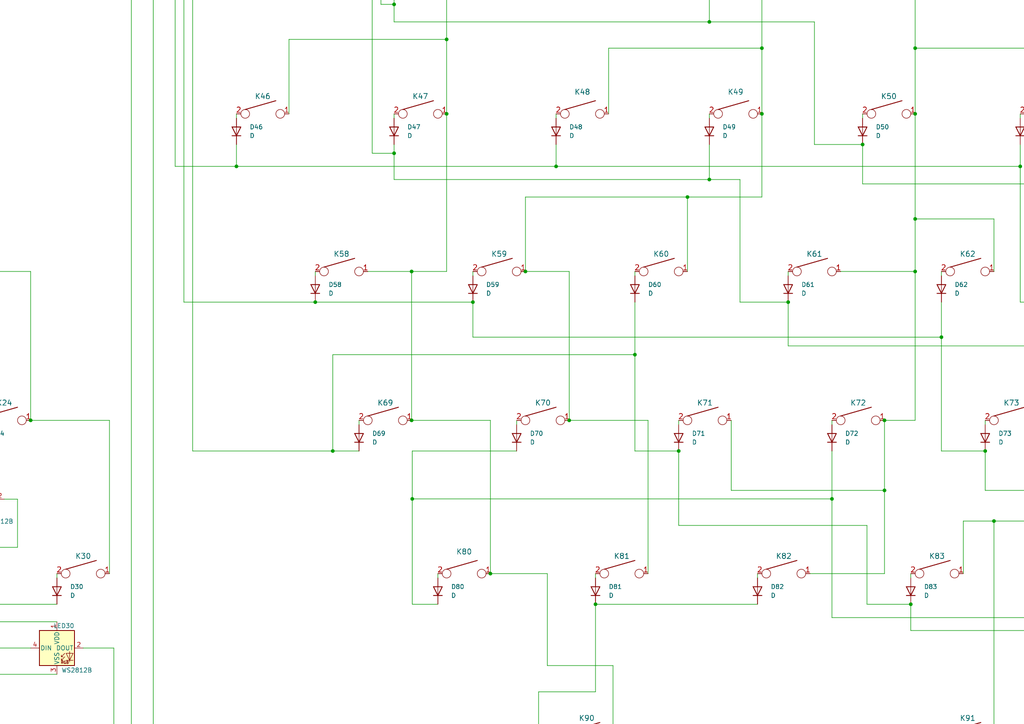
<source format=kicad_sch>
(kicad_sch (version 20211123) (generator eeschema)
  (paper "A4")
  (junction (at 627.38 78.74))
  (junction (at -162.56 33.02))
  (junction (at 582.93 -10.16))
  (junction (at -256.54 45.72))
  (junction (at 400.05 142.24))
  (junction (at 156.21 372.11))
  (junction (at 431.8 -110.49))
  (junction (at 227.33 318.77))
  (junction (at 292.1 356.87))
  (junction (at 271.78 318.77))
  (junction (at -331.47 180.34))
  (junction (at 220.98 -10.16))
  (junction (at 523.24 356.87))
  (junction (at -96.52 152.4))
  (junction (at 538.48 78.74))
  (junction (at 477.52 245.11))
  (junction (at -72.39 180.34))
  (junction (at 567.69 245.11))
  (junction (at 8.89 121.92))
  (junction (at -222.25 3.81))
  (junction (at 341.63 260.35))
  (junction (at -26.67 -10.16))
  (junction (at 337.82 356.87))
  (junction (at 538.48 121.92))
  (junction (at 567.69 7.62))
  (junction (at 68.58 245.11))
  (junction (at 582.93 121.92))
  (junction (at 523.24 260.35))
  (junction (at -86.36 19.05))
  (junction (at 114.3 245.11))
  (junction (at -71.12 33.02))
  (junction (at -148.59 231.14))
  (junction (at 182.88 334.01))
  (junction (at 567.69 356.87))
  (junction (at 250.19 41.91))
  (junction (at 508 -31.75))
  (junction (at 346.71 106.68))
  (junction (at 203.2 372.11))
  (junction (at 567.69 394.97))
  (junction (at 477.52 53.34))
  (junction (at -142.24 130.81))
  (junction (at -119.38 175.26))
  (junction (at 419.1 107.95))
  (junction (at -156.21 92.71))
  (junction (at 300.99 121.92))
  (junction (at 492.76 166.37))
  (junction (at -132.08 -1.27))
  (junction (at 492.76 121.92))
  (junction (at -104.14 166.37))
  (junction (at 473.71 222.25))
  (junction (at -35.56 121.92))
  (junction (at -331.47 92.71))
  (junction (at 567.69 430.53))
  (junction (at 329.9011 222.25))
  (junction (at 317.5 334.01))
  (junction (at -205.74 231.14))
  (junction (at 627.38 33.02))
  (junction (at 220.98 13.97))
  (junction (at -116.84 33.02))
  (junction (at -186.69 130.81))
  (junction (at 295.91 280.67))
  (junction (at 415.29 295.91))
  (junction (at -121.92 45.72))
  (junction (at 152.4 78.74))
  (junction (at 165.1 121.92))
  (junction (at 172.72 175.26))
  (junction (at 184.15 102.87))
  (junction (at 295.91 295.91))
  (junction (at 323.85 151.13))
  (junction (at 523.24 410.21))
  (junction (at -186.69 152.4))
  (junction (at 180.34 394.97))
  (junction (at 523.24 41.91))
  (junction (at -71.12 -10.16))
  (junction (at -48.26 78.74))
  (junction (at -241.3 78.74))
  (junction (at 429.26 445.77))
  (junction (at -207.01 -10.16))
  (junction (at 205.74 52.07))
  (junction (at 523.24 334.01))
  (junction (at -64.77 92.71))
  (junction (at -242.57 195.58))
  (junction (at 363.22 318.77))
  (junction (at 389.89 245.11))
  (junction (at 377.19 438.15))
  (junction (at 316.23 394.97))
  (junction (at -154.94 87.63))
  (junction (at -207.01 33.02))
  (junction (at 256.54 121.92))
  (junction (at -26.67 33.02))
  (junction (at 273.05 445.77))
  (junction (at 205.74 260.35))
  (junction (at 265.43 78.74))
  (junction (at 196.85 130.81))
  (junction (at 434.34 66.04))
  (junction (at 176.53 -22.86))
  (junction (at 434.34 121.92))
  (junction (at -242.57 180.34))
  (junction (at -148.59 246.38))
  (junction (at 612.14 411.48))
  (junction (at 161.29 280.67))
  (junction (at -81.28 121.92))
  (junction (at -331.47 91.44))
  (junction (at -27.94 195.58))
  (junction (at -252.73 137.16))
  (junction (at 182.88 318.77))
  (junction (at 369.57 410.21))
  (junction (at 419.1 318.77))
  (junction (at 429.26 430.53))
  (junction (at 236.22 -31.75))
  (junction (at 114.3 44.45))
  (junction (at 205.74 6.35))
  (junction (at 675.64 337.82))
  (junction (at -199.39 87.63))
  (junction (at 135.89 334.01))
  (junction (at 316.23 410.21))
  (junction (at -109.22 87.63))
  (junction (at 317.5 318.77))
  (junction (at -167.64 60.96))
  (junction (at 203.2 356.87))
  (junction (at 567.69 445.77))
  (junction (at 137.16 87.63))
  (junction (at 334.01 16.51))
  (junction (at 334.01 78.74))
  (junction (at 567.69 222.25))
  (junction (at 256.54 142.24))
  (junction (at -222.25 41.91))
  (junction (at -245.11 92.71))
  (junction (at 477.52 334.01))
  (junction (at -86.36 41.91))
  (junction (at 135.89 318.77))
  (junction (at -96.52 137.16))
  (junction (at 129.54 -10.16))
  (junction (at 73.66 -82.55))
  (junction (at -148.59 222.25))
  (junction (at 295.91 260.35))
  (junction (at 477.52 295.91))
  (junction (at -205.74 246.38))
  (junction (at -110.49 107.95))
  (junction (at -252.73 152.4))
  (junction (at 227.33 334.01))
  (junction (at -297.18 92.71))
  (junction (at 477.52 430.53))
  (junction (at 341.63 53.34))
  (junction (at -177.8 19.05))
  (junction (at -86.36 -1.27))
  (junction (at 241.3 144.7044))
  (junction (at 523.24 222.25))
  (junction (at -76.2 60.96))
  (junction (at 292.1 372.11))
  (junction (at -266.7 -1.27))
  (junction (at -142.24 152.4))
  (junction (at 567.69 49.53))
  (junction (at 68.58 48.26))
  (junction (at 538.48 -20.32))
  (junction (at 295.91 48.26))
  (junction (at 582.93 166.37))
  (junction (at 384.81 445.77))
  (junction (at -171.45 121.92))
  (junction (at 477.52 372.11))
  (junction (at 523.24 372.11))
  (junction (at 492.76 -10.16))
  (junction (at 523.24 245.11))
  (junction (at 523.24 394.97))
  (junction (at 325.12 -10.16))
  (junction (at -266.7 3.81))
  (junction (at -121.92 60.96))
  (junction (at 567.69 280.67))
  (junction (at 363.22 334.01))
  (junction (at 369.57 394.97))
  (junction (at -227.33 166.37))
  (junction (at 538.48 33.02))
  (junction (at 180.34 410.21))
  (junction (at -118.11 195.58))
  (junction (at 477.52 260.35))
  (junction (at -132.08 3.81))
  (junction (at -256.54 60.96))
  (junction (at 477.52 410.21))
  (junction (at -96.52 130.81))
  (junction (at -266.7 41.91))
  (junction (at 612.14 260.35))
  (junction (at 199.39 57.15))
  (junction (at 612.14 372.11))
  (junction (at 433.07 394.97))
  (junction (at 114.3 295.91))
  (junction (at -49.53 -60.96))
  (junction (at 162.56 222.25))
  (junction (at 271.78 334.01))
  (junction (at 129.54 33.02))
  (junction (at -251.46 -10.16))
  (junction (at 205.74 295.91))
  (junction (at 91.44 87.63))
  (junction (at 341.63 280.67))
  (junction (at -163.83 180.34))
  (junction (at -251.46 33.02))
  (junction (at 627.38 100.33))
  (junction (at -50.8 137.16))
  (junction (at 477.52 280.67))
  (junction (at 74.93 -72.39))
  (junction (at 541.02 410.21))
  (junction (at 492.76 193.04))
  (junction (at 541.02 334.01))
  (junction (at 477.52 175.26))
  (junction (at 247.65 372.11))
  (junction (at 523.24 430.53))
  (junction (at -200.66 92.71))
  (junction (at 337.82 372.11))
  (junction (at -110.49 92.71))
  (junction (at 515.62 288.29))
  (junction (at -3.81 78.74))
  (junction (at 612.14 199.39))
  (junction (at -58.42 166.37))
  (junction (at -167.64 45.72))
  (junction (at -222.25 -1.27))
  (junction (at 477.52 445.77))
  (junction (at 322.58 438.15))
  (junction (at 114.3 260.35))
  (junction (at 433.07 410.21))
  (junction (at -205.74 222.25))
  (junction (at 444.5 193.04))
  (junction (at -262.89 246.38))
  (junction (at 477.52 356.87))
  (junction (at 364.49 87.63))
  (junction (at 119.5671 144.7044))
  (junction (at 415.29 280.67))
  (junction (at 675.64 394.97))
  (junction (at -186.69 137.16))
  (junction (at 523.24 445.77))
  (junction (at 308.61 179.1316))
  (junction (at -76.2 45.72))
  (junction (at 612.14 245.11))
  (junction (at -50.8 152.4))
  (junction (at 400.05 372.11))
  (junction (at 265.43 -10.16))
  (junction (at 612.14 280.67))
  (junction (at -177.8 41.91))
  (junction (at 330.2 430.53))
  (junction (at 523.24 280.67))
  (junction (at -27.94 180.34))
  (junction (at 161.29 260.35))
  (junction (at 205.74 245.11))
  (junction (at 389.89 182.88))
  (junction (at 612.14 337.82))
  (junction (at 538.48 -10.16))
  (junction (at 582.93 78.74))
  (junction (at -116.84 -10.16))
  (junction (at 96.52 130.81))
  (junction (at 273.05 430.53))
  (junction (at -262.89 222.25))
  (junction (at 492.76 33.02))
  (junction (at -252.73 130.81))
  (junction (at 612.14 295.91))
  (junction (at -262.89 231.14))
  (junction (at 356.87 -10.16))
  (junction (at 415.29 121.92))
  (junction (at -64.77 107.95))
  (junction (at -163.83 175.26))
  (junction (at -132.08 41.91))
  (junction (at -381 88.9))
  (junction (at 384.81 430.53))
  (junction (at -162.56 -10.16))
  (junction (at 161.29 48.26))
  (junction (at 283.21 -31.75))
  (junction (at 119.38 121.92))
  (junction (at -86.36 3.81))
  (junction (at 227.33 394.97))
  (junction (at 384.81 166.37))
  (junction (at -200.66 107.95))
  (junction (at 477.52 130.81))
  (junction (at 250.19 245.11))
  (junction (at 250.19 280.67))
  (junction (at -93.98 78.74))
  (junction (at 675.64 318.77))
  (junction (at 341.63 295.91))
  (junction (at 675.64 280.67))
  (junction (at 455.93 -31.75))
  (junction (at 220.98 33.02))
  (junction (at -177.8 3.81))
  (junction (at 425.45 33.02))
  (junction (at -156.21 107.95))
  (junction (at 142.24 166.37))
  (junction (at 523.24 135.89))
  (junction (at 341.63 245.11))
  (junction (at 400.05 356.87))
  (junction (at -212.09 45.72))
  (junction (at 612.14 445.77))
  (junction (at 369.5228 179.1316))
  (junction (at 265.43 63.5))
  (junction (at 205.74 280.67))
  (junction (at 492.76 78.74))
  (junction (at 523.24 318.77))
  (junction (at 114.3 1.27))
  (junction (at 429.26 226.469))
  (junction (at -50.8 130.81))
  (junction (at 567.69 295.91))
  (junction (at 247.65 356.87))
  (junction (at 331.47 130.81))
  (junction (at 265.43 33.02))
  (junction (at 538.48 166.37))
  (junction (at 129.54 11.43))
  (junction (at -222.25 19.05))
  (junction (at 434.34 78.74))
  (junction (at 477.52 97.79))
  (junction (at -256.54 87.63))
  (junction (at -245.11 107.95))
  (junction (at -212.09 60.96))
  (junction (at 477.52 394.97))
  (junction (at 156.21 356.87))
  (junction (at -184.15 78.74))
  (junction (at 523.24 295.91))
  (junction (at 627.38 -10.16))
  (junction (at 265.43 13.97))
  (junction (at -163.83 195.58))
  (junction (at 273.05 97.79))
  (junction (at 567.69 372.11))
  (junction (at 271.78 410.21))
  (junction (at -63.5 87.63))
  (junction (at -72.39 195.58))
  (junction (at 295.91 245.11))
  (junction (at 250.19 260.35))
  (junction (at 410.21 53.34))
  (junction (at -118.11 180.34))
  (junction (at 161.29 295.91))
  (junction (at -242.57 175.26))
  (junction (at -73.66 175.26))
  (junction (at 250.19 295.91))
  (junction (at 228.6 87.63))
  (junction (at 285.75 130.81))
  (junction (at 675.64 245.11))
  (junction (at 271.78 394.97))
  (junction (at -148.59 166.37))
  (junction (at 567.69 318.77))
  (junction (at 161.29 245.11))
  (junction (at 149.86 -31.75))
  (junction (at 264.16 175.26))
  (junction (at 119.38 78.74))
  (junction (at -54.61 -53.34))
  (junction (at -31.75 -68.58))
  (junction (at 331.47 -31.75))
  (junction (at 384.81 222.25))
  (junction (at 523.24 199.39))
  (junction (at 567.69 260.35))
  (junction (at 288.29 151.13))
  (junction (at -27.94 175.26))
  (junction (at 318.77 87.63))
  (junction (at 66.04 -49.53))
  (junction (at 273.05 222.25))
  (junction (at 83.82 -19.05))
  (junction (at -132.08 19.05))
  (junction (at -331.47 137.16))
  (junction (at 227.33 410.21))
  (junction (at -139.7 78.74))
  (junction (at -331.47 123.19))
  (junction (at -297.18 45.72))
  (junction (at 477.52 318.77))
  (junction (at -142.24 137.16))
  (junction (at -227.33 121.92))
  (junction (at 114.3 280.67))
  (junction (at -177.8 -1.27))
  (junction (at -127 121.92))
  (junction (at -266.7 19.05))
  (junction (at 518.16 139.7))
  (junction (at 330.2 445.77))
  (junction (at 419.1 334.01))
  (wire (pts (xy -167.64 60.96) (xy -121.92 60.96)))
  (wire (pts (xy 73.66 -69.85) (xy 73.66 -82.55)))
  (wire (pts (xy -12.7 121.92) (xy -12.7 166.37)))
  (wire (pts (xy -375.92 -63.5) (xy -375.92 93.98)))
  (wire (pts (xy 137.16 87.63) (xy 137.16 97.79)))
  (wire (pts (xy 77.47 -80.01) (xy 72.39 -80.01)))
  (wire (pts (xy 567.69 280.67) (xy 612.14 280.67)))
  (wire (pts (xy 627.38 100.33) (xy 627.38 190.5)))
  (wire (pts (xy 234.95 402.59) (xy 234.95 391.16)))
  (wire (pts (xy 119.38 121.92) (xy 142.24 121.92)))
  (wire (pts (xy -54.61 -58.42) (xy -54.61 -53.34)))
  (wire (pts (xy -39.37 166.37) (xy -39.37 213.36)))
  (wire (pts (xy 575.31 252.73) (xy 575.31 237.49)))
  (wire (pts (xy 175.26 313.69) (xy 175.26 326.39)))
  (wire (pts (xy 83.82 11.43) (xy 83.82 33.02)))
  (wire (pts (xy 515.62 288.29) (xy 516.89 288.29)))
  (wire (pts (xy 83.82 -129.54) (xy 495.3 -129.54)))
  (wire (pts (xy 426.72 -127) (xy 426.72 -113.03)))
  (wire (pts (xy -142.24 121.92) (xy -142.24 123.19)))
  (wire (pts (xy 530.86 252.73) (xy 530.86 236.22)))
  (wire (pts (xy 560.07 316.23) (xy 560.07 326.39)))
  (wire (pts (xy 220.98 13.97) (xy 220.98 33.02)))
  (wire (pts (xy 325.12 -10.16) (xy 325.12 16.51)))
  (wire (pts (xy 530.86 236.22) (xy 469.9 236.22)))
  (wire (pts (xy 162.56 445.77) (xy 273.05 445.77)))
  (wire (pts (xy 58.42 -102.87) (xy 435.61 -102.87)))
  (wire (pts (xy 509.27 53.34) (xy 509.27 7.62)))
  (wire (pts (xy -132.08 19.05) (xy -86.36 19.05)))
  (wire (pts (xy 530.86 288.29) (xy 560.07 288.29)))
  (wire (pts (xy 152.4 57.15) (xy 152.4 78.74)))
  (wire (pts (xy -245.11 144.78) (xy -194.31 144.78)))
  (wire (pts (xy 198.12 236.22) (xy 198.12 252.73)))
  (wire (pts (xy -64.77 107.95) (xy -20.32 107.95)))
  (wire (pts (xy -76.2 45.72) (xy -31.75 45.72)))
  (wire (pts (xy 567.69 7.62) (xy 567.69 -1.27)))
  (wire (pts (xy 604.52 364.49) (xy 604.52 345.44)))
  (wire (pts (xy -297.18 45.72) (xy -297.18 92.71)))
  (wire (pts (xy 187.96 402.59) (xy 187.96 389.89)))
  (wire (pts (xy -139.7 78.74) (xy -139.7 33.02)))
  (wire (pts (xy -378.46 96.52) (xy -373.38 96.52)))
  (wire (pts (xy 330.2 430.53) (xy 384.81 430.53)))
  (wire (pts (xy 560.07 238.76) (xy 560.07 252.73)))
  (wire (pts (xy 495.3 -129.54) (xy 495.3 -92.71)))
  (wire (pts (xy 214.63 52.07) (xy 214.63 87.63)))
  (wire (pts (xy 530.86 391.16) (xy 469.9 391.16)))
  (wire (pts (xy 431.8 -107.95) (xy 431.8 -110.49)))
  (wire (pts (xy 134.62 394.97) (xy 180.34 394.97)))
  (wire (pts (xy 406.4 135.89) (xy 406.4 222.25)))
  (wire (pts (xy 161.29 280.67) (xy 205.74 280.67)))
  (wire (pts (xy 176.53 -22.86) (xy 220.98 -22.86)))
  (wire (pts (xy -256.54 45.72) (xy -297.18 45.72)))
  (wire (pts (xy 567.69 260.35) (xy 612.14 260.35)))
  (wire (pts (xy -73.66 166.37) (xy -73.66 167.64)))
  (wire (pts (xy 114.3 -10.16) (xy 114.3 -8.89)))
  (wire (pts (xy 114.3 44.45) (xy 114.3 52.07)))
  (wire (pts (xy 44.45 245.11) (xy 44.45 -57.15)))
  (wire (pts (xy 419.1 318.77) (xy 477.52 318.77)))
  (wire (pts (xy 444.5 213.36) (xy 444.5 193.04)))
  (wire (pts (xy -331.47 180.34) (xy -242.57 180.34)))
  (wire (pts (xy 575.31 364.49) (xy 604.52 364.49)))
  (wire (pts (xy 742.95 -107.95) (xy 742.95 245.11)))
  (wire (pts (xy 74.93 -64.77) (xy 74.93 -72.39)))
  (wire (pts (xy 508 -31.75) (xy 596.9 -31.75)))
  (wire (pts (xy -71.12 33.02) (xy -48.26 33.02)))
  (wire (pts (xy 158.75 166.37) (xy 158.75 193.04)))
  (wire (pts (xy -262.89 222.25) (xy -205.74 222.25)))
  (wire (pts (xy 406.4 222.25) (xy 384.81 222.25)))
  (wire (pts (xy -198.12 238.76) (xy -156.21 238.76)))
  (wire (pts (xy 440.69 402.59) (xy 440.69 391.16)))
  (wire (pts (xy 392.43 438.15) (xy 421.64 438.15)))
  (wire (pts (xy 142.24 166.37) (xy 158.75 166.37)))
  (wire (pts (xy 612.14 245.11) (xy 675.64 245.11)))
  (wire (pts (xy 323.85 391.16) (xy 264.16 391.16)))
  (wire (pts (xy -41.91 -10.16) (xy -41.91 -8.89)))
  (wire (pts (xy 5.08 158.75) (xy -250.19 158.75)))
  (wire (pts (xy 316.23 394.97) (xy 369.57 394.97)))
  (wire (pts (xy -251.46 33.02) (xy -241.3 33.02)))
  (wire (pts (xy 379.73 66.04) (xy 379.73 78.74)))
  (wire (pts (xy -403.86 88.9) (xy -403.86 83.82)))
  (wire (pts (xy -177.8 19.05) (xy -132.08 19.05)))
  (wire (pts (xy 492.76 -132.08) (xy 492.76 -95.25)))
  (wire (pts (xy 523.24 41.91) (xy 549.91 41.91)))
  (wire (pts (xy 264.16 391.16) (xy 264.16 402.59)))
  (wire (pts (xy -283.21 106.68) (xy -283.21 130.81)))
  (wire (pts (xy 567.69 394.97) (xy 675.64 394.97)))
  (wire (pts (xy -96.52 152.4) (xy -50.8 152.4)))
  (wire (pts (xy 429.26 226.469) (xy 429.26 222.25)))
  (wire (pts (xy 314.96 130.81) (xy 314.96 100.33)))
  (wire (pts (xy -71.12 -10.16) (xy -71.12 33.02)))
  (wire (pts (xy -121.92 60.96) (xy -76.2 60.96)))
  (wire (pts (xy 742.95 245.11) (xy 675.64 245.11)))
  (wire (pts (xy 369.57 394.97) (xy 433.07 394.97)))
  (wire (pts (xy 523.24 199.39) (xy 471.17 199.39)))
  (wire (pts (xy 334.01 78.74) (xy 346.71 78.74)))
  (wire (pts (xy -154.94 87.63) (xy -109.22 87.63)))
  (wire (pts (xy 530.86 364.49) (xy 560.07 364.49)))
  (wire (pts (xy -72.39 195.58) (xy -27.94 195.58)))
  (wire (pts (xy 241.3 179.1316) (xy 308.61 179.1316)))
  (wire (pts (xy 78.74 273.05) (xy 60.96 273.05)))
  (wire (pts (xy 434.34 121.92) (xy 415.29 121.92)))
  (wire (pts (xy 58.42 -31.75) (xy 149.86 -31.75)))
  (wire (pts (xy -375.92 -63.5) (xy -26.67 -63.5)))
  (wire (pts (xy 121.92 237.49) (xy 60.96 237.49)))
  (wire (pts (xy -162.56 -10.16) (xy -162.56 33.02)))
  (wire (pts (xy -297.18 3.81) (xy -297.18 45.72)))
  (wire (pts (xy -266.7 -10.16) (xy -266.7 -8.89)))
  (wire (pts (xy 162.56 213.36) (xy 162.56 214.63)))
  (wire (pts (xy 212.09 121.92) (xy 212.09 142.24)))
  (wire (pts (xy 463.55 130.81) (xy 477.52 130.81)))
  (wire (pts (xy 523.24 372.11) (xy 567.69 372.11)))
  (wire (pts (xy 612.14 260.35) (xy 619.76 260.35)))
  (wire (pts (xy 425.45 -110.49) (xy 431.8 -110.49)))
  (wire (pts (xy 205.74 280.67) (xy 250.19 280.67)))
  (wire (pts (xy -27.94 195.58) (xy 16.51 195.58)))
  (wire (pts (xy 627.38 -127) (xy 426.72 -127)))
  (wire (pts (xy -54.61 -68.58) (xy -31.75 -68.58)))
  (wire (pts (xy 279.4 402.59) (xy 279.4 389.89)))
  (wire (pts (xy 469.9 313.69) (xy 469.9 326.39)))
  (wire (pts (xy -227.33 78.74) (xy -227.33 121.92)))
  (wire (pts (xy 523.24 445.77) (xy 567.69 445.77)))
  (wire (pts (xy 523.24 245.11) (xy 567.69 245.11)))
  (wire (pts (xy 205.74 -10.16) (xy 205.74 -8.89)))
  (wire (pts (xy -160.02 53.34) (xy -129.54 53.34)))
  (wire (pts (xy 196.85 121.92) (xy 196.85 123.19)))
  (wire (pts (xy 149.86 -1.27) (xy 161.29 -1.27)))
  (wire (pts (xy 121.92 252.73) (xy 121.92 237.49)))
  (wire (pts (xy 485.14 389.89) (xy 425.45 389.89)))
  (wire (pts (xy -402.59 123.19) (xy -331.47 123.19)))
  (wire (pts (xy 317.5 334.01) (xy 363.22 334.01)))
  (wire (pts (xy 425.45 33.02) (xy 434.34 33.02)))
  (wire (pts (xy -403.86 83.82) (xy -373.38 83.82)))
  (wire (pts (xy 66.04 -54.61) (xy 66.04 -49.53)))
  (wire (pts (xy 247.65 372.11) (xy 292.1 372.11)))
  (wire (pts (xy 129.54 33.02) (xy 129.54 78.74)))
  (wire (pts (xy 91.44 78.74) (xy 91.44 80.01)))
  (wire (pts (xy 60.96 -105.41) (xy 435.61 -105.41)))
  (wire (pts (xy -245.11 92.71) (xy -200.66 92.71)))
  (wire (pts (xy -256.54 78.74) (xy -256.54 80.01)))
  (wire (pts (xy 567.69 295.91) (xy 612.14 295.91)))
  (wire (pts (xy -154.94 78.74) (xy -154.94 80.01)))
  (wire (pts (xy 119.5671 144.7044) (xy 241.3 144.7044)))
  (wire (pts (xy 411.48 314.96) (xy 411.48 326.39)))
  (wire (pts (xy -273.05 25.4) (xy -273.05 53.34)))
  (wire (pts (xy 68.58 280.67) (xy 114.3 280.67)))
  (wire (pts (xy 53.34 87.63) (xy 53.34 -90.17)))
  (wire (pts (xy -283.21 130.81) (xy -252.73 130.81)))
  (wire (pts (xy 575.31 438.15) (xy 604.52 438.15)))
  (wire (pts (xy 205.74 33.02) (xy 205.74 34.29)))
  (wire (pts (xy -12.7 100.33) (xy -8.89 100.33)))
  (wire (pts (xy 44.45 -64.77) (xy 74.93 -64.77)))
  (wire (pts (xy 156.21 200.66) (xy 172.72 200.66)))
  (wire (pts (xy 214.63 87.63) (xy 228.6 87.63)))
  (wire (pts (xy -86.36 19.05) (xy -41.91 19.05)))
  (wire (pts (xy 477.52 445.77) (xy 523.24 445.77)))
  (wire (pts (xy 288.29 238.76) (xy 288.29 252.73)))
  (wire (pts (xy -86.36 3.81) (xy -41.91 3.81)))
  (wire (pts (xy -266.7 33.02) (xy -266.7 34.29)))
  (wire (pts (xy 288.29 151.13) (xy 288.29 213.36)))
  (wire (pts (xy 567.69 222.25) (xy 740.41 222.25)))
  (wire (pts (xy 356.87 -10.16) (xy 356.87 -80.01)))
  (wire (pts (xy 127 166.37) (xy 127 167.64)))
  (wire (pts (xy -148.59 166.37) (xy -148.59 193.04)))
  (wire (pts (xy 612.14 190.5) (xy 612.14 191.77)))
  (wire (pts (xy -205.74 213.36) (xy -205.74 214.63)))
  (wire (pts (xy -252.73 137.16) (xy -331.47 137.16)))
  (wire (pts (xy -177.8 3.81) (xy -132.08 3.81)))
  (wire (pts (xy 184.15 102.87) (xy 184.15 87.63)))
  (wire (pts (xy 523.24 410.21) (xy 541.02 410.21)))
  (wire (pts (xy -72.39 180.34) (xy -27.94 180.34)))
  (wire (pts (xy 492.76 78.74) (xy 492.76 121.92)))
  (wire (pts (xy 567.69 213.36) (xy 567.69 214.63)))
  (wire (pts (xy 119.5671 175.26) (xy 119.5671 144.7044)))
  (wire (pts (xy 82.55 313.69) (xy 82.55 326.39)))
  (wire (pts (xy 530.86 438.15) (xy 560.07 438.15)))
  (wire (pts (xy 135.89 318.77) (xy 182.88 318.77)))
  (wire (pts (xy 72.39 -49.53) (xy 66.04 -49.53)))
  (wire (pts (xy 575.31 314.96) (xy 515.62 314.96)))
  (wire (pts (xy 110.49 356.87) (xy 156.21 356.87)))
  (wire (pts (xy -222.25 3.81) (xy -177.8 3.81)))
  (wire (pts (xy 523.24 135.89) (xy 406.4 135.89)))
  (wire (pts (xy 53.34 -90.17) (xy 435.61 -90.17)))
  (wire (pts (xy 740.41 222.25) (xy 740.41 -90.17)))
  (wire (pts (xy 80.01 -85.09) (xy 80.01 -54.61)))
  (wire (pts (xy -199.39 87.63) (xy -154.94 87.63)))
  (wire (pts (xy 227.33 410.21) (xy 271.78 410.21)))
  (wire (pts (xy 176.53 13.97) (xy 176.53 33.02)))
  (wire (pts (xy -266.7 41.91) (xy -222.25 41.91)))
  (wire (pts (xy 538.48 78.74) (xy 538.48 121.92)))
  (wire (pts (xy -402.59 99.06) (xy -402.59 123.19)))
  (wire (pts (xy 308.61 179.1316) (xy 308.61 175.26)))
  (wire (pts (xy 330.2 445.77) (xy 384.81 445.77)))
  (wire (pts (xy 1.27 144.78) (xy 5.08 144.78)))
  (wire (pts (xy 265.43 121.92) (xy 265.43 78.74)))
  (wire (pts (xy 68.58 245.11) (xy 44.45 245.11)))
  (wire (pts (xy 288.29 151.13) (xy 279.4 151.13)))
  (wire (pts (xy -373.38 99.06) (xy -387.35 99.06)))
  (wire (pts (xy 331.47 130.81) (xy 378.46 130.81)))
  (wire (pts (xy -373.38 101.6) (xy -389.89 101.6)))
  (wire (pts (xy -337.82 101.6) (xy -266.7 101.6)))
  (wire (pts (xy 76.2 -62.23) (xy 76.2 -77.47)))
  (wire (pts (xy 279.4 326.39) (xy 279.4 314.96)))
  (wire (pts (xy 78.74 252.73) (xy 78.74 273.05)))
  (wire (pts (xy 295.91 33.02) (xy 295.91 34.29)))
  (wire (pts (xy 236.22 -31.75) (xy 236.22 -1.27)))
  (wire (pts (xy -414.02 93.98) (xy -402.59 93.98)))
  (wire (pts (xy 323.85 151.13) (xy 288.29 151.13)))
  (wire (pts (xy -262.89 213.36) (xy -262.89 214.63)))
  (wire (pts (xy -78.74 11.43) (xy -49.53 11.43)))
  (wire (pts (xy -331.47 231.14) (xy -331.47 180.34)))
  (wire (pts (xy 329.9011 222.25) (xy 329.9011 233.8332)))
  (wire (pts (xy 415.29 295.91) (xy 477.52 295.91)))
  (wire (pts (xy -222.25 -1.27) (xy -177.8 -1.27)))
  (wire (pts (xy 199.39 78.74) (xy 199.39 57.15)))
  (wire (pts (xy -259.08 11.43) (xy -229.87 11.43)))
  (wire (pts (xy 250.19 295.91) (xy 295.91 295.91)))
  (wire (pts (xy -177.8 -1.27) (xy -132.08 -1.27)))
  (wire (pts (xy 273.05 445.77) (xy 330.2 445.77)))
  (wire (pts (xy -58.42 166.37) (xy -39.37 166.37)))
  (wire (pts (xy 389.89 182.88) (xy 389.89 200.66)))
  (wire (pts (xy 219.71 314.96) (xy 219.71 326.39)))
  (wire (pts (xy 118.11 364.49) (xy 148.59 364.49)))
  (wire (pts (xy 213.36 237.49) (xy 153.67 237.49)))
  (wire (pts (xy 331.47 121.92) (xy 331.47 123.19)))
  (wire (pts (xy 469.9 391.16) (xy 469.9 402.59)))
  (wire (pts (xy 176.53 -10.16) (xy 176.53 -22.86)))
  (wire (pts (xy -278.13 -1.27) (xy -266.7 -1.27)))
  (wire (pts (xy 250.19 53.34) (xy 341.63 53.34)))
  (wire (pts (xy -414.02 68.58) (xy -414.02 83.82)))
  (wire (pts (xy 523.24 394.97) (xy 567.69 394.97)))
  (wire (pts (xy 523.24 280.67) (xy 567.69 280.67)))
  (wire (pts (xy 110.49 1.27) (xy 110.49 -97.79)))
  (wire (pts (xy 341.63 33.02) (xy 341.63 34.29)))
  (wire (pts (xy -35.56 121.92) (xy -12.7 121.92)))
  (wire (pts (xy 325.12 313.69) (xy 264.16 313.69)))
  (wire (pts (xy 129.54 11.43) (xy 83.82 11.43)))
  (wire (pts (xy -27.94 175.26) (xy 16.51 175.26)))
  (wire (pts (xy -237.49 121.92) (xy -227.33 121.92)))
  (wire (pts (xy -49.53 -73.66) (xy -49.53 -60.96)))
  (wire (pts (xy 477.52 33.02) (xy 477.52 34.29)))
  (wire (pts (xy -337.82 104.14) (xy -256.54 104.14)))
  (wire (pts (xy 273.05 130.81) (xy 285.75 130.81)))
  (wire (pts (xy 114.3 260.35) (xy 161.29 260.35)))
  (wire (pts (xy -8.89 100.33) (xy -8.89 114.3)))
  (wire (pts (xy -186.69 152.4) (xy -142.24 152.4)))
  (wire (pts (xy -127 121.92) (xy -116.84 121.92)))
  (wire (pts (xy 38.1 238.76) (xy 38.1 -80.01)))
  (wire (pts (xy -387.35 99.06) (xy -387.35 -21.59)))
  (wire (pts (xy 485.14 314.96) (xy 411.48 314.96)))
  (wire (pts (xy 429.26 430.53) (xy 477.52 430.53)))
  (wire (pts (xy 627.38 78.74) (xy 627.38 100.33)))
  (wire (pts (xy 236.22 -31.75) (xy 283.21 -31.75)))
  (wire (pts (xy 596.9 -1.27) (xy 612.14 -1.27)))
  (wire (pts (xy 110.49 372.11) (xy 156.21 372.11)))
  (wire (pts (xy 473.71 222.25) (xy 523.24 222.25)))
  (wire (pts (xy 538.48 -20.32) (xy 538.48 -124.46)))
  (wire (pts (xy -237.49 100.33) (xy -208.28 100.33)))
  (wire (pts (xy -46.99 238.76) (xy 38.1 238.76)))
  (wire (pts (xy 38.1 -80.01) (xy -54.61 -80.01)))
  (wire (pts (xy -96.52 121.92) (xy -96.52 123.19)))
  (wire (pts (xy 236.22 6.35) (xy 236.22 41.91)))
  (wire (pts (xy -256.54 104.14) (xy -256.54 87.63)))
  (wire (pts (xy 205.74 52.07) (xy 214.63 52.07)))
  (wire (pts (xy -148.59 121.92) (xy -148.59 166.37)))
  (wire (pts (xy 612.14 337.82) (xy 675.64 337.82)))
  (wire (pts (xy 560.07 135.89) (xy 560.07 175.26)))
  (wire (pts (xy 334.01 237.49) (xy 334.01 252.73)))
  (wire (pts (xy 60.96 273.05) (xy 60.96 288.29)))
  (wire (pts (xy 250.19 33.02) (xy 250.19 34.29)))
  (wire (pts (xy 477.52 130.81) (xy 515.62 130.81)))
  (wire (pts (xy 331.47 -31.75) (xy 331.47 -1.27)) (stroke (width 0) (color 0 132 0 1)))
  (wire (pts (xy -227.33 213.36) (xy -247.65 213.36)))
  (wire (pts (xy -331.47 91.44) (xy -331.47 92.71)))
  (wire (pts (xy 68.58 260.35) (xy 114.3 260.35)))
  (wire (pts (xy 329.9011 233.8332) (xy 473.71 233.8332)))
  (wire (pts (xy 58.42 -62.23) (xy 58.42 -102.87)))
  (wire (pts (xy 190.5 326.39) (xy 190.5 314.96)))
  (wire (pts (xy 323.85 121.92) (xy 323.85 151.13)))
  (wire (pts (xy 295.91 245.11) (xy 341.63 245.11)))
  (wire (pts (xy 158.75 193.04) (xy 177.8 193.04)))
  (wire (pts (xy -266.7 3.81) (xy -297.18 3.81)))
  (wire (pts (xy 612.14 445.77) (xy 619.76 445.77)))
  (wire (pts (xy 477.52 410.21) (xy 523.24 410.21)))
  (wire (pts (xy 675.64 318.77) (xy 675.64 280.67)))
  (wire (pts (xy 72.39 -72.39) (xy 74.93 -72.39)))
  (wire (pts (xy 172.72 200.66) (xy 172.72 175.26)))
  (wire (pts (xy 477.52 97.79) (xy 477.52 87.63)))
  (wire (pts (xy 196.85 130.81) (xy 196.85 152.4)))
  (wire (pts (xy 273.05 222.25) (xy 329.9011 222.25)))
  (wire (pts (xy 128.27 314.96) (xy 128.27 326.39)))
  (wire (pts (xy -50.8 130.81) (xy -6.35 130.81)))
  (wire (pts (xy 384.81 191.77) (xy 345.44 191.77)))
  (wire (pts (xy 433.07 394.97) (xy 477.52 394.97)))
  (wire (pts (xy 469.9 236.22) (xy 469.9 252.73)))
  (wire (pts (xy 283.21 -100.33) (xy 283.21 -31.75)))
  (wire (pts (xy 325.12 -82.55) (xy 487.68 -82.55)))
  (wire (pts (xy 323.85 402.59) (xy 323.85 391.16)))
  (wire (pts (xy -331.47 92.71) (xy -331.47 123.19)))
  (wire (pts (xy 541.02 334.01) (xy 567.69 334.01)))
  (wire (pts (xy 172.72 391.16) (xy 172.72 402.59)))
  (wire (pts (xy 331.47 130.81) (xy 314.96 130.81)))
  (wire (pts (xy 345.44 191.77) (xy 345.44 213.36)))
  (wire (pts (xy 495.3 -92.71) (xy 471.17 -92.71)))
  (wire (pts (xy 492.76 166.37) (xy 492.76 193.04)))
  (wire (pts (xy -114.3 53.34) (xy -83.82 53.34)))
  (wire (pts (xy 314.96 100.33) (xy 228.6 100.33)))
  (wire (pts (xy 425.45 -10.16) (xy 425.45 33.02)))
  (wire (pts (xy -389.89 101.6) (xy -389.89 -24.13)))
  (wire (pts (xy 154.94 402.59) (xy 154.94 438.15)))
  (wire (pts (xy -177.8 41.91) (xy -132.08 41.91)))
  (wire (pts (xy 515.62 314.96) (xy 515.62 326.39)))
  (wire (pts (xy 762 -137.16) (xy 762 237.49)))
  (wire (pts (xy 538.48 -10.16) (xy 538.48 -20.32)))
  (wire (pts (xy 433.07 410.21) (xy 477.52 410.21)))
  (wire (pts (xy 295.91 87.63) (xy 318.77 87.63)))
  (wire (pts (xy -171.45 121.92) (xy -148.59 121.92)))
  (wire (pts (xy -48.26 33.02) (xy -48.26 78.74)))
  (wire (pts (xy 265.43 13.97) (xy 311.15 13.97)))
  (wire (pts (xy 337.82 372.11) (xy 400.05 372.11)))
  (wire (pts (xy 400.05 372.11) (xy 477.52 372.11)))
  (wire (pts (xy -58.42 156.21) (xy -73.66 156.21)))
  (wire (pts (xy -96.52 137.16) (xy -50.8 137.16)))
  (wire (pts (xy -121.92 45.72) (xy -76.2 45.72)))
  (wire (pts (xy 265.43 -134.62) (xy 490.22 -134.62)))
  (wire (pts (xy 612.14 295.91) (xy 619.76 295.91)))
  (wire (pts (xy 341.63 53.34) (xy 341.63 41.91)))
  (wire (pts (xy 264.16 175.26) (xy 264.16 182.88)))
  (wire (pts (xy 619.76 345.44) (xy 631.19 345.44)))
  (wire (pts (xy 487.68 -100.33) (xy 471.17 -100.33)))
  (wire (pts (xy 264.16 182.88) (xy 389.89 182.88)))
  (wire (pts (xy 90.17 318.77) (xy 135.89 318.77)))
  (wire (pts (xy -373.38 91.44) (xy -381 91.44)))
  (wire (pts (xy -110.49 92.71) (xy -64.77 92.71)))
  (wire (pts (xy 567.69 130.81) (xy 567.69 139.7)))
  (wire (pts (xy -19.05 78.74) (xy -19.05 80.01)))
  (wire (pts (xy -248.92 53.34) (xy -219.71 53.34)))
  (wire (pts (xy 44.45 -57.15) (xy 78.74 -57.15)))
  (wire (pts (xy -250.19 107.95) (xy -245.11 107.95)))
  (wire (pts (xy 596.9 -31.75) (xy 596.9 -1.27)))
  (wire (pts (xy 228.6 100.33) (xy 228.6 87.63)))
  (wire (pts (xy 389.89 245.11) (xy 477.52 245.11)))
  (wire (pts (xy -133.35 213.36) (xy -104.14 213.36)))
  (wire (pts (xy 364.49 78.74) (xy 364.49 80.01)))
  (wire (pts (xy -402.59 86.36) (xy -373.38 86.36)))
  (wire (pts (xy 567.69 78.74) (xy 567.69 80.01)))
  (wire (pts (xy -118.11 195.58) (xy -72.39 195.58)))
  (wire (pts (xy 303.53 252.73) (xy 303.53 237.49)))
  (wire (pts (xy 422.91 288.29) (xy 469.9 288.29)))
  (wire (pts (xy 434.34 66.04) (xy 434.34 78.74)))
  (wire (pts (xy 369.5228 179.1316) (xy 369.57 179.1316)))
  (wire (pts (xy -50.8 121.92) (xy -50.8 123.19)))
  (wire (pts (xy -142.24 137.16) (xy -96.52 137.16)))
  (wire (pts (xy 247.65 356.87) (xy 292.1 356.87)))
  (wire (pts (xy 251.46 152.4) (xy 251.46 175.26)))
  (wire (pts (xy -142.24 130.81) (xy -96.52 130.81)))
  (wire (pts (xy -96.52 130.81) (xy -50.8 130.81)))
  (wire (pts (xy 170.18 438.15) (xy 265.43 438.15)))
  (wire (pts (xy 265.43 63.5) (xy 265.43 78.74)))
  (wire (pts (xy -381 88.9) (xy -384.81 88.9)))
  (wire (pts (xy -242.57 180.34) (xy -163.83 180.34)))
  (wire (pts (xy -148.59 231.14) (xy -54.61 231.14)))
  (wire (pts (xy 415.29 280.67) (xy 477.52 280.67)))
  (wire (pts (xy 477.52 260.35) (xy 523.24 260.35)))
  (wire (pts (xy 356.87 -10.16) (xy 425.45 -10.16)))
  (wire (pts (xy 55.88 -87.63) (xy 435.61 -87.63)))
  (wire (pts (xy -43.18 144.78) (xy -13.97 144.78)))
  (wire (pts (xy 127 389.89) (xy 127 402.59)))
  (wire (pts (xy -116.84 -10.16) (xy -116.84 33.02)))
  (wire (pts (xy 107.95 -92.71) (xy 107.95 44.45)))
  (wire (pts (xy -179.07 144.78) (xy -149.86 144.78)))
  (wire (pts (xy 90.17 334.01) (xy 135.89 334.01)))
  (wire (pts (xy 331.47 -31.75) (xy 455.93 -31.75)))
  (wire (pts (xy 518.16 139.7) (xy 567.69 139.7)))
  (wire (pts (xy 485.14 237.49) (xy 334.01 237.49)))
  (wire (pts (xy -3.81 33.02) (xy -3.81 78.74)))
  (wire (pts (xy -170.18 11.43) (xy -139.7 11.43)))
  (wire (pts (xy 180.34 394.97) (xy 227.33 394.97)))
  (wire (pts (xy 172.72 175.26) (xy 219.71 175.26)))
  (wire (pts (xy -381 91.44) (xy -381 88.9)))
  (wire (pts (xy -35.56 78.74) (xy -35.56 121.92)))
  (wire (pts (xy 567.69 121.92) (xy 567.69 123.19)))
  (wire (pts (xy -227.33 121.92) (xy -227.33 166.37)))
  (wire (pts (xy -205.74 246.38) (xy -148.59 246.38)))
  (wire (pts (xy 256.54 121.92) (xy 265.43 121.92)))
  (wire (pts (xy -63.5 87.63) (xy -19.05 87.63)))
  (wire (pts (xy 97.79 326.39) (xy 102.87 326.39)))
  (wire (pts (xy 434.34 33.02) (xy 434.34 66.04)))
  (wire (pts (xy 377.19 402.59) (xy 377.19 389.89)))
  (wire (pts (xy 220.98 -22.86) (xy 220.98 -10.16)))
  (wire (pts (xy 330.2 213.36) (xy 330.2 214.63)))
  (wire (pts (xy -167.64 45.72) (xy -121.92 45.72)))
  (wire (pts (xy 369.5228 179.1316) (xy 369.5228 226.469)))
  (wire (pts (xy -199.39 78.74) (xy -199.39 80.01)))
  (wire (pts (xy -132.08 -1.27) (xy -86.36 -1.27)))
  (wire (pts (xy 477.52 430.53) (xy 523.24 430.53)))
  (wire (pts (xy 119.38 78.74) (xy 129.54 78.74)))
  (wire (pts (xy -245.11 107.95) (xy -200.66 107.95)))
  (wire (pts (xy 419.1 78.74) (xy 419.1 80.01)))
  (wire (pts (xy 205.74 52.07) (xy 205.74 41.91)))
  (wire (pts (xy 389.89 246.38) (xy 389.89 245.11)))
  (wire (pts (xy -49.53 -60.96) (xy -26.67 -60.96)))
  (wire (pts (xy 311.15 -10.16) (xy 325.12 -10.16)))
  (wire (pts (xy -256.54 45.72) (xy -212.09 45.72)))
  (wire (pts (xy -186.69 130.81) (xy -142.24 130.81)))
  (wire (pts (xy 346.71 106.68) (xy 300.99 106.68)))
  (wire (pts (xy 471.17 -107.95) (xy 742.95 -107.95)))
  (wire (pts (xy 582.93 -20.32) (xy 582.93 -10.16)))
  (wire (pts (xy 152.4 78.74) (xy 165.1 78.74)))
  (wire (pts (xy -24.13 68.58) (xy -261.62 68.58)))
  (wire (pts (xy -109.22 87.63) (xy -63.5 87.63)))
  (wire (pts (xy 110.49 -97.79) (xy 435.61 -97.79)))
  (wire (pts (xy 675.64 411.48) (xy 675.64 394.97)))
  (wire (pts (xy 119.5671 144.7044) (xy 119.5671 130.81)))
  (wire (pts (xy 187.96 389.89) (xy 127 389.89)))
  (wire (pts (xy 162.56 222.25) (xy 273.05 222.25)))
  (wire (pts (xy 341.63 245.11) (xy 389.89 245.11)))
  (wire (pts (xy -207.01 33.02) (xy -184.15 33.02)))
  (wire (pts (xy -110.49 107.95) (xy -64.77 107.95)))
  (wire (pts (xy 264.16 166.37) (xy 264.16 167.64)))
  (wire (pts (xy 60.96 237.49) (xy 60.96 252.73)))
  (wire (pts (xy 199.39 57.15) (xy 220.98 57.15)))
  (wire (pts (xy 369.57 166.37) (xy 369.57 167.64)))
  (wire (pts (xy 435.61 -100.33) (xy 283.21 -100.33)))
  (wire (pts (xy 473.71 213.36) (xy 473.71 214.63)))
  (wire (pts (xy 135.89 334.01) (xy 182.88 334.01)))
  (wire (pts (xy -222.25 33.02) (xy -222.25 34.29)))
  (wire (pts (xy -132.08 33.02) (xy -132.08 34.29)))
  (wire (pts (xy 492.76 213.36) (xy 488.95 213.36)))
  (wire (pts (xy 143.51 313.69) (xy 82.55 313.69)))
  (wire (pts (xy 619.76 252.73) (xy 619.76 238.76)))
  (wire (pts (xy -73.66 156.21) (xy -73.66 121.92)))
  (wire (pts (xy 142.24 402.59) (xy 154.94 402.59)))
  (wire (pts (xy 582.93 78.74) (xy 627.38 78.74)))
  (wire (pts (xy 523.24 121.92) (xy 523.24 123.19)))
  (wire (pts (xy 675.64 280.67) (xy 612.14 280.67)))
  (wire (pts (xy 163.83 364.49) (xy 195.58 364.49)))
  (wire (pts (xy 68.58 -10.16) (xy 68.58 -8.89)))
  (wire (pts (xy 76.2 252.73) (xy 78.74 252.73)))
  (wire (pts (xy -190.5 193.04) (xy -190.5 213.36)))
  (wire (pts (xy 356.87 16.51) (xy 356.87 33.02)))
  (wire (pts (xy 490.22 -97.79) (xy 471.17 -97.79)))
  (wire (pts (xy -381 88.9) (xy -373.38 88.9)))
  (wire (pts (xy 325.12 326.39) (xy 325.12 313.69)))
  (wire (pts (xy -337.82 91.44) (xy -331.47 91.44)))
  (wire (pts (xy 407.67 364.49) (xy 469.9 364.49)))
  (wire (pts (xy 389.89 200.66) (xy 377.19 200.66)))
  (wire (pts (xy 257.81 288.29) (xy 288.29 288.29)))
  (wire (pts (xy 485.14 -102.87) (xy 471.17 -102.87)))
  (wire (pts (xy 77.47 -59.69) (xy 77.47 -80.01)))
  (wire (pts (xy 471.17 -113.03) (xy 478.79 -113.03)))
  (wire (pts (xy 575.31 402.59) (xy 575.31 389.89)))
  (wire (pts (xy -400.05 -34.29) (xy -26.67 -34.29)))
  (wire (pts (xy -31.75 -68.58) (xy -26.67 -68.58)))
  (wire (pts (xy 400.05 193.04) (xy 400.05 213.36)))
  (wire (pts (xy 242.57 237.49) (xy 242.57 252.73)))
  (wire (pts (xy -156.21 187.96) (xy -125.73 187.96)))
  (wire (pts (xy 106.68 238.76) (xy 106.68 252.73)))
  (wire (pts (xy 400.05 356.87) (xy 477.52 356.87)))
  (wire (pts (xy 400.05 193.04) (xy 444.5 193.04)))
  (wire (pts (xy 292.1 356.87) (xy 337.82 356.87)))
  (wire (pts (xy -109.22 78.74) (xy -109.22 80.01)))
  (wire (pts (xy -331.47 123.19) (xy -331.47 137.16)))
  (wire (pts (xy -64.77 92.71) (xy -20.32 92.71)))
  (wire (pts (xy 363.22 318.77) (xy 419.1 318.77)))
  (wire (pts (xy 575.31 237.49) (xy 515.62 237.49)))
  (wire (pts (xy 96.52 130.81) (xy 96.52 102.87)))
  (wire (pts (xy -266.7 101.6) (xy -266.7 41.91)))
  (wire (pts (xy -251.46 -10.16) (xy -251.46 33.02)))
  (wire (pts (xy 377.19 438.15) (xy 378.46 438.15)))
  (wire (pts (xy 477.52 394.97) (xy 523.24 394.97)))
  (wire (pts (xy 156.21 372.11) (xy 203.2 372.11)))
  (wire (pts (xy 675.64 245.11) (xy 675.64 280.67)))
  (wire (pts (xy 5.08 144.78) (xy 5.08 158.75)))
  (wire (pts (xy -116.84 33.02) (xy -93.98 33.02)))
  (wire (pts (xy 538.48 121.92) (xy 538.48 166.37)))
  (wire (pts (xy -50.8 137.16) (xy -6.35 137.16)))
  (wire (pts (xy 549.91 87.63) (xy 567.69 87.63)))
  (wire (pts (xy 241.3 144.7044) (xy 241.3 179.1316)))
  (wire (pts (xy 285.75 121.92) (xy 285.75 123.19)))
  (wire (pts (xy 737.87 -87.63) (xy 471.17 -87.63)))
  (wire (pts (xy 295.91 -10.16) (xy 295.91 -8.89)))
  (wire (pts (xy -402.59 93.98) (xy -402.59 86.36)))
  (wire (pts (xy 377.19 389.89) (xy 308.61 389.89)))
  (wire (pts (xy 477.52 295.91) (xy 523.24 295.91)))
  (wire (pts (xy 279.4 314.96) (xy 219.71 314.96)))
  (wire (pts (xy -242.57 166.37) (xy -242.57 167.64)))
  (wire (pts (xy 415.29 166.37) (xy 384.81 166.37)))
  (wire (pts (xy 334.01 16.51) (xy 356.87 16.51)))
  (wire (pts (xy 599.44 7.62) (xy 599.44 41.91)))
  (wire (pts (xy 740.41 -90.17) (xy 471.17 -90.17)))
  (wire (pts (xy -337.82 96.52) (xy -308.61 96.52)))
  (wire (pts (xy 107.95 -92.71) (xy 435.61 -92.71)))
  (wire (pts (xy 129.54 11.43) (xy 129.54 33.02)))
  (wire (pts (xy -163.83 166.37) (xy -163.83 167.64)))
  (wire (pts (xy -407.67 68.58) (xy -414.02 68.58)))
  (wire (pts (xy 612.14 199.39) (xy 737.87 199.39)))
  (wire (pts (xy 168.91 238.76) (xy 106.68 238.76)))
  (wire (pts (xy 487.68 -82.55) (xy 487.68 -100.33)))
  (wire (pts (xy 349.25 238.76) (xy 288.29 238.76)))
  (wire (pts (xy -31.75 -71.12) (xy -31.75 -68.58)))
  (wire (pts (xy 264.16 313.69) (xy 264.16 326.39)))
  (wire (pts (xy -247.65 195.58) (xy -242.57 195.58)))
  (wire (pts (xy -63.5 78.74) (xy -63.5 80.01)))
  (wire (pts (xy 271.78 334.01) (xy 317.5 334.01)))
  (wire (pts (xy 205.74 245.11) (xy 250.19 245.11)))
  (wire (pts (xy 471.17 196.7038) (xy 460.2529 196.7038)))
  (wire (pts (xy 143.51 326.39) (xy 143.51 313.69)))
  (wire (pts (xy -337.82 109.22) (xy -285.75 109.22)))
  (wire (pts (xy -148.59 193.04) (xy -190.5 193.04)))
  (wire (pts (xy -256.54 87.63) (xy -199.39 87.63)))
  (wire (pts (xy 227.33 394.97) (xy 271.78 394.97)))
  (wire (pts (xy 515.62 389.89) (xy 515.62 402.59)))
  (wire (pts (xy 560.07 175.26) (xy 567.69 175.26)))
  (wire (pts (xy -407.67 77.47) (xy -407.67 68.58)))
  (wire (pts (xy 283.21 -1.27) (xy 295.91 -1.27)))
  (wire (pts (xy 318.77 78.74) (xy 318.77 80.01)))
  (wire (pts (xy 165.1 121.92) (xy 187.96 121.92)))
  (wire (pts (xy 300.99 106.68) (xy 300.99 121.92)))
  (wire (pts (xy -71.12 -31.75) (xy -71.12 -10.16)))
  (wire (pts (xy -373.38 106.68) (xy -394.97 106.68)))
  (wire (pts (xy 426.72 313.69) (xy 355.6 313.69)))
  (wire (pts (xy 236.22 41.91) (xy 250.19 41.91)))
  (wire (pts (xy 292.1 372.11) (xy 337.82 372.11)))
  (wire (pts (xy -285.75 175.26) (xy -242.57 175.26)))
  (wire (pts (xy -242.57 175.26) (xy -163.83 175.26)))
  (wire (pts (xy 567.69 49.53) (xy 600.71 49.53)))
  (wire (pts (xy 273.05 97.79) (xy 273.05 130.81)))
  (wire (pts (xy -257.81 152.4) (xy -252.73 152.4)))
  (wire (pts (xy 285.75 130.81) (xy 285.75 142.24)))
  (wire (pts (xy -81.28 78.74) (xy -81.28 121.92)))
  (wire (pts (xy 114.3 52.07) (xy 205.74 52.07)))
  (wire (pts (xy 341.63 53.34) (xy 410.21 53.34)))
  (wire (pts (xy 337.82 438.15) (xy 377.19 438.15)))
  (wire (pts (xy 72.39 -82.55) (xy 73.66 -82.55)))
  (wire (pts (xy 311.15 13.97) (xy 311.15 33.02)))
  (wire (pts (xy -52.07 -53.34) (xy -54.61 -53.34)))
  (wire (pts (xy 575.31 288.29) (xy 604.52 288.29)))
  (wire (pts (xy 76.2 288.29) (xy 106.68 288.29)))
  (wire (pts (xy -414.02 99.06) (xy -402.59 99.06)))
  (wire (pts (xy 627.38 -10.16) (xy 627.38 -127)))
  (wire (pts (xy 518.16 87.63) (xy 523.24 87.63)))
  (wire (pts (xy 575.31 389.89) (xy 515.62 389.89)))
  (wire (pts (xy -24.13 53.34) (xy -24.13 68.58)))
  (wire (pts (xy 234.95 166.37) (xy 256.54 166.37)))
  (wire (pts (xy 523.24 199.39) (xy 612.14 199.39)))
  (wire (pts (xy 161.29 295.91) (xy 205.74 295.91)))
  (wire (pts (xy 523.24 135.89) (xy 560.07 135.89)))
  (wire (pts (xy -6.35 121.92) (xy -6.35 123.19)))
  (wire (pts (xy 78.74 -57.15) (xy 78.74 -82.55)))
  (wire (pts (xy -331.47 91.44) (xy -331.47 -60.96)))
  (wire (pts (xy 161.29 48.26) (xy 161.29 41.91)))
  (wire (pts (xy 184.15 78.74) (xy 184.15 80.01)))
  (wire (pts (xy 538.48 166.37) (xy 538.48 213.36)))
  (wire (pts (xy 119.38 78.74) (xy 119.38 121.92)))
  (wire (pts (xy 250.19 260.35) (xy 295.91 260.35)))
  (wire (pts (xy 341.63 -10.16) (xy 341.63 -8.89)))
  (wire (pts (xy 156.21 222.25) (xy 156.21 200.66)))
  (wire (pts (xy 400.05 142.24) (xy 400.05 130.81)))
  (wire (pts (xy 114.3 44.45) (xy 107.95 44.45)))
  (wire (pts (xy -27.94 166.37) (xy -27.94 167.64)))
  (wire (pts (xy 434.34 66.04) (xy 379.73 66.04)))
  (wire (pts (xy -234.95 187.96) (xy -171.45 187.96)))
  (wire (pts (xy 24.13 187.96) (xy 33.02 187.96)))
  (wire (pts (xy 463.55 107.95) (xy 463.55 130.81)))
  (wire (pts (xy 80.01 -85.09) (xy 72.39 -85.09)))
  (wire (pts (xy 429.26 213.36) (xy 429.26 214.63)))
  (wire (pts (xy 612.14 372.11) (xy 619.76 372.11)))
  (wire (pts (xy 435.61 -107.95) (xy 431.8 -107.95)))
  (wire (pts (xy -250.19 158.75) (xy -250.19 187.96)))
  (wire (pts (xy 161.29 33.02) (xy 161.29 34.29)))
  (wire (pts (xy -260.35 114.3) (xy -260.35 144.78)))
  (wire (pts (xy 619.76 238.76) (xy 560.07 238.76)))
  (wire (pts (xy 431.8 -110.49) (xy 435.61 -110.49)))
  (wire (pts (xy 329.9011 222.25) (xy 330.2 222.25)))
  (wire (pts (xy 212.09 142.24) (xy 256.54 142.24)))
  (wire (pts (xy 523.24 356.87) (xy 567.69 356.87)))
  (wire (pts (xy 477.52 53.34) (xy 477.52 41.91)))
  (wire (pts (xy -127 121.92) (xy -127 78.74)))
  (wire (pts (xy 279.4 151.13) (xy 279.4 166.37)))
  (wire (pts (xy -58.42 166.37) (xy -58.42 156.21)))
  (wire (pts (xy 389.89 182.88) (xy 433.07 182.88)))
  (wire (pts (xy -271.78 19.05) (xy -266.7 19.05)))
  (wire (pts (xy 251.46 175.26) (xy 264.16 175.26)))
  (wire (pts (xy 68.58 41.91) (xy 68.58 48.26)))
  (wire (pts (xy -119.38 166.37) (xy -119.38 167.64)))
  (wire (pts (xy 16.51 166.37) (xy 16.51 167.64)))
  (wire (pts (xy 241.3 121.92) (xy 241.3 123.19)))
  (wire (pts (xy -8.89 114.3) (xy -260.35 114.3)))
  (wire (pts (xy 121.92 288.29) (xy 153.67 288.29)))
  (wire (pts (xy 341.63 260.35) (xy 477.52 260.35)))
  (wire (pts (xy 104.14 121.92) (xy 104.14 123.19)))
  (wire (pts (xy 283.21 -31.75) (xy 283.21 -1.27)))
  (wire (pts (xy -337.82 106.68) (xy -283.21 106.68)))
  (wire (pts (xy 523.24 -10.16) (xy 523.24 -8.89)))
  (wire (pts (xy 477.52 -10.16) (xy 477.52 -8.89)))
  (wire (pts (xy -26.67 -10.16) (xy -26.67 33.02)))
  (wire (pts (xy 219.71 389.89) (xy 219.71 402.59)))
  (wire (pts (xy -186.69 121.92) (xy -186.69 123.19)))
  (wire (pts (xy -337.82 86.36) (xy -325.12 86.36)))
  (wire (pts (xy 612.14 353.06) (xy 612.14 372.11)))
  (wire (pts (xy 604.52 237.49) (xy 604.52 252.73)))
  (wire (pts (xy 364.49 97.79) (xy 477.52 97.79)))
  (wire (pts (xy 448.31 121.92) (xy 448.31 166.37)))
  (wire (pts (xy 83.82 -19.05) (xy 129.54 -19.05)))
  (wire (pts (xy 433.07 182.88) (xy 433.07 175.26)))
  (wire (pts (xy 68.58 -1.27) (xy 58.42 -1.27)))
  (wire (pts (xy -285.75 109.22) (xy -285.75 175.26)))
  (wire (pts (xy 567.69 245.11) (xy 612.14 245.11)))
  (wire (pts (xy 477.52 280.67) (xy 523.24 280.67)))
  (wire (pts (xy 627.38 -10.16) (xy 627.38 33.02)))
  (wire (pts (xy -148.59 246.38) (xy -54.61 246.38)))
  (wire (pts (xy -389.89 -24.13) (xy -207.01 -24.13)))
  (wire (pts (xy -222.25 -10.16) (xy -222.25 -8.89)))
  (wire (pts (xy 485.14 252.73) (xy 485.14 237.49)))
  (wire (pts (xy 410.21 53.34) (xy 477.52 53.34)))
  (wire (pts (xy -378.46 -66.04) (xy -26.67 -66.04)))
  (wire (pts (xy 177.8 193.04) (xy 177.8 213.36)))
  (wire (pts (xy 66.04 -54.61) (xy 80.01 -54.61)))
  (wire (pts (xy -242.57 195.58) (xy -163.83 195.58)))
  (wire (pts (xy 627.38 288.29) (xy 627.38 316.23)))
  (wire (pts (xy 60.96 -59.69) (xy 60.96 -105.41)))
  (wire (pts (xy 182.88 334.01) (xy 227.33 334.01)))
  (wire (pts (xy -31.75 25.4) (xy -273.05 25.4)))
  (wire (pts (xy -241.3 78.74) (xy -227.33 78.74)))
  (wire (pts (xy -20.32 187.96) (xy 8.89 187.96)))
  (wire (pts (xy -148.59 100.33) (xy -118.11 100.33)))
  (wire (pts (xy 482.6 -40.64) (xy 482.6 -105.41)))
  (wire (pts (xy 477.52 121.92) (xy 477.52 123.19)))
  (wire (pts (xy 515.62 49.53) (xy 567.69 49.53)))
  (wire (pts (xy 369.57 179.1316) (xy 369.57 175.26)))
  (wire (pts (xy 384.81 445.77) (xy 429.26 445.77)))
  (wire (pts (xy 737.87 199.39) (xy 737.87 -87.63)))
  (wire (pts (xy 168.91 252.73) (xy 168.91 238.76)))
  (wire (pts (xy 508 -31.75) (xy 508 -1.27)))
  (wire (pts (xy -308.61 11.43) (xy -274.32 11.43)))
  (wire (pts (xy -214.63 11.43) (xy -185.42 11.43)))
  (wire (pts (xy 334.01 16.51) (xy 334.01 78.74)))
  (wire (pts (xy 515.62 130.81) (xy 515.62 49.53)))
  (wire (pts (xy 337.82 356.87) (xy 400.05 356.87)))
  (wire (pts (xy 341.63 295.91) (xy 415.29 295.91)))
  (wire (pts (xy 257.81 236.22) (xy 198.12 236.22)))
  (wire (pts (xy 523.24 222.25) (xy 567.69 222.25)))
  (wire (pts (xy -139.7 33.02) (xy -162.56 33.02)))
  (wire (pts (xy -86.36 -10.16) (xy -86.36 -8.89)))
  (wire (pts (xy 675.64 394.97) (xy 675.64 337.82)))
  (wire (pts (xy 91.44 87.63) (xy 53.34 87.63)))
  (wire (pts (xy -251.46 -21.59) (xy -251.46 -10.16)))
  (wire (pts (xy -297.18 92.71) (xy -331.47 92.71)))
  (wire (pts (xy 482.6 -105.41) (xy 471.17 -105.41)))
  (wire (pts (xy -262.89 246.38) (xy -205.74 246.38)))
  (wire (pts (xy 219.71 166.37) (xy 219.71 167.64)))
  (wire (pts (xy 355.6 313.69) (xy 355.6 326.39)))
  (wire (pts (xy 60.96 -59.69) (xy 77.47 -59.69)))
  (wire (pts (xy -261.62 68.58) (xy -261.62 100.33)))
  (wire (pts (xy -212.09 60.96) (xy -167.64 60.96)))
  (wire (pts (xy 575.31 326.39) (xy 575.31 314.96)))
  (wire (pts (xy -73.66 175.26) (xy -27.94 175.26)))
  (wire (pts (xy 325.12 16.51) (xy 334.01 16.51)))
  (wire (pts (xy 444.5 193.04) (xy 492.76 193.04)))
  (wire (pts (xy 129.54 -10.16) (xy 129.54 11.43)))
  (wire (pts (xy 182.88 318.77) (xy 227.33 318.77)))
  (wire (pts (xy 273.05 78.74) (xy 273.05 80.01)))
  (wire (pts (xy -163.83 175.26) (xy -119.38 175.26)))
  (wire (pts (xy 436.88 438.15) (xy 469.9 438.15)))
  (wire (pts (xy 257.81 252.73) (xy 257.81 236.22)))
  (wire (pts (xy 134.62 410.21) (xy 180.34 410.21)))
  (wire (pts (xy -124.46 11.43) (xy -93.98 11.43)))
  (wire (pts (xy -373.38 111.76) (xy -400.05 111.76)))
  (wire (pts (xy 410.21 33.02) (xy 410.21 34.29)))
  (wire (pts (xy 299.72 364.49) (xy 330.2 364.49)))
  (wire (pts (xy -148.59 222.25) (xy -54.61 222.25)))
  (wire (pts (xy 378.46 107.95) (xy 419.1 107.95)))
  (wire (pts (xy -119.38 175.26) (xy -73.66 175.26)))
  (wire (pts (xy 370.84 326.39) (xy 370.84 314.96)))
  (wire (pts (xy 72.39 -69.85) (xy 73.66 -69.85)))
  (wire (pts (xy -397.51 -31.75) (xy -71.12 -31.75)))
  (wire (pts (xy 250.19 -10.16) (xy 250.19 -8.89)))
  (wire (pts (xy 471.17 199.39) (xy 471.17 196.7038)))
  (wire (pts (xy 567.69 -10.16) (xy 567.69 -8.89)))
  (wire (pts (xy -373.38 109.22) (xy -397.51 109.22)))
  (wire (pts (xy 477.52 53.34) (xy 509.27 53.34)))
  (wire (pts (xy -132.08 3.81) (xy -86.36 3.81)))
  (wire (pts (xy 582.93 166.37) (xy 582.93 213.36)))
  (wire (pts (xy 477.52 318.77) (xy 523.24 318.77)))
  (wire (pts (xy 205.74 6.35) (xy 236.22 6.35)))
  (wire (pts (xy -387.35 -21.59) (xy -251.46 -21.59)))
  (wire (pts (xy -337.82 111.76) (xy -288.29 111.76)))
  (wire (pts (xy -204.47 53.34) (xy -175.26 53.34)))
  (wire (pts (xy 213.36 252.73) (xy 213.36 237.49)))
  (wire (pts (xy 114.3 6.35) (xy 205.74 6.35)))
  (wire (pts (xy 114.3 245.11) (xy 161.29 245.11)))
  (wire (pts (xy 265.43 78.74) (xy 243.84 78.74)))
  (wire (pts (xy -31.75 11.43) (xy -31.75 25.4)))
  (wire (pts (xy 567.69 33.02) (xy 567.69 34.29)))
  (wire (pts (xy 349.25 288.29) (xy 407.67 288.29)))
  (wire (pts (xy 114.3 33.02) (xy 114.3 34.29)))
  (wire (pts (xy 153.67 237.49) (xy 153.67 252.73)))
  (wire (pts (xy -50.8 152.4) (xy -6.35 152.4)))
  (wire (pts (xy 538.48 -124.46) (xy 429.26 -124.46)))
  (wire (pts (xy 325.12 -10.16) (xy 325.12 -82.55)))
  (wire (pts (xy 273.05 213.36) (xy 273.05 214.63)))
  (wire (pts (xy 429.26 226.469) (xy 460.2529 226.469)))
  (wire (pts (xy 425.45 389.89) (xy 425.45 402.59)))
  (wire (pts (xy 317.5 318.77) (xy 363.22 318.77)))
  (wire (pts (xy 541.02 410.21) (xy 567.69 410.21)))
  (wire (pts (xy 279.4 389.89) (xy 219.71 389.89)))
  (wire (pts (xy -177.8 33.02) (xy -177.8 34.29)))
  (wire (pts (xy 114.3 1.27) (xy 114.3 6.35)))
  (wire (pts (xy 349.25 252.73) (xy 349.25 238.76)))
  (wire (pts (xy 370.84 314.96) (xy 309.88 314.96)))
  (wire (pts (xy -266.7 -1.27) (xy -222.25 -1.27)))
  (wire (pts (xy 762 237.49) (xy 604.52 237.49)))
  (wire (pts (xy -200.66 107.95) (xy -156.21 107.95)))
  (wire (pts (xy 176.53 -132.08) (xy 492.76 -132.08)))
  (wire (pts (xy 612.14 100.33) (xy 612.14 101.6)))
  (wire (pts (xy 384.81 213.36) (xy 384.81 214.63)))
  (wire (pts (xy 455.93 -31.75) (xy 455.93 -1.27)))
  (wire (pts (xy 619.76 288.29) (xy 627.38 288.29)))
  (wire (pts (xy 426.72 -113.03) (xy 435.61 -113.03)))
  (wire (pts (xy 384.81 430.53) (xy 429.26 430.53)))
  (wire (pts (xy -132.08 41.91) (xy -86.36 41.91)))
  (wire (pts (xy 196.85 152.4) (xy 251.46 152.4)))
  (wire (pts (xy 227.33 334.01) (xy 271.78 334.01)))
  (wire (pts (xy 567.69 445.77) (xy 612.14 445.77)))
  (wire (pts (xy 8.89 78.74) (xy 8.89 121.92)))
  (wire (pts (xy 567.69 356.87) (xy 612.14 337.82)))
  (wire (pts (xy 492.76 -10.16) (xy 492.76 -40.64)))
  (wire (pts (xy 492.76 -10.16) (xy 492.76 33.02)))
  (wire (pts (xy 538.48 -20.32) (xy 582.93 -20.32)))
  (wire (pts (xy -245.11 92.71) (xy -297.18 92.71)))
  (wire (pts (xy 492.76 -40.64) (xy 482.6 -40.64)))
  (wire (pts (xy 273.05 430.53) (xy 330.2 430.53)))
  (wire (pts (xy 283.21 -31.75) (xy 331.47 -31.75)))
  (wire (pts (xy -116.84 157.48) (xy -104.14 157.48)))
  (wire (pts (xy -156.21 92.71) (xy -110.49 92.71)))
  (wire (pts (xy 675.64 337.82) (xy 675.64 318.77)))
  (wire (pts (xy 149.86 -31.75) (xy 149.86 -1.27)))
  (wire (pts (xy -110.49 187.96) (xy -80.01 187.96)))
  (wire (pts (xy -262.89 231.14) (xy -331.47 231.14)))
  (wire (pts (xy 477.52 372.11) (xy 523.24 372.11)))
  (wire (pts (xy 152.4 57.15) (xy 199.39 57.15)))
  (wire (pts (xy 265.43 63.5) (xy 288.29 63.5)))
  (wire (pts (xy 429.26 445.77) (xy 477.52 445.77)))
  (wire (pts (xy 477.52 175.26) (xy 518.16 175.26)))
  (wire (pts (xy 492.76 121.92) (xy 492.76 166.37)))
  (wire (pts (xy -288.29 111.76) (xy -288.29 222.25)))
  (wire (pts (xy 384.81 166.37) (xy 384.81 191.77)))
  (wire (pts (xy 241.3 144.7044) (xy 241.3 130.81)))
  (wire (pts (xy -118.11 180.34) (xy -72.39 180.34)))
  (wire (pts (xy 58.42 -1.27) (xy 58.42 -31.75)))
  (wire (pts (xy -54.61 -58.42) (xy -26.67 -58.42)))
  (wire (pts (xy 271.78 394.97) (xy 316.23 394.97)))
  (wire (pts (xy 149.86 121.92) (xy 149.86 123.19)))
  (wire (pts (xy -186.69 137.16) (xy -142.24 137.16)))
  (wire (pts (xy 220.98 13.97) (xy 176.53 13.97)))
  (wire (pts (xy 102.87 326.39) (xy 102.87 364.49)))
  (wire (pts (xy 68.58 33.02) (xy 68.58 34.29)))
  (wire (pts (xy 485.14 326.39) (xy 485.14 314.96)))
  (wire (pts (xy 156.21 356.87) (xy 203.2 356.87)))
  (wire (pts (xy 331.47 -1.27) (xy 341.63 -1.27)))
  (wire (pts (xy 346.71 78.74) (xy 346.71 106.68)))
  (wire (pts (xy 468.63 175.26) (xy 477.52 175.26)))
  (wire (pts (xy 513.08 97.79) (xy 513.08 41.91)))
  (wire (pts (xy 256.54 142.24) (xy 256.54 121.92)))
  (wire (pts (xy 567.69 372.11) (xy 612.14 372.11)))
  (wire (pts (xy 303.53 288.29) (xy 334.01 288.29)))
  (wire (pts (xy -26.67 -76.2) (xy -52.07 -76.2)))
  (wire (pts (xy -252.73 130.81) (xy -186.69 130.81)))
  (wire (pts (xy 492.76 193.04) (xy 492.76 213.36)))
  (wire (pts (xy 295.91 48.26) (xy 295.91 87.63)))
  (wire (pts (xy 426.72 326.39) (xy 426.72 313.69)))
  (wire (pts (xy -26.67 -71.12) (xy -31.75 -71.12)))
  (wire (pts (xy 176.53 -22.86) (xy 176.53 -132.08)))
  (wire (pts (xy 114.3 280.67) (xy 161.29 280.67)))
  (wire (pts (xy 612.14 33.02) (xy 612.14 34.29)))
  (wire (pts (xy 440.69 391.16) (xy 361.95 391.16)))
  (wire (pts (xy -88.9 144.78) (xy -58.42 144.78)))
  (wire (pts (xy 68.58 245.11) (xy 114.3 245.11)))
  (wire (pts (xy 599.44 41.91) (xy 612.14 41.91)))
  (wire (pts (xy 410.21 41.91) (xy 410.21 53.34)))
  (wire (pts (xy 68.58 295.91) (xy 114.3 295.91)))
  (wire (pts (xy 477.52 78.74) (xy 477.52 80.01)))
  (wire (pts (xy 250.19 280.67) (xy 295.91 280.67)))
  (wire (pts (xy 234.95 326.39) (xy 234.95 313.69)))
  (wire (pts (xy 228.6 78.74) (xy 228.6 80.01)))
  (wire (pts (xy -227.33 166.37) (xy -227.33 213.36)))
  (wire (pts (xy 523.24 260.35) (xy 567.69 260.35)))
  (wire (pts (xy -26.67 -34.29) (xy -26.67 -10.16)))
  (wire (pts (xy -142.24 152.4) (xy -96.52 152.4)))
  (wire (pts (xy -392.43 -26.67) (xy -162.56 -26.67)))
  (wire (pts (xy 513.08 41.91) (xy 523.24 41.91)))
  (wire (pts (xy 600.71 109.22) (xy 612.14 109.22)))
  (wire (pts (xy -394.97 -29.21) (xy -116.84 -29.21)))
  (wire (pts (xy -34.29 11.43) (xy -31.75 11.43)))
  (wire (pts (xy -177.8 -10.16) (xy -177.8 -8.89)))
  (wire (pts (xy 114.3 41.91) (xy 114.3 44.45)))
  (wire (pts (xy -262.89 231.14) (xy -205.74 231.14)))
  (wire (pts (xy 33.02 227.33) (xy -279.4 227.33)))
  (wire (pts (xy 295.91 295.91) (xy 341.63 295.91)))
  (wire (pts (xy -48.26 78.74) (xy -35.56 78.74)))
  (wire (pts (xy 55.88 130.81) (xy 55.88 -87.63)))
  (wire (pts (xy 234.95 313.69) (xy 175.26 313.69)))
  (wire (pts (xy 549.91 41.91) (xy 549.91 87.63)))
  (wire (pts (xy 492.76 33.02) (xy 492.76 78.74)))
  (wire (pts (xy 356.87 -80.01) (xy 485.14 -80.01)))
  (wire (pts (xy -273.05 53.34) (xy -264.16 53.34)))
  (wire (pts (xy 149.86 -31.75) (xy 236.22 -31.75)))
  (wire (pts (xy 341.63 280.67) (xy 415.29 280.67)))
  (wire (pts (xy -57.15 100.33) (xy -27.94 100.33)))
  (wire (pts (xy 285.75 142.24) (xy 400.05 142.24)))
  (wire (pts (xy 161.29 -10.16) (xy 161.29 -8.89)))
  (wire (pts (xy 485.14 288.29) (xy 515.62 288.29)))
  (wire (pts (xy 523.24 33.02) (xy 523.24 34.29)))
  (wire (pts (xy 137.16 78.74) (xy 137.16 80.01)))
  (wire (pts (xy 345.44 364.49) (xy 392.43 364.49)))
  (wire (pts (xy 523.24 78.74) (xy 523.24 80.01)))
  (wire (pts (xy 76.2 -77.47) (xy 72.39 -77.47)))
  (wire (pts (xy -163.83 180.34) (xy -118.11 180.34)))
  (wire (pts (xy -148.59 213.36) (xy -148.59 214.63)))
  (wire (pts (xy 485.14 438.15) (xy 515.62 438.15)))
  (wire (pts (xy 429.26 -115.57) (xy 435.61 -115.57)))
  (wire (pts (xy -288.29 222.25) (xy -262.89 222.25)))
  (wire (pts (xy -86.36 41.91) (xy -41.91 41.91)))
  (wire (pts (xy -27.94 180.34) (xy 16.51 180.34)))
  (wire (pts (xy 369.5228 226.469) (xy 429.26 226.469)))
  (wire (pts (xy 73.66 -82.55) (xy 78.74 -82.55)))
  (wire (pts (xy 161.29 260.35) (xy 205.74 260.35)))
  (wire (pts (xy -26.67 -73.66) (xy -49.53 -73.66)))
  (wire (pts (xy -207.01 -10.16) (xy -207.01 33.02)))
  (wire (pts (xy 567.69 430.53) (xy 612.14 411.48)))
  (wire (pts (xy 127 175.26) (xy 119.5671 175.26)))
  (wire (pts (xy 44.45 -64.77) (xy 44.45 -137.16)))
  (wire (pts (xy 203.2 356.87) (xy 247.65 356.87)))
  (wire (pts (xy -266.7 19.05) (xy -222.25 19.05)))
  (wire (pts (xy 582.93 78.74) (xy 582.93 121.92)))
  (wire (pts (xy 523.24 295.91) (xy 567.69 295.91)))
  (wire (pts (xy -26.67 33.02) (xy -3.81 33.02)))
  (wire (pts (xy -207.01 -24.13) (xy -207.01 -10.16)))
  (wire (pts (xy 485.14 364.49) (xy 515.62 364.49)))
  (wire (pts (xy 508 -1.27) (xy 523.24 -1.27)))
  (wire (pts (xy 265.43 33.02) (xy 265.43 63.5)))
  (wire (pts (xy 161.29 245.11) (xy 205.74 245.11)))
  (wire (pts (xy 190.5 314.96) (xy 128.27 314.96)))
  (wire (pts (xy -252.73 121.92) (xy -252.73 123.19)))
  (wire (pts (xy -255.27 238.76) (xy -213.36 238.76)))
  (wire (pts (xy -134.62 144.78) (xy -104.14 144.78)))
  (wire (pts (xy 419.1 107.95) (xy 463.55 107.95)))
  (wire (pts (xy 265.43 -10.16) (xy 265.43 13.97)))
  (wire (pts (xy -102.87 100.33) (xy -72.39 100.33)))
  (wire (pts (xy -127 78.74) (xy -139.7 78.74)))
  (wire (pts (xy 378.46 130.81) (xy 378.46 107.95)))
  (wire (pts (xy -222.25 19.05) (xy -177.8 19.05)))
  (wire (pts (xy -93.98 33.02) (xy -93.98 78.74)))
  (wire (pts (xy -308.61 96.52) (xy -308.61 11.43)))
  (wire (pts (xy 250.19 41.91) (xy 250.19 53.34)))
  (wire (pts (xy 468.63 142.24) (xy 468.63 175.26)))
  (wire (pts (xy 477.52 356.87) (xy 523.24 356.87)))
  (wire (pts (xy 485.14 402.59) (xy 485.14 389.89)))
  (wire (pts (xy 377.19 222.25) (xy 384.81 222.25)))
  (wire (pts (xy -394.97 106.68) (xy -394.97 -29.21)))
  (wire (pts (xy 295.91 260.35) (xy 341.63 260.35)))
  (wire (pts (xy 265.43 13.97) (xy 265.43 33.02)))
  (wire (pts (xy 523.24 130.81) (xy 523.24 135.89)))
  (wire (pts (xy 68.58 48.26) (xy 50.8 48.26)))
  (wire (pts (xy 419.1 334.01) (xy 477.52 334.01)))
  (wire (pts (xy 518.16 139.7) (xy 518.16 87.63)))
  (wire (pts (xy 220.98 -10.16) (xy 220.98 13.97)))
  (wire (pts (xy 114.3 -1.27) (xy 114.3 1.27)))
  (wire (pts (xy 530.86 313.69) (xy 469.9 313.69)))
  (wire (pts (xy 168.91 288.29) (xy 198.12 288.29)))
  (wire (pts (xy -73.66 121.92) (xy -81.28 121.92)))
  (wire (pts (xy -54.61 213.36) (xy -54.61 214.63)))
  (wire (pts (xy -279.4 238.76) (xy -270.51 238.76)))
  (wire (pts (xy -337.82 99.06) (xy -278.13 99.06)))
  (wire (pts (xy -184.15 33.02) (xy -184.15 78.74)))
  (wire (pts (xy 184.15 102.87) (xy 184.15 130.81)))
  (wire (pts (xy 460.2529 226.469) (xy 460.2529 196.7038)))
  (wire (pts (xy 205.74 260.35) (xy 250.19 260.35)))
  (wire (pts (xy 490.22 -134.62) (xy 490.22 -97.79)))
  (wire (pts (xy 318.77 87.63) (xy 364.49 87.63)))
  (wire (pts (xy -278.13 99.06) (xy -278.13 -1.27)))
  (wire (pts (xy -93.98 78.74) (xy -81.28 78.74)))
  (wire (pts (xy 518.16 175.26) (xy 518.16 139.7)))
  (wire (pts (xy 162.56 430.53) (xy 273.05 430.53)))
  (wire (pts (xy -193.04 100.33) (xy -163.83 100.33)))
  (wire (pts (xy 477.52 334.01) (xy 523.24 334.01)))
  (wire (pts (xy 612.14 -10.16) (xy 612.14 -8.89)))
  (wire (pts (xy 509.27 7.62) (xy 567.69 7.62)))
  (wire (pts (xy 137.16 97.79) (xy 273.05 97.79)))
  (wire (pts (xy 280.67 438.15) (xy 322.58 438.15)))
  (wire (pts (xy 210.82 364.49) (xy 240.03 364.49)))
  (wire (pts (xy 308.61 179.1316) (xy 369.5228 179.1316)))
  (wire (pts (xy 50.8 -95.25) (xy 435.61 -95.25)))
  (wire (pts (xy -104.14 157.48) (xy -104.14 166.37)))
  (wire (pts (xy -256.54 60.96) (xy -212.09 60.96)))
  (wire (pts (xy 582.93 -10.16) (xy 582.93 33.02)))
  (wire (pts (xy 58.42 -62.23) (xy 76.2 -62.23)))
  (wire (pts (xy 180.34 410.21) (xy 227.33 410.21)))
  (wire (pts (xy 74.93 -72.39) (xy 74.93 -74.93)))
  (wire (pts (xy 631.19 391.16) (xy 560.07 391.16)))
  (wire (pts (xy 434.34 121.92) (xy 448.31 121.92)))
  (wire (pts (xy -378.46 -66.04) (xy -378.46 96.52)))
  (wire (pts (xy -116.84 -29.21) (xy -116.84 -10.16)))
  (wire (pts (xy -54.61 -80.01) (xy -54.61 -68.58)))
  (wire (pts (xy 523.24 334.01) (xy 541.02 334.01)))
  (wire (pts (xy 74.93 -74.93) (xy 72.39 -74.93)))
  (wire (pts (xy -68.58 53.34) (xy -39.37 53.34)))
  (wire (pts (xy 271.78 318.77) (xy 317.5 318.77)))
  (wire (pts (xy -205.74 231.14) (xy -148.59 231.14)))
  (wire (pts (xy -163.83 195.58) (xy -118.11 195.58)))
  (wire (pts (xy 68.58 48.26) (xy 161.29 48.26)))
  (wire (pts (xy -184.15 78.74) (xy -171.45 78.74)))
  (wire (pts (xy 419.1 107.95) (xy 419.1 87.63)))
  (wire (pts (xy 612.14 411.48) (xy 675.64 411.48)))
  (wire (pts (xy 433.07 166.37) (xy 433.07 167.64)))
  (wire (pts (xy 129.54 -19.05) (xy 129.54 -10.16)))
  (wire (pts (xy 415.29 121.92) (xy 415.29 166.37)))
  (wire (pts (xy 104.14 130.81) (xy 96.52 130.81)))
  (wire (pts (xy 142.24 121.92) (xy 142.24 166.37)))
  (wire (pts (xy -331.47 137.16) (xy -331.47 180.34)))
  (wire (pts (xy -375.92 93.98) (xy -373.38 93.98)))
  (wire (pts (xy 477.52 97.79) (xy 513.08 97.79)))
  (wire (pts (xy 106.68 78.74) (xy 119.38 78.74)))
  (wire (pts (xy 377.19 200.66) (xy 377.19 222.25)))
  (wire (pts (xy 477.52 245.11) (xy 523.24 245.11)))
  (wire (pts (xy -132.08 -10.16) (xy -132.08 -8.89)))
  (wire (pts (xy -140.97 238.76) (xy -62.23 238.76)))
  (wire (pts (xy -116.84 121.92) (xy -116.84 157.48)))
  (wire (pts (xy 523.24 175.26) (xy 523.24 199.39)))
  (wire (pts (xy 322.58 438.15) (xy 323.85 438.15)))
  (wire (pts (xy 627.38 33.02) (xy 627.38 78.74)))
  (wire (pts (xy 31.75 121.92) (xy 31.75 166.37)))
  (wire (pts (xy 234.95 391.16) (xy 172.72 391.16)))
  (wire (pts (xy 50.8 48.26) (xy 50.8 -95.25)))
  (wire (pts (xy -41.91 33.02) (xy -41.91 34.29)))
  (wire (pts (xy 485.14 -80.01) (xy 485.14 -102.87)))
  (wire (pts (xy 600.71 49.53) (xy 600.71 109.22)))
  (wire (pts (xy -241.3 33.02) (xy -241.3 78.74)))
  (wire (pts (xy 560.07 391.16) (xy 560.07 402.59)))
  (wire (pts (xy 316.23 410.21) (xy 369.57 410.21)))
  (wire (pts (xy 434.34 78.74) (xy 434.34 121.92)))
  (wire (pts (xy 295.91 48.26) (xy 295.91 41.91)))
  (wire (pts (xy -3.81 78.74) (xy 8.89 78.74)))
  (wire (pts (xy 83.82 -19.05) (xy 83.82 -129.54)))
  (wire (pts (xy 455.93 -31.75) (xy 508 -31.75)))
  (wire (pts (xy 187.96 121.92) (xy 187.96 166.37)))
  (wire (pts (xy 604.52 438.15) (xy 604.52 419.1)))
  (wire (pts (xy 631.19 345.44) (xy 631.19 391.16)))
  (wire (pts (xy -222.25 41.91) (xy -177.8 41.91)))
  (wire (pts (xy 477.52 166.37) (xy 477.52 167.64)))
  (wire (pts (xy 265.43 -134.62) (xy 265.43 -10.16)))
  (wire (pts (xy 91.44 87.63) (xy 137.16 87.63)))
  (wire (pts (xy 530.86 402.59) (xy 530.86 391.16)))
  (wire (pts (xy -212.09 45.72) (xy -167.64 45.72)))
  (wire (pts (xy 530.86 326.39) (xy 530.86 313.69)))
  (wire (pts (xy 205.74 6.35) (xy 205.74 -1.27)))
  (wire (pts (xy 162.56 222.25) (xy 156.21 222.25)))
  (wire (pts (xy -104.14 213.36) (xy -104.14 166.37)))
  (wire (pts (xy -267.97 246.38) (xy -262.89 246.38)))
  (wire (pts (xy 582.93 121.92) (xy 582.93 166.37)))
  (wire (pts (xy 213.36 288.29) (xy 242.57 288.29)))
  (wire (pts (xy -400.05 111.76) (xy -400.05 -34.29)))
  (wire (pts (xy 429.26 -124.46) (xy 429.26 -115.57)))
  (wire (pts (xy -76.2 60.96) (xy -31.75 60.96)))
  (wire (pts (xy 96.52 130.81) (xy 55.88 130.81)))
  (wire (pts (xy 33.02 187.96) (xy 33.02 227.33)))
  (wire (pts (xy 567.69 49.53) (xy 567.69 41.91)))
  (wire (pts (xy 227.33 318.77) (xy 271.78 318.77)))
  (wire (pts (xy -64.77 187.96) (xy -35.56 187.96)))
  (wire (pts (xy 172.72 166.37) (xy 172.72 167.64)))
  (wire (pts (xy 567.69 318.77) (xy 675.64 318.77)))
  (wire (pts (xy 369.57 410.21) (xy 433.07 410.21)))
  (wire (pts (xy 473.71 233.8332) (xy 473.71 222.25)))
  (wire (pts (xy 256.54 166.37) (xy 256.54 142.24)))
  (wire (pts (xy 119.5671 130.81) (xy 149.86 130.81)))
  (wire (pts (xy 250.19 245.11) (xy 295.91 245.11)))
  (wire (pts (xy 205.74 295.91) (xy 250.19 295.91)))
  (wire (pts (xy 538.48 -10.16) (xy 538.48 33.02)))
  (wire (pts (xy -397.51 109.22) (xy -397.51 -31.75)))
  (wire (pts (xy 236.22 -1.27) (xy 250.19 -1.27)))
  (wire (pts (xy 567.69 166.37) (xy 567.69 167.64)))
  (wire (pts (xy 400.05 142.24) (xy 468.63 142.24)))
  (wire (pts (xy 303.53 237.49) (xy 242.57 237.49)))
  (wire (pts (xy 363.22 334.01) (xy 419.1 334.01)))
  (wire (pts (xy 273.05 97.79) (xy 273.05 87.63)))
  (wire (pts (xy 44.45 -137.16) (xy 762 -137.16)))
  (wire (pts (xy 400.05 121.92) (xy 400.05 123.19)))
  (wire (pts (xy 364.49 87.63) (xy 364.49 97.79)))
  (wire (pts (xy -261.62 100.33) (xy -252.73 100.33)))
  (wire (pts (xy -252.73 152.4) (xy -186.69 152.4)))
  (wire (pts (xy -252.73 137.16) (xy -186.69 137.16)))
  (wire (pts (xy 271.78 410.21) (xy 316.23 410.21)))
  (wire (pts (xy 612.14 426.72) (xy 612.14 445.77)))
  (wire (pts (xy 300.99 121.92) (xy 323.85 121.92)))
  (wire (pts (xy -373.38 104.14) (xy -392.43 104.14)))
  (wire (pts (xy 288.29 63.5) (xy 288.29 78.74)))
  (wire (pts (xy 184.15 130.81) (xy 196.85 130.81)))
  (wire (pts (xy 96.52 102.87) (xy 184.15 102.87)))
  (wire (pts (xy 455.93 -1.27) (xy 477.52 -1.27)))
  (wire (pts (xy -171.45 78.74) (xy -171.45 121.92)))
  (wire (pts (xy 220.98 33.02) (xy 220.98 57.15)))
  (wire (pts (xy 523.24 213.36) (xy 523.24 214.63)))
  (wire (pts (xy 523.24 430.53) (xy 567.69 430.53)))
  (wire (pts (xy 308.61 166.37) (xy 308.61 167.64)))
  (wire (pts (xy -86.36 -1.27) (xy -41.91 -1.27)))
  (wire (pts (xy 346.71 106.68) (xy 346.71 121.92)))
  (wire (pts (xy -331.47 -60.96) (xy -49.53 -60.96)))
  (wire (pts (xy 114.3 1.27) (xy 110.49 1.27)))
  (wire (pts (xy -86.36 33.02) (xy -86.36 34.29)))
  (wire (pts (xy 627.38 316.23) (xy 560.07 316.23)))
  (wire (pts (xy -392.43 104.14) (xy -392.43 -26.67)))
  (wire (pts (xy -261.62 60.96) (xy -256.54 60.96)))
  (wire (pts (xy 538.48 33.02) (xy 538.48 78.74)))
  (wire (pts (xy 567.69 7.62) (xy 599.44 7.62)))
  (wire (pts (xy 83.82 -10.16) (xy 83.82 -19.05)))
  (wire (pts (xy -200.66 92.71) (xy -156.21 92.71)))
  (wire (pts (xy 8.89 121.92) (xy 31.75 121.92)))
  (wire (pts (xy -156.21 107.95) (xy -110.49 107.95)))
  (wire (pts (xy 255.27 364.49) (xy 284.48 364.49)))
  (wire (pts (xy 492.76 -95.25) (xy 471.17 -95.25)))
  (wire (pts (xy -52.07 -76.2) (xy -52.07 -53.34)))
  (wire (pts (xy 361.95 391.16) (xy 361.95 402.59)))
  (wire (pts (xy -414.02 88.9) (xy -403.86 88.9)))
  (wire (pts (xy 165.1 78.74) (xy 165.1 121.92)))
  (wire (pts (xy 295.91 280.67) (xy 341.63 280.67)))
  (wire (pts (xy -205.74 222.25) (xy -148.59 222.25)))
  (wire (pts (xy 308.61 389.89) (xy 308.61 402.59)))
  (wire (pts (xy 203.2 372.11) (xy 247.65 372.11)))
  (wire (pts (xy -162.56 -26.67) (xy -162.56 -10.16)))
  (wire (pts (xy -266.7 3.81) (xy -222.25 3.81)))
  (wire (pts (xy 515.62 237.49) (xy 515.62 252.73)))
  (wire (pts (xy 309.88 314.96) (xy 309.88 326.39)))
  (wire (pts (xy 161.29 48.26) (xy 295.91 48.26)))
  (wire (pts (xy 523.24 166.37) (xy 523.24 167.64)))
  (wire (pts (xy 114.3 295.91) (xy 161.29 295.91)))
  (wire (pts (xy 523.24 318.77) (xy 567.69 318.77)))
  (wire (pts (xy 323.85 151.13) (xy 323.85 166.37)))
  (wire (pts (xy -279.4 227.33) (xy -279.4 238.76)))
  (wire (pts (xy 72.39 -67.31) (xy 72.39 -49.53)))
  (symbol (lib_id "keyboard_parts:KEYSW") (at -156.21 166.37 0) (unit 1)
    (property "Reference" "K26" (at -156.21 161.29 0) (effects (font (size 1.524 1.524))))
    (property "Value" "KEYSW" (effects hide))
    (property "Footprint" "keebs:Mx_Alps_100" (effects hide))
  )
  (symbol (lib_id "custom:WS2812B") (at 363.22 326.39 0) (unit 1)
    (property "Reference" "LED64" (at 368.3 320.675 0) (effects (justify right bottom)))
    (property "Value" "WS2812B" (at 364.49 332.105 0) (effects (justify left top)))
    (property "Footprint" "custom:LED_WS2812B_PLCC4_2.0x2.0mm_P1.0mm" (effects hide))
    (property "Datasheet" "https://cdn-shop.adafruit.com/datasheets/WS2812B.pdf" (effects hide))
  )
  (symbol (lib_id "custom:WS2812B") (at 612.14 345.44 0) (unit 1)
    (property "Reference" "LED79" (at 617.22 339.725 0) (effects (justify right bottom)))
    (property "Value" "WS2812B" (at 613.41 351.155 0) (effects (justify left top)))
    (property "Footprint" "custom:LED_WS2812B_PLCC4_2.0x2.0mm_P1.0mm" (effects hide))
    (property "Datasheet" "https://cdn-shop.adafruit.com/datasheets/WS2812B.pdf" (effects hide))
  )
  (symbol (lib_id "custom:JST-S8B-XH-A-1") (at -21.59 -80.01 0) (unit 1)
    (property "Reference" "J1" (at -15.24 -68.5801 0) (effects (justify left)))
    (property "Value" "JST-S8B-XH-A-1" (at -15.24 -66.0401 0) (effects (justify left)))
    (property "Footprint" "Connector_JST:JST_XH_S8B-XH-A-1_1x08_P2.50mm_Horizontal" (effects hide))
  )
  (symbol (lib_id "keyboard_parts:KEYSW") (at -234.95 166.37 0) (unit 1)
    (property "Reference" "K25" (at -234.95 161.29 0) (effects (font (size 1.524 1.524))))
    (property "Value" "KEYSW" (effects hide))
    (property "Footprint" "keebs:Mx_Alps_225" (effects hide))
  )
  (symbol (lib_id "custom:WS2812B") (at -212.09 53.34 0) (unit 1)
    (property "Reference" "LED8" (at -207.01 47.625 0) (effects (justify right bottom)))
    (property "Value" "WS2812B" (at -210.82 59.055 0) (effects (justify left top)))
    (property "Footprint" "custom:LED_WS2812B_PLCC4_2.0x2.0mm_P1.0mm" (effects hide))
    (property "Datasheet" "https://cdn-shop.adafruit.com/datasheets/WS2812B.pdf" (effects hide))
  )
  (symbol (lib_id "keyboard_parts:KEYSW") (at 76.2 33.02 0) (unit 1)
    (property "Reference" "K46" (at 76.2 27.94 0) (effects (font (size 1.524 1.524))))
    (property "Value" "KEYSW" (effects hide))
    (property "Footprint" "keebs:Mx_Alps_100" (effects hide))
  )
  (symbol (lib_id "keyboard_parts:KEYSW") (at 303.53 33.02 0) (unit 1)
    (property "Reference" "K51" (at 303.53 27.94 0) (effects (font (size 1.524 1.524))))
    (property "Value" "KEYSW" (effects hide))
    (property "Footprint" "keebs:Mx_Alps_100" (effects hide))
  )
  (symbol (lib_id "Device:D") (at 612.14 -5.08 90) (unit 1)
    (property "Reference" "D45" (at 615.95 -6.3501 90) (effects (justify right)))
    (property "Value" "D" (at 615.95 -3.8101 90) (effects (justify right)))
    (property "Footprint" "Diode_SMD:D_SOD-123" (effects hide))
  )
  (symbol (lib_id "custom:WS2812B") (at 523.24 288.29 0) (unit 1)
    (property "Reference" "LED55" (at 528.32 282.575 0) (effects (justify right bottom)))
    (property "Value" "WS2812B" (at 524.51 294.005 0) (effects (justify left top)))
    (property "Footprint" "custom:LED_WS2812B_PLCC4_2.0x2.0mm_P1.0mm" (effects hide))
    (property "Datasheet" "https://cdn-shop.adafruit.com/datasheets/WS2812B.pdf" (effects hide))
  )
  (symbol (lib_name "D_1") (lib_id "Device:D") (at 523.24 83.82 90) (unit 1)
    (property "Reference" "D67" (at 527.05 82.5499 90) (effects (justify right)))
    (property "Value" "D" (at 527.05 85.0899 90) (effects (justify right)))
    (property "Footprint" "Diode_SMD:D_SOD-123" (effects hide))
  )
  (symbol (lib_id "keyboard_parts:KEYSW") (at 407.67 121.92 0) (unit 1)
    (property "Reference" "K75" (at 407.67 116.84 0) (effects (font (size 1.524 1.524))))
    (property "Value" "KEYSW" (effects hide))
    (property "Footprint" "keebs:Mx_Alps_225" (effects hide))
  )
  (symbol (lib_id "keyboard_parts:KEYSW") (at 257.81 -10.16 0) (unit 1)
    (property "Reference" "K39" (at 257.81 -15.24 0) (effects (font (size 1.524 1.524))))
    (property "Value" "KEYSW" (effects hide))
    (property "Footprint" "keebs:Mx_Alps_100" (effects hide))
  )
  (symbol (lib_id "custom:WS2812B") (at 161.29 288.29 0) (unit 1)
    (property "Reference" "LED48" (at 172.72 283.9593 0))
    (property "Value" "WS2812B" (at 172.72 286.4993 0))
    (property "Footprint" "custom:LED_WS2812B_PLCC4_2.0x2.0mm_P1.0mm" (effects hide))
    (property "Datasheet" "https://cdn-shop.adafruit.com/datasheets/WS2812B.pdf" (effects hide))
  )
  (symbol (lib_id "Device:D") (at -186.69 127 90) (unit 1)
    (property "Reference" "D20" (at -182.88 125.7299 90) (effects (justify right)))
    (property "Value" "D" (at -182.88 128.2699 90) (effects (justify right)))
    (property "Footprint" "Diode_SMD:D_SOD-123" (effects hide))
  )
  (symbol (lib_id "keyboard_parts:KEYSW") (at -78.74 33.02 0) (unit 1)
    (property "Reference" "K11" (at -78.74 27.94 0) (effects (font (size 1.524 1.524))))
    (property "Value" "KEYSW" (effects hide))
    (property "Footprint" "keebs:Mx_Alps_100" (effects hide))
  )
  (symbol (lib_id "custom:WS2812B") (at 433.07 402.59 0) (unit 1)
    (property "Reference" "LED86" (at 438.15 396.875 0) (effects (justify right bottom)))
    (property "Value" "WS2812B" (at 434.34 408.305 0) (effects (justify left top)))
    (property "Footprint" "custom:LED_WS2812B_PLCC4_2.0x2.0mm_P1.0mm" (effects hide))
    (property "Datasheet" "https://cdn-shop.adafruit.com/datasheets/WS2812B.pdf" (effects hide))
  )
  (symbol (lib_id "power:GND") (at 541.02 334.01 0) (unit 1)
    (property "Reference" "#PWR0112" (effects hide))
    (property "Value" "GND" (at 541.02 339.09 0))
  )
  (symbol (lib_id "custom:WS2812B") (at 227.33 326.39 0) (unit 1)
    (property "Reference" "LED61" (at 232.41 320.675 0) (effects (justify right bottom)))
    (property "Value" "WS2812B" (at 228.6 332.105 0) (effects (justify left top)))
    (property "Footprint" "custom:LED_WS2812B_PLCC4_2.0x2.0mm_P1.0mm" (effects hide))
    (property "Datasheet" "https://cdn-shop.adafruit.com/datasheets/WS2812B.pdf" (effects hide))
  )
  (symbol (lib_id "Device:D") (at 273.05 218.44 90) (unit 1)
    (property "Reference" "D91" (at 276.86 217.1699 90) (effects (justify right)))
    (property "Value" "D" (at 276.86 219.7099 90) (effects (justify right)))
    (property "Footprint" "Diode_SMD:D_SOD-123" (effects hide))
  )
  (symbol (lib_id "keyboard_parts:KEYSW") (at 619.76 100.33 0) (unit 1)
    (property "Reference" "K79" (at 619.76 95.25 0) (effects (font (size 1.524 1.524))))
    (property "Value" "KEYSW" (effects hide))
    (property "Footprint" "keebs:Mx_Alps_200" (effects hide))
  )
  (symbol (lib_id "custom:WS2812B") (at 523.24 402.59 0) (unit 1)
    (property "Reference" "LED88" (at 528.32 396.875 0) (effects (justify right bottom)))
    (property "Value" "WS2812B" (at 524.51 408.305 0) (effects (justify left top)))
    (property "Footprint" "custom:LED_WS2812B_PLCC4_2.0x2.0mm_P1.0mm" (effects hide))
    (property "Datasheet" "https://cdn-shop.adafruit.com/datasheets/WS2812B.pdf" (effects hide))
  )
  (symbol (lib_id "keyboard_parts:KEYSW") (at 481.33 213.36 0) (unit 1)
    (property "Reference" "K95" (at 481.33 208.28 0) (effects (font (size 1.524 1.524))))
    (property "Value" "KEYSW" (effects hide))
    (property "Footprint" "keebs:Mx_Alps_100" (effects hide))
  )
  (symbol (lib_id "Device:D") (at -132.08 -5.08 90) (unit 1)
    (property "Reference" "D4" (at -128.27 -6.3501 90) (effects (justify right)))
    (property "Value" "D" (at -128.27 -3.8101 90) (effects (justify right)))
    (property "Footprint" "Diode_SMD:D_SOD-123" (effects hide))
  )
  (symbol (lib_id "custom:WS2812B") (at -200.66 100.33 0) (unit 1)
    (property "Reference" "LED14" (at -195.58 94.615 0) (effects (justify right bottom)))
    (property "Value" "WS2812B" (at -199.39 106.045 0) (effects (justify left top)))
    (property "Footprint" "custom:LED_WS2812B_PLCC4_2.0x2.0mm_P1.0mm" (effects hide))
    (property "Datasheet" "https://cdn-shop.adafruit.com/datasheets/WS2812B.pdf" (effects hide))
  )
  (symbol (lib_id "power:GND") (at -267.97 246.38 0) (unit 1)
    (property "Reference" "#PWR0107" (effects hide))
    (property "Value" "GND" (at -267.97 251.46 0))
  )
  (symbol (lib_id "custom:WS2812B") (at 384.81 438.15 0) (unit 1)
    (property "Reference" "LED93" (at 389.89 432.435 0) (effects (justify right bottom)))
    (property "Value" "WS2812B" (at 386.08 443.865 0) (effects (justify left top)))
    (property "Footprint" "custom:LED_WS2812B_PLCC4_2.0x2.0mm_P1.0mm" (effects hide))
    (property "Datasheet" "https://cdn-shop.adafruit.com/datasheets/WS2812B.pdf" (effects hide))
  )
  (symbol (lib_id "keyboard_parts:KEYSW") (at 530.86 213.36 0) (unit 1)
    (property "Reference" "K96" (at 530.86 208.28 0) (effects (font (size 1.524 1.524))))
    (property "Value" "KEYSW" (effects hide))
    (property "Footprint" "keebs:Mx_Alps_100" (effects hide))
  )
  (symbol (lib_id "Device:D") (at -27.94 171.45 90) (unit 1)
    (property "Reference" "D29" (at -24.13 170.1799 90) (effects (justify right)))
    (property "Value" "D" (at -24.13 172.7199 90) (effects (justify right)))
    (property "Footprint" "Diode_SMD:D_SOD-123" (effects hide))
  )
  (symbol (lib_id "custom:WS2812B") (at 180.34 402.59 0) (unit 1)
    (property "Reference" "LED81" (at 185.42 396.875 0) (effects (justify right bottom)))
    (property "Value" "WS2812B" (at 181.61 408.305 0) (effects (justify left top)))
    (property "Footprint" "custom:LED_WS2812B_PLCC4_2.0x2.0mm_P1.0mm" (effects hide))
    (property "Datasheet" "https://cdn-shop.adafruit.com/datasheets/WS2812B.pdf" (effects hide))
  )
  (symbol (lib_id "custom:WS2812B") (at 523.24 364.49 0) (unit 1)
    (property "Reference" "LED77" (at 528.32 358.775 0) (effects (justify right bottom)))
    (property "Value" "WS2812B" (at 524.51 370.205 0) (effects (justify left top)))
    (property "Footprint" "custom:LED_WS2812B_PLCC4_2.0x2.0mm_P1.0mm" (effects hide))
    (property "Datasheet" "https://cdn-shop.adafruit.com/datasheets/WS2812B.pdf" (effects hide))
  )
  (symbol (lib_id "Device:D") (at 308.61 171.45 90) (unit 1)
    (property "Reference" "D84" (at 312.42 170.1799 90) (effects (justify right)))
    (property "Value" "D" (at 312.42 172.7199 90) (effects (justify right)))
    (property "Footprint" "Diode_SMD:D_SOD-123" (effects hide))
  )
  (symbol (lib_id "keyboard_parts:KEYSW") (at 575.31 78.74 0) (unit 1)
    (property "Reference" "K68" (at 575.31 73.66 0) (effects (font (size 1.524 1.524))))
    (property "Value" "KEYSW" (effects hide))
    (property "Footprint" "keebs:Mx_Alps_100" (effects hide))
  )
  (symbol (lib_id "keyboard_parts:KEYSW") (at -124.46 33.02 0) (unit 1)
    (property "Reference" "K10" (at -124.46 27.94 0) (effects (font (size 1.524 1.524))))
    (property "Value" "KEYSW" (effects hide))
    (property "Footprint" "keebs:Mx_Alps_100" (effects hide))
  )
  (symbol (lib_id "custom:WS2812B") (at -27.94 187.96 0) (unit 1)
    (property "Reference" "LED29" (at -22.86 182.245 0) (effects (justify right bottom)))
    (property "Value" "WS2812B" (at -26.67 193.675 0) (effects (justify left top)))
    (property "Footprint" "custom:LED_WS2812B_PLCC4_2.0x2.0mm_P1.0mm" (effects hide))
    (property "Datasheet" "https://cdn-shop.adafruit.com/datasheets/WS2812B.pdf" (effects hide))
  )
  (symbol (lib_id "Device:D") (at 273.05 83.82 90) (unit 1)
    (property "Reference" "D62" (at 276.86 82.5499 90) (effects (justify right)))
    (property "Value" "D" (at 276.86 85.0899 90) (effects (justify right)))
    (property "Footprint" "Diode_SMD:D_SOD-123" (effects hide))
  )
  (symbol (lib_id "keyboard_parts:KEYSW") (at 575.31 213.36 0) (unit 1)
    (property "Reference" "K97" (at 575.31 208.28 0) (effects (font (size 1.524 1.524))))
    (property "Value" "KEYSW" (effects hide))
    (property "Footprint" "keebs:Mx_Alps_100" (effects hide))
  )
  (symbol (lib_id "custom:WS2812B") (at -186.69 144.78 0) (unit 1)
    (property "Reference" "LED20" (at -181.61 139.065 0) (effects (justify right bottom)))
    (property "Value" "WS2812B" (at -185.42 150.495 0) (effects (justify left top)))
    (property "Footprint" "custom:LED_WS2812B_PLCC4_2.0x2.0mm_P1.0mm" (effects hide))
    (property "Datasheet" "https://cdn-shop.adafruit.com/datasheets/WS2812B.pdf" (effects hide))
  )
  (symbol (lib_id "Device:D") (at -19.05 83.82 90) (unit 1)
    (property "Reference" "D18" (at -15.24 82.5499 90) (effects (justify right)))
    (property "Value" "D" (at -15.24 85.0899 90) (effects (justify right)))
    (property "Footprint" "Diode_SMD:D_SOD-123" (effects hide))
  )
  (symbol (lib_id "keyboard_parts:KEYSW") (at 485.14 78.74 0) (unit 1)
    (property "Reference" "K66" (at 485.14 73.66 0) (effects (font (size 1.524 1.524))))
    (property "Value" "KEYSW" (effects hide))
    (property "Footprint" "keebs:Mx_Alps_100" (effects hide))
  )
  (symbol (lib_id "custom:WS2812B") (at -222.25 11.43 0) (unit 1)
    (property "Reference" "LED2" (at -217.17 5.715 0) (effects (justify right bottom)))
    (property "Value" "WS2812B" (at -220.98 17.145 0) (effects (justify left top)))
    (property "Footprint" "custom:LED_WS2812B_PLCC4_2.0x2.0mm_P1.0mm" (effects hide))
    (property "Datasheet" "https://cdn-shop.adafruit.com/datasheets/WS2812B.pdf" (effects hide))
  )
  (symbol (lib_id "Device:D") (at 295.91 38.1 90) (unit 1)
    (property "Reference" "D51" (at 299.72 36.8299 90) (effects (justify right)))
    (property "Value" "D" (at 299.72 39.3699 90) (effects (justify right)))
    (property "Footprint" "Diode_SMD:D_SOD-123" (effects hide))
  )
  (symbol (lib_id "Device:D") (at -266.7 -5.08 90) (unit 1)
    (property "Reference" "D1" (at -262.89 -6.3501 90) (effects (justify right)))
    (property "Value" "D" (at -262.89 -3.8101 90) (effects (justify right)))
    (property "Footprint" "Diode_SMD:D_SOD-123" (effects hide))
  )
  (symbol (lib_id "Device:D") (at -142.24 127 90) (unit 1)
    (property "Reference" "D21" (at -138.43 125.7299 90) (effects (justify right)))
    (property "Value" "D" (at -138.43 128.2699 90) (effects (justify right)))
    (property "Footprint" "Diode_SMD:D_SOD-123" (effects hide))
  )
  (symbol (lib_id "keyboard_parts:KEYSW") (at -20.32 166.37 0) (unit 1)
    (property "Reference" "K29" (at -20.32 161.29 0) (effects (font (size 1.524 1.524))))
    (property "Value" "KEYSW" (effects hide))
    (property "Footprint" "keebs:Mx_Alps_100" (effects hide))
  )
  (symbol (lib_id "Device:D") (at 419.1 83.82 90) (unit 1)
    (property "Reference" "D65" (at 422.91 82.5499 90) (effects (justify right)))
    (property "Value" "D" (at 422.91 85.0899 90) (effects (justify right)))
    (property "Footprint" "Diode_SMD:D_SOD-123" (effects hide))
  )
  (symbol (lib_id "Device:D") (at 612.14 105.41 90) (unit 1)
    (property "Reference" "D79" (at 615.95 104.1399 90) (effects (justify right)))
    (property "Value" "D" (at 615.95 106.6799 90) (effects (justify right)))
    (property "Footprint" "Diode_SMD:D_SOD-123" (effects hide))
  )
  (symbol (lib_id "Device:D") (at -252.73 127 90) (unit 1)
    (property "Reference" "D19" (at -248.92 125.7299 90) (effects (justify right)))
    (property "Value" "D" (at -248.92 128.2699 90) (effects (justify right)))
    (property "Footprint" "Diode_SMD:D_SOD-123" (effects hide))
  )
  (symbol (lib_id "custom:WS2812B") (at -121.92 53.34 0) (unit 1)
    (property "Reference" "LED10" (at -116.84 47.625 0) (effects (justify right bottom)))
    (property "Value" "WS2812B" (at -120.65 59.055 0) (effects (justify left top)))
    (property "Footprint" "custom:LED_WS2812B_PLCC4_2.0x2.0mm_P1.0mm" (effects hide))
    (property "Datasheet" "https://cdn-shop.adafruit.com/datasheets/WS2812B.pdf" (effects hide))
  )
  (symbol (lib_id "custom:WS2812B") (at -205.74 238.76 0) (unit 1)
    (property "Reference" "LED32" (at -200.66 233.045 0) (effects (justify right bottom)))
    (property "Value" "WS2812B" (at -204.47 244.475 0) (effects (justify left top)))
    (property "Footprint" "custom:LED_WS2812B_PLCC4_2.0x2.0mm_P1.0mm" (effects hide))
    (property "Datasheet" "https://cdn-shop.adafruit.com/datasheets/WS2812B.pdf" (effects hide))
  )
  (symbol (lib_id "Device:D") (at 523.24 171.45 90) (unit 1)
    (property "Reference" "D88" (at 527.05 170.1799 90) (effects (justify right)))
    (property "Value" "D" (at 527.05 172.7199 90) (effects (justify right)))
    (property "Footprint" "Diode_SMD:D_SOD-123" (effects hide))
  )
  (symbol (lib_id "keyboard_parts:KEYSW") (at 485.14 -10.16 0) (unit 1)
    (property "Reference" "K42" (at 485.14 -15.24 0) (effects (font (size 1.524 1.524))))
    (property "Value" "KEYSW" (effects hide))
    (property "Footprint" "keebs:Mx_Alps_100" (effects hide))
  )
  (symbol (lib_id "custom:WS2812B") (at -262.89 238.76 0) (unit 1)
    (property "Reference" "LED31" (at -257.81 233.045 0) (effects (justify right bottom)))
    (property "Value" "WS2812B" (at -261.62 244.475 0) (effects (justify left top)))
    (property "Footprint" "custom:LED_WS2812B_PLCC4_2.0x2.0mm_P1.0mm" (effects hide))
    (property "Datasheet" "https://cdn-shop.adafruit.com/datasheets/WS2812B.pdf" (effects hide))
  )
  (symbol (lib_id "custom:WS2812B") (at 182.88 326.39 0) (unit 1)
    (property "Reference" "LED60" (at 187.96 320.675 0) (effects (justify right bottom)))
    (property "Value" "WS2812B" (at 184.15 332.105 0) (effects (justify left top)))
    (property "Footprint" "custom:LED_WS2812B_PLCC4_2.0x2.0mm_P1.0mm" (effects hide))
    (property "Datasheet" "https://cdn-shop.adafruit.com/datasheets/WS2812B.pdf" (effects hide))
  )
  (symbol (lib_id "Device:D") (at -41.91 38.1 90) (unit 1)
    (property "Reference" "D12" (at -38.1 36.8299 90) (effects (justify right)))
    (property "Value" "D" (at -38.1 39.3699 90) (effects (justify right)))
    (property "Footprint" "Diode_SMD:D_SOD-123" (effects hide))
  )
  (symbol (lib_id "power:GND") (at -271.78 19.05 0) (unit 1)
    (property "Reference" "#PWR0101" (effects hide))
    (property "Value" "GND" (at -271.78 24.13 0))
  )
  (symbol (lib_id "Device:D") (at 477.52 -5.08 90) (unit 1)
    (property "Reference" "D42" (at 481.33 -6.3501 90) (effects (justify right)))
    (property "Value" "D" (at 481.33 -3.8101 90) (effects (justify right)))
    (property "Footprint" "Diode_SMD:D_SOD-123" (effects hide))
  )
  (symbol (lib_id "Device:D") (at 612.14 38.1 90) (unit 1)
    (property "Reference" "D57" (at 615.95 36.8299 90) (effects (justify right)))
    (property "Value" "D" (at 615.95 39.3699 90) (effects (justify right)))
    (property "Footprint" "Diode_SMD:D_SOD-123" (effects hide))
  )
  (symbol (lib_id "keyboard_parts:KEYSW") (at -101.6 78.74 0) (unit 1)
    (property "Reference" "K16" (at -101.6 73.66 0) (effects (font (size 1.524 1.524))))
    (property "Value" "KEYSW" (effects hide))
    (property "Footprint" "keebs:Mx_Alps_100" (effects hide))
  )
  (symbol (lib_id "custom:WS2812B") (at 523.24 326.39 0) (unit 1)
    (property "Reference" "LED67" (at 528.32 320.675 0) (effects (justify right bottom)))
    (property "Value" "WS2812B" (at 524.51 332.105 0) (effects (justify left top)))
    (property "Footprint" "custom:LED_WS2812B_PLCC4_2.0x2.0mm_P1.0mm" (effects hide))
    (property "Datasheet" "https://cdn-shop.adafruit.com/datasheets/WS2812B.pdf" (effects hide))
  )
  (symbol (lib_id "custom:WS2812B") (at 203.2 364.49 0) (unit 1)
    (property "Reference" "LED71" (at 208.28 358.775 0) (effects (justify right bottom)))
    (property "Value" "WS2812B" (at 204.47 370.205 0) (effects (justify left top)))
    (property "Footprint" "custom:LED_WS2812B_PLCC4_2.0x2.0mm_P1.0mm" (effects hide))
    (property "Datasheet" "https://cdn-shop.adafruit.com/datasheets/WS2812B.pdf" (effects hide))
  )
  (symbol (lib_id "power:GND") (at -384.81 88.9 0) (unit 1)
    (property "Reference" "#PWR0119" (effects hide))
    (property "Value" "GND" (at -384.81 93.98 0))
  )
  (symbol (lib_id "Device:D") (at -148.59 218.44 90) (unit 1)
    (property "Reference" "D33" (at -144.78 217.1699 90) (effects (justify right)))
    (property "Value" "D" (at -144.78 219.7099 90) (effects (justify right)))
    (property "Footprint" "Diode_SMD:D_SOD-123" (effects hide))
  )
  (symbol (lib_id "Device:D") (at 429.26 218.44 90) (unit 1)
    (property "Reference" "D94" (at 431.8 217.1699 90) (effects (justify right)))
    (property "Value" "D" (at 431.8 219.7099 90) (effects (justify right)))
    (property "Footprint" "Diode_SMD:D_SOD-123" (effects hide))
  )
  (symbol (lib_id "Device:D") (at 364.49 83.82 90) (unit 1)
    (property "Reference" "D64" (at 368.3 82.5499 90) (effects (justify right)))
    (property "Value" "D" (at 368.3 85.0899 90) (effects (justify right)))
    (property "Footprint" "Diode_SMD:D_SOD-123" (effects hide))
  )
  (symbol (lib_id "keyboard_parts:KEYSW") (at -46.99 213.36 0) (unit 1)
    (property "Reference" "K34" (at -46.99 208.28 0) (effects (font (size 1.524 1.524))))
    (property "Value" "KEYSW" (effects hide))
    (property "Footprint" "custom:Mx_Alps_312" (effects hide))
  )
  (symbol (lib_id "keyboard_parts:KEYSW") (at -111.76 166.37 0) (unit 1)
    (property "Reference" "K27" (at -111.76 161.29 0) (effects (font (size 1.524 1.524))))
    (property "Value" "KEYSW" (effects hide))
    (property "Footprint" "keebs:Mx_Alps_100" (effects hide))
  )
  (symbol (lib_id "custom:WS2812B") (at 523.24 252.73 0) (unit 1)
    (property "Reference" "LED43" (at 528.32 247.015 0) (effects (justify right bottom)))
    (property "Value" "WS2812B" (at 524.51 258.445 0) (effects (justify left top)))
    (property "Footprint" "custom:LED_WS2812B_PLCC4_2.0x2.0mm_P1.0mm" (effects hide))
    (property "Datasheet" "https://cdn-shop.adafruit.com/datasheets/WS2812B.pdf" (effects hide))
  )
  (symbol (lib_id "Device:D") (at 68.58 38.1 90) (unit 1)
    (property "Reference" "D46" (at 72.39 36.8299 90) (effects (justify right)))
    (property "Value" "D" (at 72.39 39.3699 90) (effects (justify right)))
    (property "Footprint" "Diode_SMD:D_SOD-123" (effects hide))
  )
  (symbol (lib_id "Device:D") (at -222.25 -5.08 90) (unit 1)
    (property "Reference" "D2" (at -218.44 -6.3501 90) (effects (justify right)))
    (property "Value" "D" (at -218.44 -3.8101 90) (effects (justify right)))
    (property "Footprint" "Diode_SMD:D_SOD-123" (effects hide))
  )
  (symbol (lib_id "Device:D") (at 567.69 171.45 90) (unit 1)
    (property "Reference" "D89" (at 571.5 170.1799 90) (effects (justify right)))
    (property "Value" "D" (at 571.5 172.7199 90) (effects (justify right)))
    (property "Footprint" "Diode_SMD:D_SOD-123" (effects hide))
  )
  (symbol (lib_id "Device:D") (at 523.24 127 90) (unit 1)
    (property "Reference" "D77" (at 527.05 125.7299 90) (effects (justify right)))
    (property "Value" "D" (at 527.05 128.2699 90) (effects (justify right)))
    (property "Footprint" "Diode_SMD:D_SOD-123" (effects hide))
  )
  (symbol (lib_id "keyboard_parts:KEYSW") (at 227.33 166.37 0) (unit 1)
    (property "Reference" "K82" (at 227.33 161.29 0) (effects (font (size 1.524 1.524))))
    (property "Value" "KEYSW" (effects hide))
    (property "Footprint" "keebs:Mx_Alps_100" (effects hide))
  )
  (symbol (lib_id "custom:WS2812B") (at 341.63 252.73 0) (unit 1)
    (property "Reference" "LED41" (at 346.71 247.015 0) (effects (justify right bottom)))
    (property "Value" "WS2812B" (at 342.9 258.445 0) (effects (justify left top)))
    (property "Footprint" "custom:LED_WS2812B_PLCC4_2.0x2.0mm_P1.0mm" (effects hide))
    (property "Datasheet" "https://cdn-shop.adafruit.com/datasheets/WS2812B.pdf" (effects hide))
  )
  (symbol (lib_id "keyboard_parts:KEYSW") (at -34.29 -10.16 0) (unit 1)
    (property "Reference" "K6" (at -34.29 -15.24 0) (effects (font (size 1.524 1.524))))
    (property "Value" "KEYSW" (effects hide))
    (property "Footprint" "keebs:Mx_Alps_100" (effects hide))
  )
  (symbol (lib_id "Device:D") (at -63.5 83.82 90) (unit 1)
    (property "Reference" "D17" (at -59.69 82.5499 90) (effects (justify right)))
    (property "Value" "D" (at -59.69 85.0899 90) (effects (justify right)))
    (property "Footprint" "Diode_SMD:D_SOD-123" (effects hide))
  )
  (symbol (lib_id "Device:D") (at 205.74 38.1 90) (unit 1)
    (property "Reference" "D49" (at 209.55 36.8299 90) (effects (justify right)))
    (property "Value" "D" (at 209.55 39.3699 90) (effects (justify right)))
    (property "Footprint" "Diode_SMD:D_SOD-123" (effects hide))
  )
  (symbol (lib_id "custom:WS2812B") (at 205.74 288.29 0) (unit 1)
    (property "Reference" "LED49" (at 217.17 283.9593 0))
    (property "Value" "WS2812B" (at 217.17 286.4993 0))
    (property "Footprint" "custom:LED_WS2812B_PLCC4_2.0x2.0mm_P1.0mm" (effects hide))
    (property "Datasheet" "https://cdn-shop.adafruit.com/datasheets/WS2812B.pdf" (effects hide))
  )
  (symbol (lib_id "custom:WS2812B") (at -76.2 53.34 0) (unit 1)
    (property "Reference" "LED11" (at -71.12 47.625 0) (effects (justify right bottom)))
    (property "Value" "WS2812B" (at -74.93 59.055 0) (effects (justify left top)))
    (property "Footprint" "custom:LED_WS2812B_PLCC4_2.0x2.0mm_P1.0mm" (effects hide))
    (property "Datasheet" "https://cdn-shop.adafruit.com/datasheets/WS2812B.pdf" (effects hide))
  )
  (symbol (lib_id "keyboard_parts:KEYSW") (at 248.92 121.92 0) (unit 1)
    (property "Reference" "K72" (at 248.92 116.84 0) (effects (font (size 1.524 1.524))))
    (property "Value" "KEYSW" (effects hide))
    (property "Footprint" "keebs:Mx_Alps_100" (effects hide))
  )
  (symbol (lib_id "keyboard_parts:KEYSW") (at -245.11 121.92 0) (unit 1)
    (property "Reference" "K19" (at -245.11 116.84 0) (effects (font (size 1.524 1.524))))
    (property "Value" "KEYSW" (effects hide))
    (property "Footprint" "keebs:Mx_Alps_175" (effects hide))
  )
  (symbol (lib_id "custom:FPM10A_fingerprint_sensor") (at -429.26 85.09 0) (unit 1)
    (property "Reference" "FS1" (at -429.26 77.47 0))
    (property "Value" "FPM10A_fingerprint_sensor" (at -429.26 80.01 0))
    (property "Footprint" "custom:solderpads_4" (effects hide))
  )
  (symbol (lib_id "Device:D") (at 523.24 -5.08 90) (unit 1)
    (property "Reference" "D43" (at 525.78 -6.3501 90) (effects (justify right)))
    (property "Value" "D" (at 525.78 -3.8101 90) (effects (justify right)))
    (property "Footprint" "Diode_SMD:D_SOD-123" (effects hide))
  )
  (symbol (lib_id "keyboard_parts:KEYSW") (at 157.48 121.92 0) (unit 1)
    (property "Reference" "K70" (at 157.48 116.84 0) (effects (font (size 1.524 1.524))))
    (property "Value" "KEYSW" (effects hide))
    (property "Footprint" "keebs:Mx_Alps_100" (effects hide))
  )
  (symbol (lib_id "keyboard_parts:KEYSW") (at 121.92 -10.16 0) (unit 1)
    (property "Reference" "K36" (at 121.92 -15.24 0) (effects (font (size 1.524 1.524))))
    (property "Value" "KEYSW" (effects hide))
    (property "Footprint" "keebs:Mx_Alps_100" (effects hide))
  )
  (symbol (lib_id "keyboard_parts:KEYSW") (at 485.14 121.92 0) (unit 1)
    (property "Reference" "K76" (at 485.14 116.84 0) (effects (font (size 1.524 1.524))))
    (property "Value" "KEYSW" (effects hide))
    (property "Footprint" "keebs:Mx_Alps_100" (effects hide))
  )
  (symbol (lib_id "Device:D") (at 567.69 83.82 90) (unit 1)
    (property "Reference" "D68" (at 571.5 82.5499 90) (effects (justify right)))
    (property "Value" "D" (at 571.5 85.0899 90) (effects (justify right)))
    (property "Footprint" "Diode_SMD:D_SOD-123" (effects hide))
  )
  (symbol (lib_id "keyboard_parts:KEYSW") (at -198.12 213.36 0) (unit 1)
    (property "Reference" "K32" (at -198.12 208.28 0) (effects (font (size 1.524 1.524))))
    (property "Value" "KEYSW" (effects hide))
    (property "Footprint" "keebs:Mx_Alps_125" (effects hide))
  )
  (symbol (lib_id "Device:D") (at 410.21 38.1 90) (unit 1)
    (property "Reference" "D53" (at 414.02 36.8299 90) (effects (justify right)))
    (property "Value" "D" (at 414.02 39.3699 90) (effects (justify right)))
    (property "Footprint" "Diode_SMD:D_SOD-123" (effects hide))
  )
  (symbol (lib_id "Device:D") (at -50.8 127 90) (unit 1)
    (property "Reference" "D23" (at -46.99 125.7299 90) (effects (justify right)))
    (property "Value" "D" (at -46.99 128.2699 90) (effects (justify right)))
    (property "Footprint" "Diode_SMD:D_SOD-123" (effects hide))
  )
  (symbol (lib_id "Device:D") (at 264.16 171.45 90) (unit 1)
    (property "Reference" "D83" (at 267.97 170.1799 90) (effects (justify right)))
    (property "Value" "D" (at 267.97 172.7199 90) (effects (justify right)))
    (property "Footprint" "Diode_SMD:D_SOD-123" (effects hide))
  )
  (symbol (lib_id "power:GND") (at 619.76 372.11 0) (unit 1)
    (property "Reference" "#PWR0110" (effects hide))
    (property "Value" "GND" (at 619.76 377.19 0))
  )
  (symbol (lib_id "custom:WS2812B") (at -64.77 100.33 0) (unit 1)
    (property "Reference" "LED17" (at -59.69 94.615 0) (effects (justify right bottom)))
    (property "Value" "WS2812B" (at -63.5 106.045 0) (effects (justify left top)))
    (property "Footprint" "custom:LED_WS2812B_PLCC4_2.0x2.0mm_P1.0mm" (effects hide))
    (property "Datasheet" "https://cdn-shop.adafruit.com/datasheets/WS2812B.pdf" (effects hide))
  )
  (symbol (lib_id "custom:WS2812B") (at -163.83 187.96 0) (unit 1)
    (property "Reference" "LED26" (at -158.75 182.245 0) (effects (justify right bottom)))
    (property "Value" "WS2812B" (at -162.56 193.675 0) (effects (justify left top)))
    (property "Footprint" "custom:LED_WS2812B_PLCC4_2.0x2.0mm_P1.0mm" (effects hide))
    (property "Datasheet" "https://cdn-shop.adafruit.com/datasheets/WS2812B.pdf" (effects hide))
  )
  (symbol (lib_id "keyboard_parts:KEYSW") (at -147.32 78.74 0) (unit 1)
    (property "Reference" "K15" (at -147.32 73.66 0) (effects (font (size 1.524 1.524))))
    (property "Value" "KEYSW" (effects hide))
    (property "Footprint" "keebs:Mx_Alps_100" (effects hide))
  )
  (symbol (lib_id "power:GND") (at 619.76 260.35 0) (unit 1)
    (property "Reference" "#PWR0109" (effects hide))
    (property "Value" "GND" (at 619.76 265.43 0))
  )
  (symbol (lib_id "Device:D") (at 137.16 83.82 90) (unit 1)
    (property "Reference" "D59" (at 140.97 82.5499 90) (effects (justify right)))
    (property "Value" "D" (at 140.97 85.0899 90) (effects (justify right)))
    (property "Footprint" "Diode_SMD:D_SOD-123" (effects hide))
  )
  (symbol (lib_id "keyboard_parts:KEYSW") (at -55.88 78.74 0) (unit 1)
    (property "Reference" "K17" (at -55.88 73.66 0) (effects (font (size 1.524 1.524))))
    (property "Value" "KEYSW" (effects hide))
    (property "Footprint" "keebs:Mx_Alps_100" (effects hide))
  )
  (symbol (lib_id "Device:D") (at -41.91 -5.08 90) (unit 1)
    (property "Reference" "D6" (at -38.1 -6.3501 90) (effects (justify right)))
    (property "Value" "D" (at -38.1 -3.8101 90) (effects (justify right)))
    (property "Footprint" "Diode_SMD:D_SOD-123" (effects hide))
  )
  (symbol (lib_id "custom:WS2812B") (at -54.61 238.76 0) (unit 1)
    (property "Reference" "LED34" (at -49.53 233.045 0) (effects (justify right bottom)))
    (property "Value" "WS2812B" (at -53.34 244.475 0) (effects (justify left top)))
    (property "Footprint" "custom:LED_WS2812B_PLCC4_2.0x2.0mm_P1.0mm" (effects hide))
    (property "Datasheet" "https://cdn-shop.adafruit.com/datasheets/WS2812B.pdf" (effects hide))
  )
  (symbol (lib_id "keyboard_parts:KEYSW") (at 426.72 78.74 0) (unit 1)
    (property "Reference" "K65" (at 426.72 73.66 0) (effects (font (size 1.524 1.524))))
    (property "Value" "KEYSW" (effects hide))
    (property "Footprint" "keebs:Mx_Alps_150" (effects hide))
  )
  (symbol (lib_id "Device:D") (at -96.52 127 90) (unit 1)
    (property "Reference" "D22" (at -92.71 125.7299 90) (effects (justify right)))
    (property "Value" "D" (at -92.71 128.2699 90) (effects (justify right)))
    (property "Footprint" "Diode_SMD:D_SOD-123" (effects hide))
  )
  (symbol (lib_id "keyboard_parts:KEYSW") (at 337.82 213.36 0) (unit 1)
    (property "Reference" "K92" (at 337.82 208.28 0) (effects (font (size 1.524 1.524))))
    (property "Value" "KEYSW" (effects hide))
    (property "Footprint" "keebs:Mx_Alps_150" (effects hide))
  )
  (symbol (lib_id "custom:WS2812B") (at 477.52 364.49 0) (unit 1)
    (property "Reference" "LED76" (at 482.6 358.775 0) (effects (justify right bottom)))
    (property "Value" "WS2812B" (at 478.79 370.205 0) (effects (justify left top)))
    (property "Footprint" "custom:LED_WS2812B_PLCC4_2.0x2.0mm_P1.0mm" (effects hide))
    (property "Datasheet" "https://cdn-shop.adafruit.com/datasheets/WS2812B.pdf" (effects hide))
  )
  (symbol (lib_id "keyboard_parts:KEYSW") (at -191.77 78.74 0) (unit 1)
    (property "Reference" "K14" (at -191.77 73.66 0) (effects (font (size 1.524 1.524))))
    (property "Value" "KEYSW" (effects hide))
    (property "Footprint" "keebs:Mx_Alps_100" (effects hide))
  )
  (symbol (lib_id "keyboard_parts:KEYSW") (at 236.22 78.74 0) (unit 1)
    (property "Reference" "K61" (at 236.22 73.66 0) (effects (font (size 1.524 1.524))))
    (property "Value" "KEYSW" (effects hide))
    (property "Footprint" "keebs:Mx_Alps_100" (effects hide))
  )
  (symbol (lib_id "custom:WS2812B") (at -132.08 11.43 0) (unit 1)
    (property "Reference" "LED4" (at -127 5.715 0) (effects (justify right bottom)))
    (property "Value" "WS2812B" (at -130.81 17.145 0) (effects (justify left top)))
    (property "Footprint" "custom:LED_WS2812B_PLCC4_2.0x2.0mm_P1.0mm" (effects hide))
    (property "Datasheet" "https://cdn-shop.adafruit.com/datasheets/WS2812B.pdf" (effects hide))
  )
  (symbol (lib_id "custom:WS2812B") (at 429.26 438.15 0) (unit 1)
    (property "Reference" "LED94" (at 434.34 432.435 0) (effects (justify right bottom)))
    (property "Value" "WS2812B" (at 430.53 443.865 0) (effects (justify left top)))
    (property "Footprint" "custom:LED_WS2812B_PLCC4_2.0x2.0mm_P1.0mm" (effects hide))
    (property "Datasheet" "https://cdn-shop.adafruit.com/datasheets/WS2812B.pdf" (effects hide))
  )
  (symbol (lib_id "keyboard_parts:KEYSW") (at 485.14 33.02 0) (unit 1)
    (property "Reference" "K54" (at 485.14 27.94 0) (effects (font (size 1.524 1.524))))
    (property "Value" "KEYSW" (effects hide))
    (property "Footprint" "keebs:Mx_Alps_100" (effects hide))
  )
  (symbol (lib_id "keyboard_parts:KEYSW") (at -140.97 213.36 0) (unit 1)
    (property "Reference" "K33" (at -140.97 208.28 0) (effects (font (size 1.524 1.524))))
    (property "Value" "KEYSW" (effects hide))
    (property "Footprint" "keebs:Mx_Alps_125" (effects hide))
  )
  (symbol (lib_id "custom:WS2812B") (at -245.11 100.33 0) (unit 1)
    (property "Reference" "LED13" (at -240.03 94.615 0) (effects (justify right bottom)))
    (property "Value" "WS2812B" (at -243.84 106.045 0) (effects (justify left top)))
    (property "Footprint" "custom:LED_WS2812B_PLCC4_2.0x2.0mm_P1.0mm" (effects hide))
    (property "Datasheet" "https://cdn-shop.adafruit.com/datasheets/WS2812B.pdf" (effects hide))
  )
  (symbol (lib_id "custom:WS2812B") (at 114.3 252.73 0) (unit 1)
    (property "Reference" "LED36" (at 119.38 247.015 0) (effects (justify right bottom)))
    (property "Value" "WS2812B" (at 115.57 258.445 0) (effects (justify left top)))
    (property "Footprint" "custom:LED_WS2812B_PLCC4_2.0x2.0mm_P1.0mm" (effects hide))
    (property "Datasheet" "https://cdn-shop.adafruit.com/datasheets/WS2812B.pdf" (effects hide))
  )
  (symbol (lib_id "Device:D") (at 330.2 218.44 90) (unit 1)
    (property "Reference" "D92" (at 334.01 217.1699 90) (effects (justify right)))
    (property "Value" "D" (at 334.01 219.7099 90) (effects (justify right)))
    (property "Footprint" "Diode_SMD:D_SOD-123" (effects hide))
  )
  (symbol (lib_id "custom:WS2812B") (at 330.2 438.15 0) (unit 1)
    (property "Reference" "LED92" (at 335.28 432.435 0) (effects (justify right bottom)))
    (property "Value" "WS2812B" (at 331.47 443.865 0) (effects (justify left top)))
    (property "Footprint" "custom:LED_WS2812B_PLCC4_2.0x2.0mm_P1.0mm" (effects hide))
    (property "Datasheet" "https://cdn-shop.adafruit.com/datasheets/WS2812B.pdf" (effects hide))
  )
  (symbol (lib_id "custom:WS2812B") (at 419.1 326.39 0) (unit 1)
    (property "Reference" "LED65" (at 424.18 320.675 0) (effects (justify right bottom)))
    (property "Value" "WS2812B" (at 420.37 332.105 0) (effects (justify left top)))
    (property "Footprint" "custom:LED_WS2812B_PLCC4_2.0x2.0mm_P1.0mm" (effects hide))
    (property "Datasheet" "https://cdn-shop.adafruit.com/datasheets/WS2812B.pdf" (effects hide))
  )
  (symbol (lib_id "Device:D") (at 172.72 171.45 90) (unit 1)
    (property "Reference" "D81" (at 176.53 170.1799 90) (effects (justify right)))
    (property "Value" "D" (at 176.53 172.7199 90) (effects (justify right)))
    (property "Footprint" "Diode_SMD:D_SOD-123" (effects hide))
  )
  (symbol (lib_id "custom:WS2812B") (at 567.69 288.29 0) (unit 1)
    (property "Reference" "LED56" (at 572.77 282.575 0) (effects (justify right bottom)))
    (property "Value" "WS2812B" (at 568.96 294.005 0) (effects (justify left top)))
    (property "Footprint" "custom:LED_WS2812B_PLCC4_2.0x2.0mm_P1.0mm" (effects hide))
    (property "Datasheet" "https://cdn-shop.adafruit.com/datasheets/WS2812B.pdf" (effects hide))
  )
  (symbol (lib_id "keyboard_parts:KEYSW") (at 191.77 78.74 0) (unit 1)
    (property "Reference" "K60" (at 191.77 73.66 0) (effects (font (size 1.524 1.524))))
    (property "Value" "KEYSW" (effects hide))
    (property "Footprint" "keebs:Mx_Alps_100" (effects hide))
  )
  (symbol (lib_id "custom:WS2812B") (at 477.52 252.73 0) (unit 1)
    (property "Reference" "LED42" (at 482.6 247.015 0) (effects (justify right bottom)))
    (property "Value" "WS2812B" (at 478.79 258.445 0) (effects (justify left top)))
    (property "Footprint" "custom:LED_WS2812B_PLCC4_2.0x2.0mm_P1.0mm" (effects hide))
    (property "Datasheet" "https://cdn-shop.adafruit.com/datasheets/WS2812B.pdf" (effects hide))
  )
  (symbol (lib_id "Device:D") (at -256.54 83.82 90) (unit 1)
    (property "Reference" "D13" (at -252.73 82.5499 90) (effects (justify right)))
    (property "Value" "D" (at -252.73 85.0899 90) (effects (justify right)))
    (property "Footprint" "Diode_SMD:D_SOD-123" (effects hide))
  )
  (symbol (lib_id "custom:WS2812B") (at 477.52 326.39 0) (unit 1)
    (property "Reference" "LED66" (at 482.6 320.675 0) (effects (justify right bottom)))
    (property "Value" "WS2812B" (at 478.79 332.105 0) (effects (justify left top)))
    (property "Footprint" "custom:LED_WS2812B_PLCC4_2.0x2.0mm_P1.0mm" (effects hide))
    (property "Datasheet" "https://cdn-shop.adafruit.com/datasheets/WS2812B.pdf" (effects hide))
  )
  (symbol (lib_id "Device:D") (at -266.7 38.1 90) (unit 1)
    (property "Reference" "D7" (at -262.89 36.8299 90) (effects (justify right)))
    (property "Value" "D" (at -262.89 39.3699 90) (effects (justify right)))
    (property "Footprint" "Diode_SMD:D_SOD-123" (effects hide))
  )
  (symbol (lib_id "custom:WS2812B") (at 316.23 402.59 0) (unit 1)
    (property "Reference" "LED84" (at 321.31 396.875 0) (effects (justify right bottom)))
    (property "Value" "WS2812B" (at 317.5 408.305 0) (effects (justify left top)))
    (property "Footprint" "custom:LED_WS2812B_PLCC4_2.0x2.0mm_P1.0mm" (effects hide))
    (property "Datasheet" "https://cdn-shop.adafruit.com/datasheets/WS2812B.pdf" (effects hide))
  )
  (symbol (lib_id "Device:D") (at 68.58 -5.08 90) (unit 1)
    (property "Reference" "D35" (at 72.39 -6.3501 90) (effects (justify right)))
    (property "Value" "D" (at 72.39 -3.8101 90) (effects (justify right)))
    (property "Footprint" "Diode_SMD:D_SOD-123" (effects hide))
  )
  (symbol (lib_id "custom:WS2812B") (at 250.19 288.29 0) (unit 1)
    (property "Reference" "LED50" (at 261.62 283.9593 0))
    (property "Value" "WS2812B" (at 261.62 286.4993 0))
    (property "Footprint" "custom:LED_WS2812B_PLCC4_2.0x2.0mm_P1.0mm" (effects hide))
    (property "Datasheet" "https://cdn-shop.adafruit.com/datasheets/WS2812B.pdf" (effects hide))
  )
  (symbol (lib_id "keyboard_parts:KEYSW") (at 530.86 -10.16 0) (unit 1)
    (property "Reference" "K43" (at 530.86 -15.24 0) (effects (font (size 1.524 1.524))))
    (property "Value" "KEYSW" (effects hide))
    (property "Footprint" "keebs:Mx_Alps_100" (effects hide))
  )
  (symbol (lib_id "keyboard_parts:KEYSW") (at 111.76 121.92 0) (unit 1)
    (property "Reference" "K69" (at 111.76 116.84 0) (effects (font (size 1.524 1.524))))
    (property "Value" "KEYSW" (effects hide))
    (property "Footprint" "keebs:Mx_Alps_100" (effects hide))
  )
  (symbol (lib_id "keyboard_parts:KEYSW") (at -134.62 121.92 0) (unit 1)
    (property "Reference" "K21" (at -134.62 116.84 0) (effects (font (size 1.524 1.524))))
    (property "Value" "KEYSW" (effects hide))
    (property "Footprint" "keebs:Mx_Alps_100" (effects hide))
  )
  (symbol (lib_id "custom:WS2812B") (at 68.58 252.73 0) (unit 1)
    (property "Reference" "LED35" (at 73.66 247.015 0) (effects (justify right bottom)))
    (property "Value" "WS2812B" (at 69.85 258.445 0) (effects (justify left top)))
    (property "Footprint" "custom:LED_WS2812B_PLCC4_2.0x2.0mm_P1.0mm" (effects hide))
    (property "Datasheet" "https://cdn-shop.adafruit.com/datasheets/WS2812B.pdf" (effects hide))
  )
  (symbol (lib_id "Device:D") (at -262.89 218.44 90) (unit 1)
    (property "Reference" "D31" (at -259.08 217.1699 90) (effects (justify right)))
    (property "Value" "D" (at -259.08 219.7099 90) (effects (justify right)))
    (property "Footprint" "Diode_SMD:D_SOD-123" (effects hide))
  )
  (symbol (lib_id "custom:WS2812B") (at 477.52 288.29 0) (unit 1)
    (property "Reference" "LED54" (at 482.6 282.575 0) (effects (justify right bottom)))
    (property "Value" "WS2812B" (at 478.79 294.005 0) (effects (justify left top)))
    (property "Footprint" "custom:LED_WS2812B_PLCC4_2.0x2.0mm_P1.0mm" (effects hide))
    (property "Datasheet" "https://cdn-shop.adafruit.com/datasheets/WS2812B.pdf" (effects hide))
  )
  (symbol (lib_id "keyboard_parts:KEYSW") (at 392.43 213.36 0) (unit 1)
    (property "Reference" "K93" (at 392.43 208.28 0) (effects (font (size 1.524 1.524))))
    (property "Value" "KEYSW" (effects hide))
    (property "Footprint" "keebs:Mx_Alps_100" (effects hide))
  )
  (symbol (lib_id "keyboard_parts:KEYSW") (at 24.13 166.37 0) (unit 1)
    (property "Reference" "K30" (at 24.13 161.29 0) (effects (font (size 1.524 1.524))))
    (property "Value" "KEYSW" (effects hide))
    (property "Footprint" "keebs:Mx_Alps_100" (effects hide))
  )
  (symbol (lib_id "Device:D") (at 473.71 218.44 90) (unit 1)
    (property "Reference" "D95" (at 476.25 217.1699 90) (effects (justify right)))
    (property "Value" "D" (at 476.25 219.7099 90) (effects (justify right)))
    (property "Footprint" "Diode_SMD:D_SOD-123" (effects hide))
  )
  (symbol (lib_id "custom:WS2812B") (at 161.29 252.73 0) (unit 1)
    (property "Reference" "LED37" (at 166.37 247.015 0) (effects (justify right bottom)))
    (property "Value" "WS2812B" (at 162.56 258.445 0) (effects (justify left top)))
    (property "Footprint" "custom:LED_WS2812B_PLCC4_2.0x2.0mm_P1.0mm" (effects hide))
    (property "Datasheet" "https://cdn-shop.adafruit.com/datasheets/WS2812B.pdf" (effects hide))
  )
  (symbol (lib_id "custom:WS2812B") (at 523.24 438.15 0) (unit 1)
    (property "Reference" "LED96" (at 528.32 432.435 0) (effects (justify right bottom)))
    (property "Value" "WS2812B" (at 524.51 443.865 0) (effects (justify left top)))
    (property "Footprint" "custom:LED_WS2812B_PLCC4_2.0x2.0mm_P1.0mm" (effects hide))
    (property "Datasheet" "https://cdn-shop.adafruit.com/datasheets/WS2812B.pdf" (effects hide))
  )
  (symbol (lib_id "Device:D") (at 228.6 83.82 90) (unit 1)
    (property "Reference" "D61" (at 232.41 82.5499 90) (effects (justify right)))
    (property "Value" "D" (at 232.41 85.0899 90) (effects (justify right)))
    (property "Footprint" "Diode_SMD:D_SOD-123" (effects hide))
  )
  (symbol (lib_id "custom:WS2812B") (at 295.91 288.29 0) (unit 1)
    (property "Reference" "LED51" (at 300.99 282.575 0) (effects (justify right bottom)))
    (property "Value" "WS2812B" (at 297.18 294.005 0) (effects (justify left top)))
    (property "Footprint" "custom:LED_WS2812B_PLCC4_2.0x2.0mm_P1.0mm" (effects hide))
    (property "Datasheet" "https://cdn-shop.adafruit.com/datasheets/WS2812B.pdf" (effects hide))
  )
  (symbol (lib_id "keyboard_parts:KEYSW") (at 280.67 213.36 0) (unit 1)
    (property "Reference" "K91" (at 280.67 208.28 0) (effects (font (size 1.524 1.524))))
    (property "Value" "KEYSW" (effects hide))
    (property "Footprint" "keebs:Mx_Alps_150" (effects hide))
  )
  (symbol (lib_id "power:GND") (at -407.67 77.47 0) (unit 1)
    (property "Reference" "#PWR0116" (effects hide))
    (property "Value" "GND" (at -407.67 82.55 0))
  )
  (symbol (lib_id "Device:D") (at 241.3 127 90) (unit 1)
    (property "Reference" "D72" (at 245.11 125.7299 90) (effects (justify right)))
    (property "Value" "D" (at 245.11 128.2699 90) (effects (justify right)))
    (property "Footprint" "Diode_SMD:D_SOD-123" (effects hide))
  )
  (symbol (lib_id "custom:WS2812B") (at -177.8 11.43 0) (unit 1)
    (property "Reference" "LED3" (at -172.72 5.715 0) (effects (justify right bottom)))
    (property "Value" "WS2812B" (at -176.53 17.145 0) (effects (justify left top)))
    (property "Footprint" "custom:LED_WS2812B_PLCC4_2.0x2.0mm_P1.0mm" (effects hide))
    (property "Datasheet" "https://cdn-shop.adafruit.com/datasheets/WS2812B.pdf" (effects hide))
  )
  (symbol (lib_id "Device:D") (at -54.61 218.44 90) (unit 1)
    (property "Reference" "D34" (at -50.8 217.1699 90) (effects (justify right)))
    (property "Value" "D" (at -50.8 219.7099 90) (effects (justify right)))
    (property "Footprint" "Diode_SMD:D_SOD-123" (effects hide))
  )
  (symbol (lib_id "promicro:ProMicro") (at 453.39 -96.52 0) (unit 1)
    (property "Reference" "U2" (at 453.39 -123.19 0) (effects (font (size 1.524 1.524))))
    (property "Value" "ProMicro" (at 453.39 -119.38 0) (effects (font (size 1.524 1.524))))
    (property "Footprint" "custom:ProMicro" (effects hide))
  )
  (symbol (lib_id "custom:WS2812B") (at 337.82 364.49 0) (unit 1)
    (property "Reference" "LED74" (at 342.9 358.775 0) (effects (justify right bottom)))
    (property "Value" "WS2812B" (at 339.09 370.205 0) (effects (justify left top)))
    (property "Footprint" "custom:LED_WS2812B_PLCC4_2.0x2.0mm_P1.0mm" (effects hide))
    (property "Datasheet" "https://cdn-shop.adafruit.com/datasheets/WS2812B.pdf" (effects hide))
  )
  (symbol (lib_id "custom:WS2812B") (at 317.5 326.39 0) (unit 1)
    (property "Reference" "LED63" (at 322.58 320.675 0) (effects (justify right bottom)))
    (property "Value" "WS2812B" (at 318.77 332.105 0) (effects (justify left top)))
    (property "Footprint" "custom:LED_WS2812B_PLCC4_2.0x2.0mm_P1.0mm" (effects hide))
    (property "Datasheet" "https://cdn-shop.adafruit.com/datasheets/WS2812B.pdf" (effects hide))
  )
  (symbol (lib_id "custom:JST-S8B-XH-A-1") (at 67.31 -63.5 180) (unit 1)
    (property "Reference" "J2" (at 66.675 -90.17 0))
    (property "Value" "JST-S8B-XH-A-1" (at 66.675 -87.63 0))
    (property "Footprint" "Connector_JST:JST_XH_S8B-XH-A-1_1x08_P2.50mm_Horizontal" (effects hide))
  )
  (symbol (lib_id "custom:WS2812B") (at -86.36 11.43 0) (unit 1)
    (property "Reference" "LED5" (at -81.28 5.715 0) (effects (justify right bottom)))
    (property "Value" "WS2812B" (at -85.09 17.145 0) (effects (justify left top)))
    (property "Footprint" "custom:LED_WS2812B_PLCC4_2.0x2.0mm_P1.0mm" (effects hide))
    (property "Datasheet" "https://cdn-shop.adafruit.com/datasheets/WS2812B.pdf" (effects hide))
  )
  (symbol (lib_id "keyboard_parts:KEYSW") (at 372.11 78.74 0) (unit 1)
    (property "Reference" "K64" (at 372.11 73.66 0) (effects (font (size 1.524 1.524))))
    (property "Value" "KEYSW" (effects hide))
    (property "Footprint" "keebs:Mx_Alps_100" (effects hide))
  )
  (symbol (lib_id "keyboard_parts:KEYSW") (at 619.76 190.5 0) (unit 1)
    (property "Reference" "K98" (at 619.76 185.42 0) (effects (font (size 1.524 1.524))))
    (property "Value" "KEYSW" (effects hide))
    (property "Footprint" "keebs:Mx_Alps_200" (effects hide))
  )
  (symbol (lib_id "custom:WS2812B") (at 567.69 252.73 0) (unit 1)
    (property "Reference" "LED44" (at 572.77 247.015 0) (effects (justify right bottom)))
    (property "Value" "WS2812B" (at 568.96 258.445 0) (effects (justify left top)))
    (property "Footprint" "custom:LED_WS2812B_PLCC4_2.0x2.0mm_P1.0mm" (effects hide))
    (property "Datasheet" "https://cdn-shop.adafruit.com/datasheets/WS2812B.pdf" (effects hide))
  )
  (symbol (lib_id "custom:WS2812B") (at 341.63 288.29 0) (unit 1)
    (property "Reference" "LED52" (at 346.71 282.575 0) (effects (justify right bottom)))
    (property "Value" "WS2812B" (at 342.9 294.005 0) (effects (justify left top)))
    (property "Footprint" "custom:LED_WS2812B_PLCC4_2.0x2.0mm_P1.0mm" (effects hide))
    (property "Datasheet" "https://cdn-shop.adafruit.com/datasheets/WS2812B.pdf" (effects hide))
  )
  (symbol (lib_id "custom:WS2812B") (at 250.19 252.73 0) (unit 1)
    (property "Reference" "LED39" (at 255.27 247.015 0) (effects (justify right bottom)))
    (property "Value" "WS2812B" (at 251.46 258.445 0) (effects (justify left top)))
    (property "Footprint" "custom:LED_WS2812B_PLCC4_2.0x2.0mm_P1.0mm" (effects hide))
    (property "Datasheet" "https://cdn-shop.adafruit.com/datasheets/WS2812B.pdf" (effects hide))
  )
  (symbol (lib_id "Device:D") (at 127 171.45 90) (unit 1)
    (property "Reference" "D80" (at 130.81 170.1799 90) (effects (justify right)))
    (property "Value" "D" (at 130.81 172.7199 90) (effects (justify right)))
    (property "Footprint" "Diode_SMD:D_SOD-123" (effects hide))
  )
  (symbol (lib_id "power:GND") (at 619.76 295.91 0) (unit 1)
    (property "Reference" "#PWR0105" (effects hide))
    (property "Value" "GND" (at 619.76 300.99 0))
  )
  (symbol (lib_id "Device:D") (at -242.57 171.45 90) (unit 1)
    (property "Reference" "D25" (at -238.76 170.1799 90) (effects (justify right)))
    (property "Value" "D" (at -238.76 172.7199 90) (effects (justify right)))
    (property "Footprint" "Diode_SMD:D_SOD-123" (effects hide))
  )
  (symbol (lib_id "Device:D") (at 477.52 83.82 90) (unit 1)
    (property "Reference" "D66" (at 481.33 82.5499 90) (effects (justify right)))
    (property "Value" "D" (at 481.33 85.0899 90) (effects (justify right)))
    (property "Footprint" "Diode_SMD:D_SOD-123" (effects hide))
  )
  (symbol (lib_id "Device:D") (at -222.25 38.1 90) (unit 1)
    (property "Reference" "D8" (at -218.44 36.8299 90) (effects (justify right)))
    (property "Value" "D" (at -218.44 39.3699 90) (effects (justify right)))
    (property "Footprint" "Diode_SMD:D_SOD-123" (effects hide))
  )
  (symbol (lib_id "keyboard_parts:KEYSW") (at 280.67 78.74 0) (unit 1)
    (property "Reference" "K62" (at 280.67 73.66 0) (effects (font (size 1.524 1.524))))
    (property "Value" "KEYSW" (effects hide))
    (property "Footprint" "keebs:Mx_Alps_100" (effects hide))
  )
  (symbol (lib_id "custom:WS2812B") (at 567.69 364.49 0) (unit 1)
    (property "Reference" "LED78" (at 572.77 358.775 0) (effects (justify right bottom)))
    (property "Value" "WS2812B" (at 568.96 370.205 0) (effects (justify left top)))
    (property "Footprint" "custom:LED_WS2812B_PLCC4_2.0x2.0mm_P1.0mm" (effects hide))
    (property "Datasheet" "https://cdn-shop.adafruit.com/datasheets/WS2812B.pdf" (effects hide))
  )
  (symbol (lib_id "custom:WS2812B") (at 247.65 364.49 0) (unit 1)
    (property "Reference" "LED72" (at 252.73 358.775 0) (effects (justify right bottom)))
    (property "Value" "WS2812B" (at 248.92 370.205 0) (effects (justify left top)))
    (property "Footprint" "custom:LED_WS2812B_PLCC4_2.0x2.0mm_P1.0mm" (effects hide))
    (property "Datasheet" "https://cdn-shop.adafruit.com/datasheets/WS2812B.pdf" (effects hide))
  )
  (symbol (lib_id "Device:D") (at 341.63 38.1 90) (unit 1)
    (property "Reference" "D52" (at 345.44 36.8299 90) (effects (justify right)))
    (property "Value" "D" (at 345.44 39.3699 90) (effects (justify right)))
    (property "Footprint" "Diode_SMD:D_SOD-123" (effects hide))
  )
  (symbol (lib_id "custom:WS2812B") (at -167.64 53.34 0) (unit 1)
    (property "Reference" "LED9" (at -162.56 47.625 0) (effects (justify right bottom)))
    (property "Value" "WS2812B" (at -166.37 59.055 0) (effects (justify left top)))
    (property "Footprint" "custom:LED_WS2812B_PLCC4_2.0x2.0mm_P1.0mm" (effects hide))
    (property "Datasheet" "https://cdn-shop.adafruit.com/datasheets/WS2812B.pdf" (effects hide))
  )
  (symbol (lib_id "power:GND") (at -54.61 -53.34 0) (unit 1)
    (property "Reference" "#PWR0115" (effects hide))
    (property "Value" "GND" (at -54.61 -46.99 0))
  )
  (symbol (lib_id "keyboard_parts:KEYSW") (at 271.78 166.37 0) (unit 1)
    (property "Reference" "K83" (at 271.78 161.29 0) (effects (font (size 1.524 1.524))))
    (property "Value" "KEYSW" (effects hide))
    (property "Footprint" "keebs:Mx_Alps_100" (effects hide))
  )
  (symbol (lib_id "Device:D") (at 369.57 171.45 90) (unit 1)
    (property "Reference" "D85" (at 373.38 170.1799 90) (effects (justify right)))
    (property "Value" "D" (at 373.38 172.7199 90) (effects (justify right)))
    (property "Footprint" "Diode_SMD:D_SOD-123" (effects hide))
  )
  (symbol (lib_id "Device:D") (at 523.24 218.44 90) (unit 1)
    (property "Reference" "D96" (at 525.78 217.1699 90) (effects (justify right)))
    (property "Value" "D" (at 525.78 219.7099 90) (effects (justify right)))
    (property "Footprint" "Diode_SMD:D_SOD-123" (effects hide))
  )
  (symbol (lib_id "keyboard_parts:KEYSW") (at 316.23 166.37 0) (unit 1)
    (property "Reference" "K84" (at 316.23 161.29 0) (effects (font (size 1.524 1.524))))
    (property "Value" "KEYSW" (effects hide))
    (property "Footprint" "keebs:Mx_Alps_100" (effects hide))
  )
  (symbol (lib_id "keyboard_parts:KEYSW") (at -43.18 121.92 0) (unit 1)
    (property "Reference" "K23" (at -43.18 116.84 0) (effects (font (size 1.524 1.524))))
    (property "Value" "KEYSW" (effects hide))
    (property "Footprint" "keebs:Mx_Alps_100" (effects hide))
  )
  (symbol (lib_id "Device:D") (at 184.15 83.82 90) (unit 1)
    (property "Reference" "D60" (at 187.96 82.5499 90) (effects (justify right)))
    (property "Value" "D" (at 187.96 85.0899 90) (effects (justify right)))
    (property "Footprint" "Diode_SMD:D_SOD-123" (effects hide))
  )
  (symbol (lib_id "keyboard_parts:KEYSW") (at -34.29 33.02 0) (unit 1)
    (property "Reference" "K12" (at -34.29 27.94 0) (effects (font (size 1.524 1.524))))
    (property "Value" "KEYSW" (effects hide))
    (property "Footprint" "keebs:Mx_Alps_100" (effects hide))
  )
  (symbol (lib_id "keyboard_parts:KEYSW") (at 168.91 -10.16 0) (unit 1)
    (property "Reference" "K37" (at 168.91 -15.24 0) (effects (font (size 1.524 1.524))))
    (property "Value" "KEYSW" (effects hide))
    (property "Footprint" "keebs:Mx_Alps_100" (effects hide))
  )
  (symbol (lib_id "Device:D") (at -109.22 83.82 90) (unit 1)
    (property "Reference" "D16" (at -105.41 82.5499 90) (effects (justify right)))
    (property "Value" "D" (at -105.41 85.0899 90) (effects (justify right)))
    (property "Footprint" "Diode_SMD:D_SOD-123" (effects hide))
  )
  (symbol (lib_id "Device:D") (at 567.69 127 90) (unit 1)
    (property "Reference" "D78" (at 571.5 125.7299 90) (effects (justify right)))
    (property "Value" "D" (at 571.5 128.2699 90) (effects (justify right)))
    (property "Footprint" "Diode_SMD:D_SOD-123" (effects hide))
  )
  (symbol (lib_id "custom:WS2812B") (at 134.62 402.59 0) (unit 1)
    (property "Reference" "LED80" (at 139.7 396.875 0) (effects (justify right bottom)))
    (property "Value" "WS2812B" (at 135.89 408.305 0) (effects (justify left top)))
    (property "Footprint" "custom:LED_WS2812B_PLCC4_2.0x2.0mm_P1.0mm" (effects hide))
    (property "Datasheet" "https://cdn-shop.adafruit.com/datasheets/WS2812B.pdf" (effects hide))
  )
  (symbol (lib_id "Device:D") (at -86.36 38.1 90) (unit 1)
    (property "Reference" "D11" (at -82.55 36.8299 90) (effects (justify right)))
    (property "Value" "D" (at -82.55 39.3699 90) (effects (justify right)))
    (property "Footprint" "Diode_SMD:D_SOD-123" (effects hide))
  )
  (symbol (lib_id "Device:D") (at 91.44 83.82 90) (unit 1)
    (property "Reference" "D58" (at 95.25 82.5499 90) (effects (justify right)))
    (property "Value" "D" (at 95.25 85.0899 90) (effects (justify right)))
    (property "Footprint" "Diode_SMD:D_SOD-123" (effects hide))
  )
  (symbol (lib_id "custom:WS2812B") (at 567.69 326.39 0) (unit 1)
    (property "Reference" "LED68" (at 572.77 320.675 0) (effects (justify right bottom)))
    (property "Value" "WS2812B" (at 568.96 332.105 0) (effects (justify left top)))
    (property "Footprint" "custom:LED_WS2812B_PLCC4_2.0x2.0mm_P1.0mm" (effects hide))
    (property "Datasheet" "https://cdn-shop.adafruit.com/datasheets/WS2812B.pdf" (effects hide))
  )
  (symbol (lib_id "power:GND") (at -247.65 195.58 0) (unit 1)
    (property "Reference" "#PWR0106" (effects hide))
    (property "Value" "GND" (at -247.65 200.66 0))
  )
  (symbol (lib_id "promicro:ProMicro") (at -355.6 102.87 0) (unit 1)
    (property "Reference" "U1" (at -355.6 76.2 0) (effects (font (size 1.524 1.524))))
    (property "Value" "ProMicro" (at -355.6 80.01 0) (effects (font (size 1.524 1.524))))
    (property "Footprint" "custom:ProMicro" (effects hide))
  )
  (symbol (lib_id "Device:D") (at 477.52 38.1 90) (unit 1)
    (property "Reference" "D54" (at 481.33 36.8299 90) (effects (justify right)))
    (property "Value" "D" (at 481.33 39.3699 90) (effects (justify right)))
    (property "Footprint" "Diode_SMD:D_SOD-123" (effects hide))
  )
  (symbol (lib_id "Device:D") (at 523.24 38.1 90) (unit 1)
    (property "Reference" "D55" (at 527.05 36.8299 90) (effects (justify right)))
    (property "Value" "D" (at 527.05 39.3699 90) (effects (justify right)))
    (property "Footprint" "Diode_SMD:D_SOD-123" (effects hide))
  )
  (symbol (lib_id "keyboard_parts:KEYSW") (at -170.18 33.02 0) (unit 1)
    (property "Reference" "K9" (at -170.18 27.94 0) (effects (font (size 1.524 1.524))))
    (property "Value" "KEYSW" (effects hide))
    (property "Footprint" "keebs:Mx_Alps_100" (effects hide))
  )
  (symbol (lib_id "Device:D") (at -177.8 -5.08 90) (unit 1)
    (property "Reference" "D3" (at -173.99 -6.3501 90) (effects (justify right)))
    (property "Value" "D" (at -173.99 -3.8101 90) (effects (justify right)))
    (property "Footprint" "Diode_SMD:D_SOD-123" (effects hide))
  )
  (symbol (lib_id "Device:D") (at -163.83 171.45 90) (unit 1)
    (property "Reference" "D26" (at -160.02 170.1799 90) (effects (justify right)))
    (property "Value" "D" (at -160.02 172.7199 90) (effects (justify right)))
    (property "Footprint" "Diode_SMD:D_SOD-123" (effects hide))
  )
  (symbol (lib_id "custom:WS2812B") (at -266.7 11.43 0) (unit 1)
    (property "Reference" "LED1" (at -261.62 5.715 0) (effects (justify right bottom)))
    (property "Value" "WS2812B" (at -265.43 17.145 0) (effects (justify left top)))
    (property "Footprint" "custom:LED_WS2812B_PLCC4_2.0x2.0mm_P1.0mm" (effects hide))
    (property "Datasheet" "https://cdn-shop.adafruit.com/datasheets/WS2812B.pdf" (effects hide))
  )
  (symbol (lib_id "Device:D") (at 161.29 38.1 90) (unit 1)
    (property "Reference" "D48" (at 165.1 36.8299 90) (effects (justify right)))
    (property "Value" "D" (at 165.1 39.3699 90) (effects (justify right)))
    (property "Footprint" "Diode_SMD:D_SOD-123" (effects hide))
  )
  (symbol (lib_id "keyboard_parts:KEYSW") (at 440.69 166.37 0) (unit 1)
    (property "Reference" "K86" (at 440.69 161.29 0) (effects (font (size 1.524 1.524))))
    (property "Value" "KEYSW" (effects hide))
    (property "Footprint" "keebs:Mx_Alps_100" (effects hide))
  )
  (symbol (lib_id "custom:WS2812B") (at 271.78 326.39 0) (unit 1)
    (property "Reference" "LED62" (at 276.86 320.675 0) (effects (justify right bottom)))
    (property "Value" "WS2812B" (at 273.05 332.105 0) (effects (justify left top)))
    (property "Footprint" "custom:LED_WS2812B_PLCC4_2.0x2.0mm_P1.0mm" (effects hide))
    (property "Datasheet" "https://cdn-shop.adafruit.com/datasheets/WS2812B.pdf" (effects hide))
  )
  (symbol (lib_id "keyboard_parts:KEYSW") (at -248.92 78.74 0) (unit 1)
    (property "Reference" "K13" (at -248.92 73.66 0) (effects (font (size 1.524 1.524))))
    (property "Value" "KEYSW" (effects hide))
    (property "Footprint" "keebs:Mx_Alps_150" (effects hide))
  )
  (symbol (lib_id "custom:WS2812B") (at 477.52 438.15 0) (unit 1)
    (property "Reference" "LED95" (at 482.6 432.435 0) (effects (justify right bottom)))
    (property "Value" "WS2812B" (at 478.79 443.865 0) (effects (justify left top)))
    (property "Footprint" "custom:LED_WS2812B_PLCC4_2.0x2.0mm_P1.0mm" (effects hide))
    (property "Datasheet" "https://cdn-shop.adafruit.com/datasheets/WS2812B.pdf" (effects hide))
  )
  (symbol (lib_id "Device:D") (at 114.3 38.1 90) (unit 1)
    (property "Reference" "D47" (at 118.11 36.8299 90) (effects (justify right)))
    (property "Value" "D" (at 118.11 39.3699 90) (effects (justify right)))
    (property "Footprint" "Diode_SMD:D_SOD-123" (effects hide))
  )
  (symbol (lib_id "keyboard_parts:KEYSW") (at 121.92 33.02 0) (unit 1)
    (property "Reference" "K47" (at 121.92 27.94 0) (effects (font (size 1.524 1.524))))
    (property "Value" "KEYSW" (effects hide))
    (property "Footprint" "keebs:Mx_Alps_100" (effects hide))
  )
  (symbol (lib_id "keyboard_parts:KEYSW") (at 575.31 -10.16 0) (unit 1)
    (property "Reference" "K44" (at 575.31 -15.24 0) (effects (font (size 1.524 1.524))))
    (property "Value" "KEYSW" (effects hide))
    (property "Footprint" "keebs:Mx_Alps_100" (effects hide))
  )
  (symbol (lib_id "custom:WS2812B") (at 612.14 419.1 0) (unit 1)
    (property "Reference" "LED98" (at 617.22 413.385 0) (effects (justify right bottom)))
    (property "Value" "WS2812B" (at 613.41 424.815 0) (effects (justify left top)))
    (property "Footprint" "custom:LED_WS2812B_PLCC4_2.0x2.0mm_P1.0mm" (effects hide))
    (property "Datasheet" "https://cdn-shop.adafruit.com/datasheets/WS2812B.pdf" (effects hide))
  )
  (symbol (lib_id "power:GND") (at -250.19 107.95 0) (unit 1)
    (property "Reference" "#PWR0102" (effects hide))
    (property "Value" "GND" (at -250.19 113.03 0))
  )
  (symbol (lib_id "Device:D") (at -86.36 -5.08 90) (unit 1)
    (property "Reference" "D5" (at -82.55 -6.3501 90) (effects (justify right)))
    (property "Value" "D" (at -82.55 -3.8101 90) (effects (justify right)))
    (property "Footprint" "Diode_SMD:D_SOD-123" (effects hide))
  )
  (symbol (lib_id "custom:WS2812B") (at -142.24 144.78 0) (unit 1)
    (property "Reference" "LED21" (at -137.16 139.065 0) (effects (justify right bottom)))
    (property "Value" "WS2812B" (at -140.97 150.495 0) (effects (justify left top)))
    (property "Footprint" "custom:LED_WS2812B_PLCC4_2.0x2.0mm_P1.0mm" (effects hide))
    (property "Datasheet" "https://cdn-shop.adafruit.com/datasheets/WS2812B.pdf" (effects hide))
  )
  (symbol (lib_id "keyboard_parts:KEYSW") (at 485.14 166.37 0) (unit 1)
    (property "Reference" "K87" (at 485.14 161.29 0) (effects (font (size 1.524 1.524))))
    (property "Value" "KEYSW" (effects hide))
    (property "Footprint" "keebs:Mx_Alps_100" (effects hide))
  )
  (symbol (lib_id "power:GND") (at 541.02 410.21 0) (unit 1)
    (property "Reference" "#PWR0111" (effects hide))
    (property "Value" "GND" (at 541.02 415.29 0))
  )
  (symbol (lib_id "custom:WS2812B") (at -256.54 53.34 0) (unit 1)
    (property "Reference" "LED7" (at -251.46 47.625 0) (effects (justify right bottom)))
    (property "Value" "WS2812B" (at -255.27 59.055 0) (effects (justify left top)))
    (property "Footprint" "custom:LED_WS2812B_PLCC4_2.0x2.0mm_P1.0mm" (effects hide))
    (property "Datasheet" "https://cdn-shop.adafruit.com/datasheets/WS2812B.pdf" (effects hide))
  )
  (symbol (lib_id "custom:WS2812B") (at -156.21 100.33 0) (unit 1)
    (property "Reference" "LED15" (at -151.13 94.615 0) (effects (justify right bottom)))
    (property "Value" "WS2812B" (at -154.94 106.045 0) (effects (justify left top)))
    (property "Footprint" "custom:LED_WS2812B_PLCC4_2.0x2.0mm_P1.0mm" (effects hide))
    (property "Datasheet" "https://cdn-shop.adafruit.com/datasheets/WS2812B.pdf" (effects hide))
  )
  (symbol (lib_id "Device:D") (at 149.86 127 90) (unit 1)
    (property "Reference" "D70" (at 153.67 125.7299 90) (effects (justify right)))
    (property "Value" "D" (at 153.67 128.2699 90) (effects (justify right)))
    (property "Footprint" "Diode_SMD:D_SOD-123" (effects hide))
  )
  (symbol (lib_id "power:GND") (at 478.79 -113.03 0) (unit 1)
    (property "Reference" "#PWR0118" (effects hide))
    (property "Value" "GND" (at 478.79 -106.68 0))
  )
  (symbol (lib_id "Device:D") (at -205.74 218.44 90) (unit 1)
    (property "Reference" "D32" (at -201.93 217.1699 90) (effects (justify right)))
    (property "Value" "D" (at -201.93 219.7099 90) (effects (justify right)))
    (property "Footprint" "Diode_SMD:D_SOD-123" (effects hide))
  )
  (symbol (lib_id "keyboard_parts:KEYSW") (at 575.31 33.02 0) (unit 1)
    (property "Reference" "K56" (at 575.31 27.94 0) (effects (font (size 1.524 1.524))))
    (property "Value" "KEYSW" (effects hide))
    (property "Footprint" "keebs:Mx_Alps_100" (effects hide))
  )
  (symbol (lib_id "custom:WS2812B") (at 415.29 288.29 0) (unit 1)
    (property "Reference" "LED53" (at 420.37 282.575 0) (effects (justify right bottom)))
    (property "Value" "WS2812B" (at 416.56 294.005 0) (effects (justify left top)))
    (property "Footprint" "custom:LED_WS2812B_PLCC4_2.0x2.0mm_P1.0mm" (effects hide))
    (property "Datasheet" "https://cdn-shop.adafruit.com/datasheets/WS2812B.pdf" (effects hide))
  )
  (symbol (lib_id "custom:WS2812B") (at -31.75 53.34 0) (unit 1)
    (property "Reference" "LED12" (at -26.67 47.625 0) (effects (justify right bottom)))
    (property "Value" "WS2812B" (at -30.48 59.055 0) (effects (justify left top)))
    (property "Footprint" "custom:LED_WS2812B_PLCC4_2.0x2.0mm_P1.0mm" (effects hide))
    (property "Datasheet" "https://cdn-shop.adafruit.com/datasheets/WS2812B.pdf" (effects hide))
  )
  (symbol (lib_id "custom:WS2812B") (at 400.05 364.49 0) (unit 1)
    (property "Reference" "LED75" (at 405.13 358.775 0) (effects (justify right bottom)))
    (property "Value" "WS2812B" (at 401.32 370.205 0) (effects (justify left top)))
    (property "Footprint" "custom:LED_WS2812B_PLCC4_2.0x2.0mm_P1.0mm" (effects hide))
    (property "Datasheet" "https://cdn-shop.adafruit.com/datasheets/WS2812B.pdf" (effects hide))
  )
  (symbol (lib_id "Device:D") (at 384.81 218.44 90) (unit 1)
    (property "Reference" "D93" (at 387.35 217.1699 90) (effects (justify right)))
    (property "Value" "D" (at 387.35 219.7099 90) (effects (justify right)))
    (property "Footprint" "Diode_SMD:D_SOD-123" (effects hide))
  )
  (symbol (lib_id "custom:WS2812B") (at 295.91 252.73 0) (unit 1)
    (property "Reference" "LED40" (at 300.99 247.015 0) (effects (justify right bottom)))
    (property "Value" "WS2812B" (at 297.18 258.445 0) (effects (justify left top)))
    (property "Footprint" "custom:LED_WS2812B_PLCC4_2.0x2.0mm_P1.0mm" (effects hide))
    (property "Datasheet" "https://cdn-shop.adafruit.com/datasheets/WS2812B.pdf" (effects hide))
  )
  (symbol (lib_id "custom:WS2812B") (at -6.35 144.78 0) (unit 1)
    (property "Reference" "LED24" (at -1.27 139.065 0) (effects (justify right bottom)))
    (property "Value" "WS2812B" (at -5.08 150.495 0) (effects (justify left top)))
    (property "Footprint" "custom:LED_WS2812B_PLCC4_2.0x2.0mm_P1.0mm" (effects hide))
    (property "Datasheet" "https://cdn-shop.adafruit.com/datasheets/WS2812B.pdf" (effects hide))
  )
  (symbol (lib_id "keyboard_parts:KEYSW") (at 619.76 -10.16 0) (unit 1)
    (property "Reference" "K45" (at 619.76 -15.24 0) (effects (font (size 1.524 1.524))))
    (property "Value" "KEYSW" (effects hide))
    (property "Footprint" "keebs:Mx_Alps_100" (effects hide))
  )
  (symbol (lib_id "Device:D") (at 205.74 -5.08 90) (unit 1)
    (property "Reference" "D38" (at 209.55 -6.3501 90) (effects (justify right)))
    (property "Value" "D" (at 209.55 -3.8101 90) (effects (justify right)))
    (property "Footprint" "Diode_SMD:D_SOD-123" (effects hide))
  )
  (symbol (lib_id "power:GND") (at 425.45 -110.49 0) (unit 1)
    (property "Reference" "#PWR0117" (effects hide))
    (property "Value" "GND" (at 425.45 -104.14 0))
  )
  (symbol (lib_id "custom:WS2812B") (at 227.33 402.59 0) (unit 1)
    (property "Reference" "LED82" (at 232.41 396.875 0) (effects (justify right bottom)))
    (property "Value" "WS2812B" (at 228.6 408.305 0) (effects (justify left top)))
    (property "Footprint" "custom:LED_WS2812B_PLCC4_2.0x2.0mm_P1.0mm" (effects hide))
    (property "Datasheet" "https://cdn-shop.adafruit.com/datasheets/WS2812B.pdf" (effects hide))
  )
  (symbol (lib_id "Device:D") (at 219.71 171.45 90) (unit 1)
    (property "Reference" "D82" (at 223.52 170.1799 90) (effects (justify right)))
    (property "Value" "D" (at 223.52 172.7199 90) (effects (justify right)))
    (property "Footprint" "Diode_SMD:D_SOD-123" (effects hide))
  )
  (symbol (lib_id "keyboard_parts:KEYSW") (at 134.62 166.37 0) (unit 1)
    (property "Reference" "K80" (at 134.62 160.02 0) (effects (font (size 1.524 1.524))))
    (property "Value" "KEYSW" (effects hide))
    (property "Footprint" "keebs:Mx_Alps_100" (effects hide))
  )
  (symbol (lib_id "keyboard_parts:KEYSW") (at 530.86 121.92 0) (unit 1)
    (property "Reference" "K77" (at 530.86 116.84 0) (effects (font (size 1.524 1.524))))
    (property "Value" "KEYSW" (effects hide))
    (property "Footprint" "keebs:Mx_Alps_100" (effects hide))
  )
  (symbol (lib_id "custom:WS2812B") (at -252.73 144.78 0) (unit 1)
    (property "Reference" "LED19" (at -247.65 139.065 0) (effects (justify right bottom)))
    (property "Value" "WS2812B" (at -251.46 150.495 0) (effects (justify left top)))
    (property "Footprint" "custom:LED_WS2812B_PLCC4_2.0x2.0mm_P1.0mm" (effects hide))
    (property "Datasheet" "https://cdn-shop.adafruit.com/datasheets/WS2812B.pdf" (effects hide))
  )
  (symbol (lib_id "Device:D") (at -73.66 171.45 90) (unit 1)
    (property "Reference" "D28" (at -69.85 170.1799 90) (effects (justify right)))
    (property "Value" "D" (at -69.85 172.7199 90) (effects (justify right)))
    (property "Footprint" "Diode_SMD:D_SOD-123" (effects hide))
  )
  (symbol (lib_id "custom:WS2812B") (at 292.1 364.49 0) (unit 1)
    (property "Reference" "LED73" (at 297.18 358.775 0) (effects (justify right bottom)))
    (property "Value" "WS2812B" (at 293.37 370.205 0) (effects (justify left top)))
    (property "Footprint" "custom:LED_WS2812B_PLCC4_2.0x2.0mm_P1.0mm" (effects hide))
    (property "Datasheet" "https://cdn-shop.adafruit.com/datasheets/WS2812B.pdf" (effects hide))
  )
  (symbol (lib_id "custom:WS2812B") (at 612.14 252.73 0) (unit 1)
    (property "Reference" "LED45" (at 617.22 247.015 0) (effects (justify right bottom)))
    (property "Value" "WS2812B" (at 613.41 258.445 0) (effects (justify left top)))
    (property "Footprint" "custom:LED_WS2812B_PLCC4_2.0x2.0mm_P1.0mm" (effects hide))
    (property "Datasheet" "https://cdn-shop.adafruit.com/datasheets/WS2812B.pdf" (effects hide))
  )
  (symbol (lib_id "Device:D") (at 162.56 218.44 90) (unit 1)
    (property "Reference" "D90" (at 165.1 217.1699 90) (effects (justify right)))
    (property "Value" "D" (at 165.1 219.7099 90) (effects (justify right)))
    (property "Footprint" "Diode_SMD:D_SOD-123" (effects hide))
  )
  (symbol (lib_id "keyboard_parts:KEYSW") (at 76.2 -10.16 0) (unit 1)
    (property "Reference" "K35" (at 76.2 -15.24 0) (effects (font (size 1.524 1.524))))
    (property "Value" "KEYSW" (effects hide))
    (property "Footprint" "keebs:Mx_Alps_100" (effects hide))
  )
  (symbol (lib_id "keyboard_parts:KEYSW") (at 257.81 33.02 0) (unit 1)
    (property "Reference" "K50" (at 257.81 27.94 0) (effects (font (size 1.524 1.524))))
    (property "Value" "KEYSW" (effects hide))
    (property "Footprint" "keebs:Mx_Alps_100" (effects hide))
  )
  (symbol (lib_id "keyboard_parts:KEYSW") (at 303.53 -10.16 0) (unit 1)
    (property "Reference" "K40" (at 303.53 -15.24 0) (effects (font (size 1.524 1.524))))
    (property "Value" "KEYSW" (effects hide))
    (property "Footprint" "keebs:Mx_Alps_100" (effects hide))
  )
  (symbol (lib_id "custom:WS2812B") (at 90.17 326.39 0) (unit 1)
    (property "Reference" "LED58" (at 95.25 320.675 0) (effects (justify right bottom)))
    (property "Value" "WS2812B" (at 91.44 332.105 0) (effects (justify left top)))
    (property "Footprint" "custom:LED_WS2812B_PLCC4_2.0x2.0mm_P1.0mm" (effects hide))
    (property "Datasheet" "https://cdn-shop.adafruit.com/datasheets/WS2812B.pdf" (effects hide))
  )
  (symbol (lib_id "keyboard_parts:KEYSW") (at 575.31 121.92 0) (unit 1)
    (property "Reference" "K78" (at 575.31 116.84 0) (effects (font (size 1.524 1.524))))
    (property "Value" "KEYSW" (effects hide))
    (property "Footprint" "keebs:Mx_Alps_100" (effects hide))
  )
  (symbol (lib_id "keyboard_parts:KEYSW") (at 293.37 121.92 0) (unit 1)
    (property "Reference" "K73" (at 293.37 116.84 0) (effects (font (size 1.524 1.524))))
    (property "Value" "KEYSW" (effects hide))
    (property "Footprint" "keebs:Mx_Alps_100" (effects hide))
  )
  (symbol (lib_id "custom:WS2812B") (at 369.57 402.59 0) (unit 1)
    (property "Reference" "LED85" (at 374.65 396.875 0) (effects (justify right bottom)))
    (property "Value" "WS2812B" (at 370.84 408.305 0) (effects (justify left top)))
    (property "Footprint" "custom:LED_WS2812B_PLCC4_2.0x2.0mm_P1.0mm" (effects hide))
    (property "Datasheet" "https://cdn-shop.adafruit.com/datasheets/WS2812B.pdf" (effects hide))
  )
  (symbol (lib_id "keyboard_parts:KEYSW") (at -259.08 33.02 0) (unit 1)
    (property "Reference" "K7" (at -259.08 27.94 0) (effects (font (size 1.524 1.524))))
    (property "Value" "KEYSW" (effects hide))
    (property "Footprint" "keebs:Mx_Alps_100" (effects hide))
  )
  (symbol (lib_id "Device:D") (at 250.19 38.1 90) (unit 1)
    (property "Reference" "D50" (at 254 36.8299 90) (effects (justify right)))
    (property "Value" "D" (at 254 39.3699 90) (effects (justify right)))
    (property "Footprint" "Diode_SMD:D_SOD-123" (effects hide))
  )
  (symbol (lib_id "Device:D") (at -177.8 38.1 90) (unit 1)
    (property "Reference" "D9" (at -173.99 36.8299 90) (effects (justify right)))
    (property "Value" "D" (at -173.99 39.3699 90) (effects (justify right)))
    (property "Footprint" "Diode_SMD:D_SOD-123" (effects hide))
  )
  (symbol (lib_id "keyboard_parts:KEYSW") (at -66.04 166.37 0) (unit 1)
    (property "Reference" "K28" (at -66.04 161.29 0) (effects (font (size 1.524 1.524))))
    (property "Value" "KEYSW" (effects hide))
    (property "Footprint" "keebs:Mx_Alps_100" (effects hide))
  )
  (symbol (lib_id "keyboard_parts:KEYSW") (at 530.86 166.37 0) (unit 1)
    (property "Reference" "K88" (at 530.86 161.29 0) (effects (font (size 1.524 1.524))))
    (property "Value" "KEYSW" (effects hide))
    (property "Footprint" "keebs:Mx_Alps_100" (effects hide))
  )
  (symbol (lib_id "custom:WS2812B") (at 162.56 438.15 0) (unit 1)
    (property "Reference" "LED90" (at 167.64 432.435 0) (effects (justify right bottom)))
    (property "Value" "WS2812B" (at 163.83 443.865 0) (effects (justify left top)))
    (property "Footprint" "custom:LED_WS2812B_PLCC4_2.0x2.0mm_P1.0mm" (effects hide))
    (property "Datasheet" "https://cdn-shop.adafruit.com/datasheets/WS2812B.pdf" (effects hide))
  )
  (symbol (lib_id "Device:D") (at 161.29 -5.08 90) (unit 1)
    (property "Reference" "D37" (at 165.1 -6.3501 90) (effects (justify right)))
    (property "Value" "D" (at 165.1 -3.8101 90) (effects (justify right)))
    (property "Footprint" "Diode_SMD:D_SOD-123" (effects hide))
  )
  (symbol (lib_id "Device:D") (at 285.75 127 90) (unit 1)
    (property "Reference" "D73" (at 289.56 125.7299 90) (effects (justify right)))
    (property "Value" "D" (at 289.56 128.2699 90) (effects (justify right)))
    (property "Footprint" "Diode_SMD:D_SOD-123" (effects hide))
  )
  (symbol (lib_id "keyboard_parts:KEYSW") (at 326.39 78.74 0) (unit 1)
    (property "Reference" "K63" (at 326.39 73.66 0) (effects (font (size 1.524 1.524))))
    (property "Value" "KEYSW" (effects hide))
    (property "Footprint" "keebs:Mx_Alps_100" (effects hide))
  )
  (symbol (lib_id "custom:WS2812B") (at 567.69 438.15 0) (unit 1)
    (property "Reference" "LED97" (at 572.77 432.435 0) (effects (justify right bottom)))
    (property "Value" "WS2812B" (at 568.96 443.865 0) (effects (justify left top)))
    (property "Footprint" "custom:LED_WS2812B_PLCC4_2.0x2.0mm_P1.0mm" (effects hide))
    (property "Datasheet" "https://cdn-shop.adafruit.com/datasheets/WS2812B.pdf" (effects hide))
  )
  (symbol (lib_id "custom:WS2812B") (at -110.49 100.33 0) (unit 1)
    (property "Reference" "LED16" (at -105.41 94.615 0) (effects (justify right bottom)))
    (property "Value" "WS2812B" (at -109.22 106.045 0) (effects (justify left top)))
    (property "Footprint" "custom:LED_WS2812B_PLCC4_2.0x2.0mm_P1.0mm" (effects hide))
    (property "Datasheet" "https://cdn-shop.adafruit.com/datasheets/WS2812B.pdf" (effects hide))
  )
  (symbol (lib_id "custom:WS2812B") (at -20.32 100.33 0) (unit 1)
    (property "Reference" "LED18" (at -15.24 94.615 0) (effects (justify right bottom)))
    (property "Value" "WS2812B" (at -19.05 106.045 0) (effects (justify left top)))
    (property "Footprint" "custom:LED_WS2812B_PLCC4_2.0x2.0mm_P1.0mm" (effects hide))
    (property "Datasheet" "https://cdn-shop.adafruit.com/datasheets/WS2812B.pdf" (effects hide))
  )
  (symbol (lib_id "Device:D") (at 567.69 218.44 90) (unit 1)
    (property "Reference" "D97" (at 570.23 217.1699 90) (effects (justify right)))
    (property "Value" "D" (at 570.23 219.7099 90) (effects (justify right)))
    (property "Footprint" "Diode_SMD:D_SOD-123" (effects hide))
  )
  (symbol (lib_id "custom:WS2812B") (at 477.52 402.59 0) (unit 1)
    (property "Reference" "LED87" (at 482.6 396.875 0) (effects (justify right bottom)))
    (property "Value" "WS2812B" (at 478.79 408.305 0) (effects (justify left top)))
    (property "Footprint" "custom:LED_WS2812B_PLCC4_2.0x2.0mm_P1.0mm" (effects hide))
    (property "Datasheet" "https://cdn-shop.adafruit.com/datasheets/WS2812B.pdf" (effects hide))
  )
  (symbol (lib_id "keyboard_parts:KEYSW") (at 180.34 166.37 0) (unit 1)
    (property "Reference" "K81" (at 180.34 161.29 0) (effects (font (size 1.524 1.524))))
    (property "Value" "KEYSW" (effects hide))
    (property "Footprint" "keebs:Mx_Alps_100" (effects hide))
  )
  (symbol (lib_id "power:GND") (at -325.12 86.36 0) (unit 1)
    (property "Reference" "#PWR0103" (effects hide))
    (property "Value" "GND" (at -325.12 91.44 0))
  )
  (symbol (lib_id "Device:D") (at -132.08 38.1 90) (unit 1)
    (property "Reference" "D10" (at -128.27 36.8299 90) (effects (justify right)))
    (property "Value" "D" (at -128.27 39.3699 90) (effects (justify right)))
    (property "Footprint" "Diode_SMD:D_SOD-123" (effects hide))
  )
  (symbol (lib_id "keyboard_parts:KEYSW") (at -214.63 -10.16 0) (unit 1)
    (property "Reference" "K2" (at -214.63 -15.24 0) (effects (font (size 1.524 1.524))))
    (property "Value" "KEYSW" (effects hide))
    (property "Footprint" "keebs:Mx_Alps_100" (effects hide))
  )
  (symbol (lib_id "custom:WS2812B") (at 567.69 402.59 0) (unit 1)
    (property "Reference" "LED89" (at 572.77 396.875 0) (effects (justify right bottom)))
    (property "Value" "WS2812B" (at 568.96 408.305 0) (effects (justify left top)))
    (property "Footprint" "custom:LED_WS2812B_PLCC4_2.0x2.0mm_P1.0mm" (effects hide))
    (property "Datasheet" "https://cdn-shop.adafruit.com/datasheets/WS2812B.pdf" (effects hide))
  )
  (symbol (lib_id "custom:WS2812B") (at -50.8 144.78 0) (unit 1)
    (property "Reference" "LED23" (at -45.72 139.065 0) (effects (justify right bottom)))
    (property "Value" "WS2812B" (at -49.53 150.495 0) (effects (justify left top)))
    (property "Footprint" "custom:LED_WS2812B_PLCC4_2.0x2.0mm_P1.0mm" (effects hide))
    (property "Datasheet" "https://cdn-shop.adafruit.com/datasheets/WS2812B.pdf" (effects hide))
  )
  (symbol (lib_id "keyboard_parts:KEYSW") (at -255.27 213.36 0) (unit 1)
    (property "Reference" "K31" (at -255.27 208.28 0) (effects (font (size 1.524 1.524))))
    (property "Value" "KEYSW" (effects hide))
    (property "Footprint" "keebs:Mx_Alps_125" (effects hide))
  )
  (symbol (lib_id "custom:WS2812B") (at 205.74 252.73 0) (unit 1)
    (property "Reference" "LED38" (at 210.82 247.015 0) (effects (justify right bottom)))
    (property "Value" "WS2812B" (at 207.01 258.445 0) (effects (justify left top)))
    (property "Footprint" "custom:LED_WS2812B_PLCC4_2.0x2.0mm_P1.0mm" (effects hide))
    (property "Datasheet" "https://cdn-shop.adafruit.com/datasheets/WS2812B.pdf" (effects hide))
  )
  (symbol (lib_id "Device:D") (at 114.3 -5.08 90) (unit 1)
    (property "Reference" "D36" (at 118.11 -6.3501 90) (effects (justify right)))
    (property "Value" "D" (at 118.11 -3.8101 90) (effects (justify right)))
    (property "Footprint" "Diode_SMD:D_SOD-123" (effects hide))
  )
  (symbol (lib_id "keyboard_parts:KEYSW") (at 213.36 -10.16 0) (unit 1)
    (property "Reference" "K38" (at 213.36 -15.24 0) (effects (font (size 1.524 1.524))))
    (property "Value" "KEYSW" (effects hide))
    (property "Footprint" "keebs:Mx_Alps_100" (effects hide))
  )
  (symbol (lib_id "keyboard_parts:KEYSW") (at 349.25 33.02 0) (unit 1)
    (property "Reference" "K52" (at 349.25 27.94 0) (effects (font (size 1.524 1.524))))
    (property "Value" "KEYSW" (effects hide))
    (property "Footprint" "keebs:Mx_Alps_100" (effects hide))
  )
  (symbol (lib_id "Device:D") (at 341.63 -5.08 90) (unit 1)
    (property "Reference" "D41" (at 345.44 -6.3501 90) (effects (justify right)))
    (property "Value" "D" (at 345.44 -3.8101 90) (effects (justify right)))
    (property "Footprint" "Diode_SMD:D_SOD-123" (effects hide))
  )
  (symbol (lib_id "Device:D") (at -119.38 171.45 90) (unit 1)
    (property "Reference" "D27" (at -115.57 170.1799 90) (effects (justify right)))
    (property "Value" "D" (at -115.57 172.7199 90) (effects (justify right)))
    (property "Footprint" "Diode_SMD:D_SOD-123" (effects hide))
  )
  (symbol (lib_id "custom:WS2812B") (at -118.11 187.96 0) (unit 1)
    (property "Reference" "LED27" (at -113.03 182.245 0) (effects (justify right bottom)))
    (property "Value" "WS2812B" (at -116.84 193.675 0) (effects (justify left top)))
    (property "Footprint" "custom:LED_WS2812B_PLCC4_2.0x2.0mm_P1.0mm" (effects hide))
    (property "Datasheet" "https://cdn-shop.adafruit.com/datasheets/WS2812B.pdf" (effects hide))
  )
  (symbol (lib_id "keyboard_parts:KEYSW") (at 575.31 166.37 0) (unit 1)
    (property "Reference" "K89" (at 575.31 161.29 0) (effects (font (size 1.524 1.524))))
    (property "Value" "KEYSW" (effects hide))
    (property "Footprint" "keebs:Mx_Alps_100" (effects hide))
  )
  (symbol (lib_id "Device:D") (at 612.14 195.58 90) (unit 1)
    (property "Reference" "D98" (at 614.68 194.3099 90) (effects (justify right)))
    (property "Value" "D" (at 614.68 196.8499 90) (effects (justify right)))
    (property "Footprint" "Diode_SMD:D_SOD-123" (effects hide))
  )
  (symbol (lib_id "keyboard_parts:KEYSW") (at 170.18 213.36 0) (unit 1)
    (property "Reference" "K90" (at 170.18 208.28 0) (effects (font (size 1.524 1.524))))
    (property "Value" "KEYSW" (effects hide))
    (property "Footprint" "custom:Mx_Alps_312" (effects hide))
  )
  (symbol (lib_id "keyboard_parts:KEYSW") (at 349.25 -10.16 0) (unit 1)
    (property "Reference" "K41" (at 349.25 -15.24 0) (effects (font (size 1.524 1.524))))
    (property "Value" "KEYSW" (effects hide))
    (property "Footprint" "keebs:Mx_Alps_100" (effects hide))
  )
  (symbol (lib_id "Device:D") (at -154.94 83.82 90) (unit 1)
    (property "Reference" "D15" (at -151.13 82.5499 90) (effects (justify right)))
    (property "Value" "D" (at -151.13 85.0899 90) (effects (justify right)))
    (property "Footprint" "Diode_SMD:D_SOD-123" (effects hide))
  )
  (symbol (lib_id "Device:D") (at 477.52 127 90) (unit 1)
    (property "Reference" "D76" (at 481.33 125.7299 90) (effects (justify right)))
    (property "Value" "D" (at 481.33 128.2699 90) (effects (justify right)))
    (property "Footprint" "Diode_SMD:D_SOD-123" (effects hide))
  )
  (symbol (lib_id "custom:WS2812B") (at -242.57 187.96 0) (unit 1)
    (property "Reference" "LED25" (at -237.49 182.245 0) (effects (justify right bottom)))
    (property "Value" "WS2812B" (at -241.3 193.675 0) (effects (justify left top)))
    (property "Footprint" "custom:LED_WS2812B_PLCC4_2.0x2.0mm_P1.0mm" (effects hide))
    (property "Datasheet" "https://cdn-shop.adafruit.com/datasheets/WS2812B.pdf" (effects hide))
  )
  (symbol (lib_id "custom:WS2812B") (at -72.39 187.96 0) (unit 1)
    (property "Reference" "LED28" (at -67.31 182.245 0) (effects (justify right bottom)))
    (property "Value" "WS2812B" (at -71.12 193.675 0) (effects (justify left top)))
    (property "Footprint" "custom:LED_WS2812B_PLCC4_2.0x2.0mm_P1.0mm" (effects hide))
    (property "Datasheet" "https://cdn-shop.adafruit.com/datasheets/WS2812B.pdf" (effects hide))
  )
  (symbol (lib_id "Device:D") (at 400.05 127 90) (unit 1)
    (property "Reference" "D75" (at 403.86 125.7299 90) (effects (justify right)))
    (property "Value" "D" (at 403.86 128.2699 90) (effects (justify right)))
    (property "Footprint" "Diode_SMD:D_SOD-123" (effects hide))
  )
  (symbol (lib_id "keyboard_parts:KEYSW") (at 417.83 33.02 0) (unit 1)
    (property "Reference" "K53" (at 417.83 27.94 0) (effects (font (size 1.524 1.524))))
    (property "Value" "KEYSW" (effects hide))
    (property "Footprint" "keebs:Mx_Alps_200" (effects hide))
  )
  (symbol (lib_id "keyboard_parts:KEYSW") (at 530.86 33.02 0) (unit 1)
    (property "Reference" "K55" (at 530.86 27.94 0) (effects (font (size 1.524 1.524))))
    (property "Value" "KEYSW" (effects hide))
    (property "Footprint" "keebs:Mx_Alps_100" (effects hide))
  )
  (symbol (lib_id "Device:D") (at 196.85 127 90) (unit 1)
    (property "Reference" "D71" (at 200.66 125.7299 90) (effects (justify right)))
    (property "Value" "D" (at 200.66 128.2699 90) (effects (justify right)))
    (property "Footprint" "Diode_SMD:D_SOD-123" (effects hide))
  )
  (symbol (lib_id "custom:WS2812B") (at 156.21 364.49 0) (unit 1)
    (property "Reference" "LED70" (at 161.29 358.775 0) (effects (justify right bottom)))
    (property "Value" "WS2812B" (at 157.48 370.205 0) (effects (justify left top)))
    (property "Footprint" "custom:LED_WS2812B_PLCC4_2.0x2.0mm_P1.0mm" (effects hide))
    (property "Datasheet" "https://cdn-shop.adafruit.com/datasheets/WS2812B.pdf" (effects hide))
  )
  (symbol (lib_id "custom:WS2812B") (at 135.89 326.39 0) (unit 1)
    (property "Reference" "LED59" (at 140.97 320.675 0) (effects (justify right bottom)))
    (property "Value" "WS2812B" (at 137.16 332.105 0) (effects (justify left top)))
    (property "Footprint" "custom:LED_WS2812B_PLCC4_2.0x2.0mm_P1.0mm" (effects hide))
    (property "Datasheet" "https://cdn-shop.adafruit.com/datasheets/WS2812B.pdf" (effects hide))
  )
  (symbol (lib_id "keyboard_parts:KEYSW") (at 204.47 121.92 0) (unit 1)
    (property "Reference" "K71" (at 204.47 116.84 0) (effects (font (size 1.524 1.524))))
    (property "Value" "KEYSW" (effects hide))
    (property "Footprint" "keebs:Mx_Alps_100" (effects hide))
  )
  (symbol (lib_id "Device:D") (at -199.39 83.82 90) (unit 1)
    (property "Reference" "D14" (at -195.58 82.5499 90) (effects (justify right)))
    (property "Value" "D" (at -195.58 85.0899 90) (effects (justify right)))
    (property "Footprint" "Diode_SMD:D_SOD-123" (effects hide))
  )
  (symbol (lib_id "keyboard_parts:KEYSW") (at -78.74 -10.16 0) (unit 1)
    (property "Reference" "K5" (at -78.74 -15.24 0) (effects (font (size 1.524 1.524))))
    (property "Value" "KEYSW" (effects hide))
    (property "Footprint" "keebs:Mx_Alps_100" (effects hide))
  )
  (symbol (lib_id "custom:WS2812B") (at 114.3 288.29 0) (unit 1)
    (property "Reference" "LED47" (at 119.38 282.575 0) (effects (justify right bottom)))
    (property "Value" "WS2812B" (at 115.57 294.005 0) (effects (justify left top)))
    (property "Footprint" "custom:LED_WS2812B_PLCC4_2.0x2.0mm_P1.0mm" (effects hide))
    (property "Datasheet" "https://cdn-shop.adafruit.com/datasheets/WS2812B.pdf" (effects hide))
  )
  (symbol (lib_id "Device:D") (at 250.19 -5.08 90) (unit 1)
    (property "Reference" "D39" (at 254 -6.3501 90) (effects (justify right)))
    (property "Value" "D" (at 254 -3.8101 90) (effects (justify right)))
    (property "Footprint" "Diode_SMD:D_SOD-123" (effects hide))
  )
  (symbol (lib_id "Device:D") (at 477.52 171.45 90) (unit 1)
    (property "Reference" "D87" (at 481.33 170.1799 90) (effects (justify right)))
    (property "Value" "D" (at 481.33 172.7199 90) (effects (justify right)))
    (property "Footprint" "Diode_SMD:D_SOD-123" (effects hide))
  )
  (symbol (lib_id "keyboard_parts:KEYSW") (at -170.18 -10.16 0) (unit 1)
    (property "Reference" "K3" (at -170.18 -15.24 0) (effects (font (size 1.524 1.524))))
    (property "Value" "KEYSW" (effects hide))
    (property "Footprint" "keebs:Mx_Alps_100" (effects hide))
  )
  (symbol (lib_id "Device:D") (at -6.35 127 90) (unit 1)
    (property "Reference" "D24" (at -2.54 125.7299 90) (effects (justify right)))
    (property "Value" "D" (at -2.54 128.2699 90) (effects (justify right)))
    (property "Footprint" "Diode_SMD:D_SOD-123" (effects hide))
  )
  (symbol (lib_id "custom:WS2812B") (at 68.58 288.29 0) (unit 1)
    (property "Reference" "LED46" (at 73.66 282.575 0) (effects (justify right bottom)))
    (property "Value" "WS2812B" (at 69.85 294.005 0) (effects (justify left top)))
    (property "Footprint" "custom:LED_WS2812B_PLCC4_2.0x2.0mm_P1.0mm" (effects hide))
    (property "Datasheet" "https://cdn-shop.adafruit.com/datasheets/WS2812B.pdf" (effects hide))
  )
  (symbol (lib_id "custom:WS2812B") (at 271.78 402.59 0) (unit 1)
    (property "Reference" "LED83" (at 276.86 396.875 0) (effects (justify right bottom)))
    (property "Value" "WS2812B" (at 273.05 408.305 0) (effects (justify left top)))
    (property "Footprint" "custom:LED_WS2812B_PLCC4_2.0x2.0mm_P1.0mm" (effects hide))
    (property "Datasheet" "https://cdn-shop.adafruit.com/datasheets/WS2812B.pdf" (effects hide))
  )
  (symbol (lib_id "custom:WS2812B") (at -96.52 144.78 0) (unit 1)
    (property "Reference" "LED22" (at -91.44 139.065 0) (effects (justify right bottom)))
    (property "Value" "WS2812B" (at -95.25 150.495 0) (effects (justify left top)))
    (property "Footprint" "custom:LED_WS2812B_PLCC4_2.0x2.0mm_P1.0mm" (effects hide))
    (property "Datasheet" "https://cdn-shop.adafruit.com/datasheets/WS2812B.pdf" (effects hide))
  )
  (symbol (lib_id "keyboard_parts:KEYSW") (at -214.63 33.02 0) (unit 1)
    (property "Reference" "K8" (at -214.63 27.94 0) (effects (font (size 1.524 1.524))))
    (property "Value" "KEYSW" (effects hide))
    (property "Footprint" "keebs:Mx_Alps_100" (effects hide))
  )
  (symbol (lib_id "Device:D") (at 567.69 38.1 90) (unit 1)
    (property "Reference" "D56" (at 571.5 36.8299 90) (effects (justify right)))
    (property "Value" "D" (at 571.5 39.3699 90) (effects (justify right)))
    (property "Footprint" "Diode_SMD:D_SOD-123" (effects hide))
  )
  (symbol (lib_id "custom:WS2812B") (at 612.14 288.29 0) (unit 1)
    (property "Reference" "LED57" (at 617.22 282.575 0) (effects (justify right bottom)))
    (property "Value" "WS2812B" (at 613.41 294.005 0) (effects (justify left top)))
    (property "Footprint" "custom:LED_WS2812B_PLCC4_2.0x2.0mm_P1.0mm" (effects hide))
    (property "Datasheet" "https://cdn-shop.adafruit.com/datasheets/WS2812B.pdf" (effects hide))
  )
  (symbol (lib_id "keyboard_parts:KEYSW") (at -11.43 78.74 0) (unit 1)
    (property "Reference" "K18" (at -11.43 73.66 0) (effects (font (size 1.524 1.524))))
    (property "Value" "KEYSW" (effects hide))
    (property "Footprint" "keebs:Mx_Alps_100" (effects hide))
  )
  (symbol (lib_id "custom:WS2812B") (at -148.59 238.76 0) (unit 1)
    (property "Reference" "LED33" (at -143.51 233.045 0) (effects (justify right bottom)))
    (property "Value" "WS2812B" (at -147.32 244.475 0) (effects (justify left top)))
    (property "Footprint" "custom:LED_WS2812B_PLCC4_2.0x2.0mm_P1.0mm" (effects hide))
    (property "Datasheet" "https://cdn-shop.adafruit.com/datasheets/WS2812B.pdf" (effects hide))
  )
  (symbol (lib_id "keyboard_parts:KEYSW") (at -259.08 -10.16 0) (unit 1)
    (property "Reference" "K1" (at -259.08 -15.24 0) (effects (font (size 1.524 1.524))))
    (property "Value" "KEYSW" (effects hide))
    (property "Footprint" "keebs:Mx_Alps_100" (effects hide))
  )
  (symbol (lib_id "custom:WS2812B") (at 16.51 187.96 0) (unit 1)
    (property "Reference" "LED30" (at 21.59 182.245 0) (effects (justify right bottom)))
    (property "Value" "WS2812B" (at 17.78 193.675 0) (effects (justify left top)))
    (property "Footprint" "custom:LED_WS2812B_PLCC4_2.0x2.0mm_P1.0mm" (effects hide))
    (property "Datasheet" "https://cdn-shop.adafruit.com/datasheets/WS2812B.pdf" (effects hide))
  )
  (symbol (lib_id "Device:D") (at 295.91 -5.08 90) (unit 1)
    (property "Reference" "D40" (at 299.72 -6.3501 90) (effects (justify right)))
    (property "Value" "D" (at 299.72 -3.8101 90) (effects (justify right)))
    (property "Footprint" "Diode_SMD:D_SOD-123" (effects hide))
  )
  (symbol (lib_id "keyboard_parts:KEYSW") (at -124.46 -10.16 0) (unit 1)
    (property "Reference" "K4" (at -124.46 -15.24 0) (effects (font (size 1.524 1.524))))
    (property "Value" "KEYSW" (effects hide))
    (property "Footprint" "keebs:Mx_Alps_100" (effects hide))
  )
  (symbol (lib_id "power:GND") (at -257.81 152.4 0) (unit 1)
    (property "Reference" "#PWR0108" (effects hide))
    (property "Value" "GND" (at -257.81 157.48 0))
  )
  (symbol (lib_id "keyboard_parts:KEYSW") (at 99.06 78.74 0) (unit 1)
    (property "Reference" "K58" (at 99.06 73.66 0) (effects (font (size 1.524 1.524))))
    (property "Value" "KEYSW" (effects hide))
    (property "Footprint" "keebs:Mx_Alps_100" (effects hide))
  )
  (symbol (lib_id "Device:D") (at 318.77 83.82 90) (unit 1)
    (property "Reference" "D63" (at 322.58 82.5499 90) (effects (justify right)))
    (property "Value" "D" (at 322.58 85.0899 90) (effects (justify right)))
    (property "Footprint" "Diode_SMD:D_SOD-123" (effects hide))
  )
  (symbol (lib_id "Device:D") (at 16.51 171.45 90) (unit 1)
    (property "Reference" "D30" (at 20.32 170.1799 90) (effects (justify right)))
    (property "Value" "D" (at 20.32 172.7199 90) (effects (justify right)))
    (property "Footprint" "Diode_SMD:D_SOD-123" (effects hide))
  )
  (symbol (lib_id "power:GND") (at 619.76 445.77 0) (unit 1)
    (property "Reference" "#PWR0113" (effects hide))
    (property "Value" "GND" (at 619.76 450.85 0))
  )
  (symbol (lib_id "Device:D") (at 567.69 -5.08 90) (unit 1)
    (property "Reference" "D44" (at 571.5 -6.3501 90) (effects (justify right)))
    (property "Value" "D" (at 571.5 -3.8101 90) (effects (justify right)))
    (property "Footprint" "Diode_SMD:D_SOD-123" (effects hide))
  )
  (symbol (lib_id "custom:WS2812B") (at -41.91 11.43 0) (unit 1)
    (property "Reference" "LED6" (at -36.83 5.715 0) (effects (justify right bottom)))
    (property "Value" "WS2812B" (at -40.64 17.145 0) (effects (justify left top)))
    (property "Footprint" "custom:LED_WS2812B_PLCC4_2.0x2.0mm_P1.0mm" (effects hide))
    (property "Datasheet" "https://cdn-shop.adafruit.com/datasheets/WS2812B.pdf" (effects hide))
  )
  (symbol (lib_id "keyboard_parts:KEYSW") (at -179.07 121.92 0) (unit 1)
    (property "Reference" "K20" (at -179.07 116.84 0) (effects (font (size 1.524 1.524))))
    (property "Value" "KEYSW" (effects hide))
    (property "Footprint" "keebs:Mx_Alps_100" (effects hide))
  )
  (symbol (lib_id "keyboard_parts:KEYSW") (at 339.09 121.92 0) (unit 1)
    (property "Reference" "K74" (at 339.09 116.84 0) (effects (font (size 1.524 1.524))))
    (property "Value" "KEYSW" (effects hide))
    (property "Footprint" "keebs:Mx_Alps_100" (effects hide))
  )
  (symbol (lib_id "Device:D") (at 433.07 171.45 90) (unit 1)
    (property "Reference" "D86" (at 436.88 170.1799 90) (effects (justify right)))
    (property "Value" "D" (at 436.88 172.7199 90) (effects (justify right)))
    (property "Footprint" "Diode_SMD:D_SOD-123" (effects hide))
  )
  (symbol (lib_id "keyboard_parts:KEYSW") (at 144.78 78.74 0) (unit 1)
    (property "Reference" "K59" (at 144.78 73.66 0) (effects (font (size 1.524 1.524))))
    (property "Value" "KEYSW" (effects hide))
    (property "Footprint" "keebs:Mx_Alps_100" (effects hide))
  )
  (symbol (lib_id "Device:D") (at 104.14 127 90) (unit 1)
    (property "Reference" "D69" (at 107.95 125.7299 90) (effects (justify right)))
    (property "Value" "D" (at 107.95 128.2699 90) (effects (justify right)))
    (property "Footprint" "Diode_SMD:D_SOD-123" (effects hide))
  )
  (symbol (lib_id "keyboard_parts:KEYSW") (at 168.91 33.02 0) (unit 1)
    (property "Reference" "K48" (at 168.91 26.67 0) (effects (font (size 1.524 1.524))))
    (property "Value" "KEYSW" (effects hide))
    (property "Footprint" "keebs:Mx_Alps_100" (effects hide))
  )
  (symbol (lib_id "keyboard_parts:KEYSW") (at 436.88 213.36 0) (unit 1)
    (property "Reference" "K94" (at 436.88 208.28 0) (effects (font (size 1.524 1.524))))
    (property "Value" "KEYSW" (effects hide))
    (property "Footprint" "keebs:Mx_Alps_100" (effects hide))
  )
  (symbol (lib_id "keyboard_parts:KEYSW") (at -88.9 121.92 0) (unit 1)
    (property "Reference" "K22" (at -88.9 116.84 0) (effects (font (size 1.524 1.524))))
    (property "Value" "KEYSW" (effects hide))
    (property "Footprint" "keebs:Mx_Alps_100" (effects hide))
  )
  (symbol (lib_id "keyboard_parts:KEYSW") (at 619.76 33.02 0) (unit 1)
    (property "Reference" "K57" (at 619.76 27.94 0) (effects (font (size 1.524 1.524))))
    (property "Value" "KEYSW" (effects hide))
    (property "Footprint" "keebs:Mx_Alps_100" (effects hide))
  )
  (symbol (lib_id "keyboard_parts:KEYSW") (at 213.36 33.02 0) (unit 1)
    (property "Reference" "K49" (at 213.36 26.67 0) (effects (font (size 1.524 1.524))))
    (property "Value" "KEYSW" (effects hide))
    (property "Footprint" "keebs:Mx_Alps_100" (effects hide))
  )
  (symbol (lib_id "keyboard_parts:KEYSW") (at 377.19 166.37 0) (unit 1)
    (property "Reference" "K85" (at 377.19 161.29 0) (effects (font (size 1.524 1.524))))
    (property "Value" "KEYSW" (effects hide))
    (property "Footprint" "keebs:Mx_Alps_175" (effects hide))
  )
  (symbol (lib_id "power:GND") (at -261.62 60.96 0) (unit 1)
    (property "Reference" "#PWR0104" (effects hide))
    (property "Value" "GND" (at -261.62 66.04 0))
  )
  (symbol (lib_id "keyboard_parts:KEYSW") (at 1.27 121.92 0) (unit 1)
    (property "Reference" "K24" (at 1.27 116.84 0) (effects (font (size 1.524 1.524))))
    (property "Value" "KEYSW" (effects hide))
    (property "Footprint" "keebs:Mx_Alps_100" (effects hide))
  )
  (symbol (lib_id "power:GND") (at 66.04 -49.53 0) (unit 1)
    (property "Reference" "#PWR0114" (effects hide))
    (property "Value" "GND" (at 66.04 -43.18 0))
  )
  (symbol (lib_id "keyboard_parts:KEYSW") (at 530.86 78.74 0) (unit 1)
    (property "Reference" "K67" (at 530.86 73.66 0) (effects (font (size 1.524 1.524))))
    (property "Value" "KEYSW" (effects hide))
    (property "Footprint" "keebs:Mx_Alps_100" (effects hide))
  )
  (symbol (lib_id "Device:D") (at 331.47 127 90) (unit 1)
    (property "Reference" "D74" (at 335.28 125.7299 90) (effects (justify right)))
    (property "Value" "D" (at 335.28 128.2699 90) (effects (justify right)))
    (property "Footprint" "Diode_SMD:D_SOD-123" (effects hide))
  )
  (symbol (lib_id "custom:WS2812B") (at 110.49 364.49 0) (unit 1)
    (property "Reference" "LED69" (at 115.57 358.775 0) (effects (justify right bottom)))
    (property "Value" "WS2812B" (at 111.76 370.205 0) (effects (justify left top)))
    (property "Footprint" "custom:LED_WS2812B_PLCC4_2.0x2.0mm_P1.0mm" (effects hide))
    (property "Datasheet" "https://cdn-shop.adafruit.com/datasheets/WS2812B.pdf" (effects hide))
  )
  (symbol (lib_id "custom:WS2812B") (at 273.05 438.15 0) (unit 1)
    (property "Reference" "LED91" (at 278.13 432.435 0) (effects (justify right bottom)))
    (property "Value" "WS2812B" (at 274.32 443.865 0) (effects (justify left top)))
    (property "Footprint" "custom:LED_WS2812B_PLCC4_2.0x2.0mm_P1.0mm" (effects hide))
    (property "Datasheet" "https://cdn-shop.adafruit.com/datasheets/WS2812B.pdf" (effects hide))
  )
)
</source>
